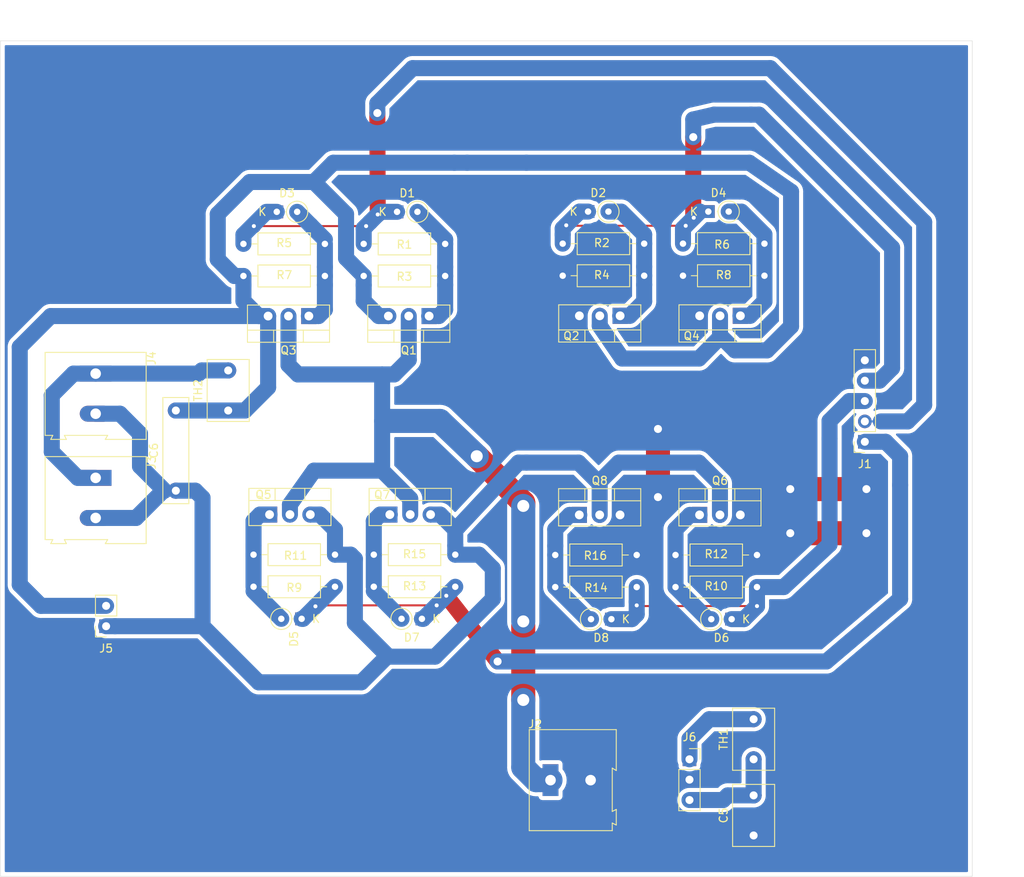
<source format=kicad_pcb>
(kicad_pcb (version 20171130) (host pcbnew "(5.1.5)-3")

  (general
    (thickness 1.6)
    (drawings 8)
    (tracks 297)
    (zones 0)
    (modules 42)
    (nets 20)
  )

  (page A4)
  (layers
    (0 F.Cu signal)
    (31 B.Cu signal)
    (32 B.Adhes user)
    (33 F.Adhes user)
    (34 B.Paste user)
    (35 F.Paste user)
    (36 B.SilkS user)
    (37 F.SilkS user)
    (38 B.Mask user)
    (39 F.Mask user)
    (40 Dwgs.User user)
    (41 Cmts.User user)
    (42 Eco1.User user)
    (43 Eco2.User user)
    (44 Edge.Cuts user)
    (45 Margin user)
    (46 B.CrtYd user)
    (47 F.CrtYd user)
    (48 B.Fab user hide)
    (49 F.Fab user hide)
  )

  (setup
    (last_trace_width 0.25)
    (user_trace_width 1)
    (trace_clearance 0.2)
    (zone_clearance 0.508)
    (zone_45_only no)
    (trace_min 1)
    (via_size 0.8)
    (via_drill 0.4)
    (via_min_size 0.4)
    (via_min_drill 0.3)
    (uvia_size 0.3)
    (uvia_drill 0.1)
    (uvias_allowed no)
    (uvia_min_size 0.2)
    (uvia_min_drill 0.1)
    (edge_width 0.05)
    (segment_width 0.2)
    (pcb_text_width 0.3)
    (pcb_text_size 1.5 1.5)
    (mod_edge_width 0.12)
    (mod_text_size 1 1)
    (mod_text_width 0.15)
    (pad_size 1.524 1.524)
    (pad_drill 0.762)
    (pad_to_mask_clearance 0.051)
    (solder_mask_min_width 0.25)
    (aux_axis_origin 0 0)
    (visible_elements 7FFFFFFF)
    (pcbplotparams
      (layerselection 0x010fc_ffffffff)
      (usegerberextensions false)
      (usegerberattributes false)
      (usegerberadvancedattributes false)
      (creategerberjobfile false)
      (excludeedgelayer true)
      (linewidth 0.100000)
      (plotframeref false)
      (viasonmask false)
      (mode 1)
      (useauxorigin false)
      (hpglpennumber 1)
      (hpglpenspeed 20)
      (hpglpendiameter 15.000000)
      (psnegative false)
      (psa4output false)
      (plotreference true)
      (plotvalue true)
      (plotinvisibletext false)
      (padsonsilk false)
      (subtractmaskfromsilk false)
      (outputformat 1)
      (mirror false)
      (drillshape 1)
      (scaleselection 1)
      (outputdirectory ""))
  )

  (net 0 "")
  (net 1 GND)
  (net 2 TFB)
  (net 3 ST2)
  (net 4 VS2)
  (net 5 "Net-(D1-Pad2)")
  (net 6 2HO)
  (net 7 2LO)
  (net 8 "Net-(D2-Pad2)")
  (net 9 "Net-(D3-Pad2)")
  (net 10 "Net-(D4-Pad2)")
  (net 11 "Net-(D5-Pad2)")
  (net 12 1HO)
  (net 13 "Net-(D6-Pad2)")
  (net 14 1LO)
  (net 15 "Net-(D7-Pad2)")
  (net 16 "Net-(D8-Pad2)")
  (net 17 +BATT)
  (net 18 ST1)
  (net 19 +5V)

  (net_class Default "This is the default net class."
    (clearance 0.2)
    (trace_width 0.25)
    (via_dia 0.8)
    (via_drill 0.4)
    (uvia_dia 0.3)
    (uvia_drill 0.1)
    (add_net +5V)
    (add_net +BATT)
    (add_net 1HO)
    (add_net 1LO)
    (add_net 2HO)
    (add_net 2LO)
    (add_net GND)
    (add_net "Net-(D1-Pad2)")
    (add_net "Net-(D2-Pad2)")
    (add_net "Net-(D3-Pad2)")
    (add_net "Net-(D4-Pad2)")
    (add_net "Net-(D5-Pad2)")
    (add_net "Net-(D6-Pad2)")
    (add_net "Net-(D7-Pad2)")
    (add_net "Net-(D8-Pad2)")
    (add_net ST1)
    (add_net ST2)
    (add_net TFB)
    (add_net VS2)
  )

  (module Package_TO_SOT_THT:TO-220-3_Vertical (layer F.Cu) (tedit 5AC8BA0D) (tstamp 5E7F4F65)
    (at 174.346 101.0022)
    (descr "TO-220-3, Vertical, RM 2.54mm, see https://www.vishay.com/docs/66542/to-220-1.pdf")
    (tags "TO-220-3 Vertical RM 2.54mm")
    (path /5E8C1234)
    (fp_text reference Q6 (at 2.54 -4.27) (layer F.SilkS)
      (effects (font (size 1 1) (thickness 0.15)))
    )
    (fp_text value IRF3205 (at 2.54 2.5) (layer F.Fab)
      (effects (font (size 1 1) (thickness 0.15)))
    )
    (fp_text user %R (at 2.54 -4.27) (layer F.Fab)
      (effects (font (size 1 1) (thickness 0.15)))
    )
    (fp_line (start 7.79 -3.4) (end -2.71 -3.4) (layer F.CrtYd) (width 0.05))
    (fp_line (start 7.79 1.51) (end 7.79 -3.4) (layer F.CrtYd) (width 0.05))
    (fp_line (start -2.71 1.51) (end 7.79 1.51) (layer F.CrtYd) (width 0.05))
    (fp_line (start -2.71 -3.4) (end -2.71 1.51) (layer F.CrtYd) (width 0.05))
    (fp_line (start 4.391 -3.27) (end 4.391 -1.76) (layer F.SilkS) (width 0.12))
    (fp_line (start 0.69 -3.27) (end 0.69 -1.76) (layer F.SilkS) (width 0.12))
    (fp_line (start -2.58 -1.76) (end 7.66 -1.76) (layer F.SilkS) (width 0.12))
    (fp_line (start 7.66 -3.27) (end 7.66 1.371) (layer F.SilkS) (width 0.12))
    (fp_line (start -2.58 -3.27) (end -2.58 1.371) (layer F.SilkS) (width 0.12))
    (fp_line (start -2.58 1.371) (end 7.66 1.371) (layer F.SilkS) (width 0.12))
    (fp_line (start -2.58 -3.27) (end 7.66 -3.27) (layer F.SilkS) (width 0.12))
    (fp_line (start 4.39 -3.15) (end 4.39 -1.88) (layer F.Fab) (width 0.1))
    (fp_line (start 0.69 -3.15) (end 0.69 -1.88) (layer F.Fab) (width 0.1))
    (fp_line (start -2.46 -1.88) (end 7.54 -1.88) (layer F.Fab) (width 0.1))
    (fp_line (start 7.54 -3.15) (end -2.46 -3.15) (layer F.Fab) (width 0.1))
    (fp_line (start 7.54 1.25) (end 7.54 -3.15) (layer F.Fab) (width 0.1))
    (fp_line (start -2.46 1.25) (end 7.54 1.25) (layer F.Fab) (width 0.1))
    (fp_line (start -2.46 -3.15) (end -2.46 1.25) (layer F.Fab) (width 0.1))
    (pad 3 thru_hole oval (at 5.08 0) (size 1.905 2) (drill 1.1) (layers *.Cu *.Mask)
      (net 1 GND))
    (pad 2 thru_hole oval (at 2.54 0) (size 1.905 2) (drill 1.1) (layers *.Cu *.Mask)
      (net 3 ST2))
    (pad 1 thru_hole rect (at 0 0) (size 1.905 2) (drill 1.1) (layers *.Cu *.Mask)
      (net 13 "Net-(D6-Pad2)"))
    (model ${KISYS3DMOD}/Package_TO_SOT_THT.3dshapes/TO-220-3_Vertical.wrl
      (at (xyz 0 0 0))
      (scale (xyz 1 1 1))
      (rotate (xyz 0 0 0))
    )
  )

  (module Capacitor_THT:C_Disc_D7.5mm_W5.0mm_P5.00mm (layer F.Cu) (tedit 5AE50EF0) (tstamp 5E7F4CB3)
    (at 181.086 140.9822 90)
    (descr "C, Disc series, Radial, pin pitch=5.00mm, , diameter*width=7.5*5.0mm^2, Capacitor, http://www.vishay.com/docs/28535/vy2series.pdf")
    (tags "C Disc series Radial pin pitch 5.00mm  diameter 7.5mm width 5.0mm Capacitor")
    (path /5E92632C)
    (fp_text reference C5 (at 2.5 -3.75 90) (layer F.SilkS)
      (effects (font (size 1 1) (thickness 0.15)))
    )
    (fp_text value 103 (at 2.5 3.75 90) (layer F.Fab)
      (effects (font (size 1 1) (thickness 0.15)))
    )
    (fp_line (start -1.25 -2.5) (end -1.25 2.5) (layer F.Fab) (width 0.1))
    (fp_line (start -1.25 2.5) (end 6.25 2.5) (layer F.Fab) (width 0.1))
    (fp_line (start 6.25 2.5) (end 6.25 -2.5) (layer F.Fab) (width 0.1))
    (fp_line (start 6.25 -2.5) (end -1.25 -2.5) (layer F.Fab) (width 0.1))
    (fp_line (start -1.37 -2.62) (end 6.37 -2.62) (layer F.SilkS) (width 0.12))
    (fp_line (start -1.37 2.62) (end 6.37 2.62) (layer F.SilkS) (width 0.12))
    (fp_line (start -1.37 -2.62) (end -1.37 2.62) (layer F.SilkS) (width 0.12))
    (fp_line (start 6.37 -2.62) (end 6.37 2.62) (layer F.SilkS) (width 0.12))
    (fp_line (start -1.5 -2.75) (end -1.5 2.75) (layer F.CrtYd) (width 0.05))
    (fp_line (start -1.5 2.75) (end 6.5 2.75) (layer F.CrtYd) (width 0.05))
    (fp_line (start 6.5 2.75) (end 6.5 -2.75) (layer F.CrtYd) (width 0.05))
    (fp_line (start 6.5 -2.75) (end -1.5 -2.75) (layer F.CrtYd) (width 0.05))
    (fp_text user %R (at 2.5 0 90) (layer F.Fab)
      (effects (font (size 1 1) (thickness 0.15)))
    )
    (pad 1 thru_hole circle (at 0 0 90) (size 2 2) (drill 1) (layers *.Cu *.Mask)
      (net 1 GND))
    (pad 2 thru_hole circle (at 5 0 90) (size 2 2) (drill 1) (layers *.Cu *.Mask)
      (net 2 TFB))
    (model ${KISYS3DMOD}/Capacitor_THT.3dshapes/C_Disc_D7.5mm_W5.0mm_P5.00mm.wrl
      (at (xyz 0 0 0))
      (scale (xyz 1 1 1))
      (rotate (xyz 0 0 0))
    )
  )

  (module Capacitor_THT:C_Rect_L13.0mm_W3.0mm_P10.00mm_FKS3_FKP3_MKS4 (layer F.Cu) (tedit 5AE50EEF) (tstamp 5E7F4CC6)
    (at 109.026 97.9822 90)
    (descr "C, Rect series, Radial, pin pitch=10.00mm, , length*width=13*3mm^2, Capacitor, http://www.wima.com/EN/WIMA_FKS_3.pdf, http://www.wima.com/EN/WIMA_MKS_4.pdf")
    (tags "C Rect series Radial pin pitch 10.00mm  length 13mm width 3mm Capacitor")
    (path /5E8173C8)
    (fp_text reference C6 (at 5 -2.75 90) (layer F.SilkS)
      (effects (font (size 1 1) (thickness 0.15)))
    )
    (fp_text value 335 (at 5 2.75 90) (layer F.Fab)
      (effects (font (size 1 1) (thickness 0.15)))
    )
    (fp_text user %R (at 5 0 90) (layer F.Fab)
      (effects (font (size 1 1) (thickness 0.15)))
    )
    (fp_line (start 11.75 -1.75) (end -1.75 -1.75) (layer F.CrtYd) (width 0.05))
    (fp_line (start 11.75 1.75) (end 11.75 -1.75) (layer F.CrtYd) (width 0.05))
    (fp_line (start -1.75 1.75) (end 11.75 1.75) (layer F.CrtYd) (width 0.05))
    (fp_line (start -1.75 -1.75) (end -1.75 1.75) (layer F.CrtYd) (width 0.05))
    (fp_line (start 11.62 -1.62) (end 11.62 1.62) (layer F.SilkS) (width 0.12))
    (fp_line (start -1.62 -1.62) (end -1.62 1.62) (layer F.SilkS) (width 0.12))
    (fp_line (start -1.62 1.62) (end 11.62 1.62) (layer F.SilkS) (width 0.12))
    (fp_line (start -1.62 -1.62) (end 11.62 -1.62) (layer F.SilkS) (width 0.12))
    (fp_line (start 11.5 -1.5) (end -1.5 -1.5) (layer F.Fab) (width 0.1))
    (fp_line (start 11.5 1.5) (end 11.5 -1.5) (layer F.Fab) (width 0.1))
    (fp_line (start -1.5 1.5) (end 11.5 1.5) (layer F.Fab) (width 0.1))
    (fp_line (start -1.5 -1.5) (end -1.5 1.5) (layer F.Fab) (width 0.1))
    (pad 2 thru_hole circle (at 10 0 90) (size 2 2) (drill 1) (layers *.Cu *.Mask)
      (net 4 VS2))
    (pad 1 thru_hole circle (at 0 0 90) (size 2 2) (drill 1) (layers *.Cu *.Mask)
      (net 3 ST2))
    (model ${KISYS3DMOD}/Capacitor_THT.3dshapes/C_Rect_L13.0mm_W3.0mm_P10.00mm_FKS3_FKP3_MKS4.wrl
      (at (xyz 0 0 0))
      (scale (xyz 1 1 1))
      (rotate (xyz 0 0 0))
    )
  )

  (module Diode_THT:D_DO-35_SOD27_P2.54mm_Vertical_KathodeUp (layer F.Cu) (tedit 5AE50CD5) (tstamp 5E7F4CD7)
    (at 136.616 63.2022)
    (descr "Diode, DO-35_SOD27 series, Axial, Vertical, pin pitch=2.54mm, , length*diameter=4*2mm^2, , http://www.diodes.com/_files/packages/DO-35.pdf")
    (tags "Diode DO-35_SOD27 series Axial Vertical pin pitch 2.54mm  length 4mm diameter 2mm")
    (path /5E8173A6)
    (fp_text reference D1 (at 1.27 -2.326371) (layer F.SilkS)
      (effects (font (size 1 1) (thickness 0.15)))
    )
    (fp_text value 1N4148 (at 1.27 3.215371) (layer F.Fab)
      (effects (font (size 1 1) (thickness 0.15)))
    )
    (fp_circle (center 2.54 0) (end 3.54 0) (layer F.Fab) (width 0.1))
    (fp_circle (center 2.54 0) (end 3.866371 0) (layer F.SilkS) (width 0.12))
    (fp_line (start 0 0) (end 2.54 0) (layer F.Fab) (width 0.1))
    (fp_line (start 1.213629 0) (end 1.1 0) (layer F.SilkS) (width 0.12))
    (fp_line (start -1.05 -1.25) (end -1.05 1.25) (layer F.CrtYd) (width 0.05))
    (fp_line (start -1.05 1.25) (end 3.79 1.25) (layer F.CrtYd) (width 0.05))
    (fp_line (start 3.79 1.25) (end 3.79 -1.25) (layer F.CrtYd) (width 0.05))
    (fp_line (start 3.79 -1.25) (end -1.05 -1.25) (layer F.CrtYd) (width 0.05))
    (fp_text user %R (at 1.27 -2.326371) (layer F.Fab)
      (effects (font (size 1 1) (thickness 0.15)))
    )
    (fp_text user K (at -1.8 0) (layer F.Fab)
      (effects (font (size 1 1) (thickness 0.15)))
    )
    (fp_text user K (at -1.8 0) (layer F.SilkS)
      (effects (font (size 1 1) (thickness 0.15)))
    )
    (pad 1 thru_hole rect (at 0 0) (size 1.6 1.6) (drill 0.8) (layers *.Cu *.Mask)
      (net 6 2HO))
    (pad 2 thru_hole oval (at 2.54 0) (size 1.6 1.6) (drill 0.8) (layers *.Cu *.Mask)
      (net 5 "Net-(D1-Pad2)"))
    (model ${KISYS3DMOD}/Diode_THT.3dshapes/D_DO-35_SOD27_P2.54mm_Vertical_KathodeUp.wrl
      (at (xyz 0 0 0))
      (scale (xyz 1 1 1))
      (rotate (xyz 0 0 0))
    )
  )

  (module Diode_THT:D_DO-35_SOD27_P2.54mm_Vertical_KathodeUp (layer F.Cu) (tedit 5AE50CD5) (tstamp 5E7F4CE8)
    (at 160.436 63.1722)
    (descr "Diode, DO-35_SOD27 series, Axial, Vertical, pin pitch=2.54mm, , length*diameter=4*2mm^2, , http://www.diodes.com/_files/packages/DO-35.pdf")
    (tags "Diode DO-35_SOD27 series Axial Vertical pin pitch 2.54mm  length 4mm diameter 2mm")
    (path /5E8173B8)
    (fp_text reference D2 (at 1.27 -2.326371) (layer F.SilkS)
      (effects (font (size 1 1) (thickness 0.15)))
    )
    (fp_text value 1N4148 (at 1.27 3.215371) (layer F.Fab)
      (effects (font (size 1 1) (thickness 0.15)))
    )
    (fp_text user K (at -1.8 0) (layer F.SilkS)
      (effects (font (size 1 1) (thickness 0.15)))
    )
    (fp_text user K (at -1.8 0) (layer F.Fab)
      (effects (font (size 1 1) (thickness 0.15)))
    )
    (fp_text user %R (at 1.27 -2.326371) (layer F.Fab)
      (effects (font (size 1 1) (thickness 0.15)))
    )
    (fp_line (start 3.79 -1.25) (end -1.05 -1.25) (layer F.CrtYd) (width 0.05))
    (fp_line (start 3.79 1.25) (end 3.79 -1.25) (layer F.CrtYd) (width 0.05))
    (fp_line (start -1.05 1.25) (end 3.79 1.25) (layer F.CrtYd) (width 0.05))
    (fp_line (start -1.05 -1.25) (end -1.05 1.25) (layer F.CrtYd) (width 0.05))
    (fp_line (start 1.213629 0) (end 1.1 0) (layer F.SilkS) (width 0.12))
    (fp_line (start 0 0) (end 2.54 0) (layer F.Fab) (width 0.1))
    (fp_circle (center 2.54 0) (end 3.866371 0) (layer F.SilkS) (width 0.12))
    (fp_circle (center 2.54 0) (end 3.54 0) (layer F.Fab) (width 0.1))
    (pad 2 thru_hole oval (at 2.54 0) (size 1.6 1.6) (drill 0.8) (layers *.Cu *.Mask)
      (net 8 "Net-(D2-Pad2)"))
    (pad 1 thru_hole rect (at 0 0) (size 1.6 1.6) (drill 0.8) (layers *.Cu *.Mask)
      (net 7 2LO))
    (model ${KISYS3DMOD}/Diode_THT.3dshapes/D_DO-35_SOD27_P2.54mm_Vertical_KathodeUp.wrl
      (at (xyz 0 0 0))
      (scale (xyz 1 1 1))
      (rotate (xyz 0 0 0))
    )
  )

  (module Diode_THT:D_DO-35_SOD27_P2.54mm_Vertical_KathodeUp (layer F.Cu) (tedit 5AE50CD5) (tstamp 5E7F4CF9)
    (at 121.616 63.2022)
    (descr "Diode, DO-35_SOD27 series, Axial, Vertical, pin pitch=2.54mm, , length*diameter=4*2mm^2, , http://www.diodes.com/_files/packages/DO-35.pdf")
    (tags "Diode DO-35_SOD27 series Axial Vertical pin pitch 2.54mm  length 4mm diameter 2mm")
    (path /5E823346)
    (fp_text reference D3 (at 1.27 -2.326371) (layer F.SilkS)
      (effects (font (size 1 1) (thickness 0.15)))
    )
    (fp_text value 1N4148 (at 1.27 3.215371) (layer F.Fab)
      (effects (font (size 1 1) (thickness 0.15)))
    )
    (fp_text user K (at -1.8 0) (layer F.SilkS)
      (effects (font (size 1 1) (thickness 0.15)))
    )
    (fp_text user K (at -1.8 0) (layer F.Fab)
      (effects (font (size 1 1) (thickness 0.15)))
    )
    (fp_text user %R (at 1.27 -2.326371) (layer F.Fab)
      (effects (font (size 1 1) (thickness 0.15)))
    )
    (fp_line (start 3.79 -1.25) (end -1.05 -1.25) (layer F.CrtYd) (width 0.05))
    (fp_line (start 3.79 1.25) (end 3.79 -1.25) (layer F.CrtYd) (width 0.05))
    (fp_line (start -1.05 1.25) (end 3.79 1.25) (layer F.CrtYd) (width 0.05))
    (fp_line (start -1.05 -1.25) (end -1.05 1.25) (layer F.CrtYd) (width 0.05))
    (fp_line (start 1.213629 0) (end 1.1 0) (layer F.SilkS) (width 0.12))
    (fp_line (start 0 0) (end 2.54 0) (layer F.Fab) (width 0.1))
    (fp_circle (center 2.54 0) (end 3.866371 0) (layer F.SilkS) (width 0.12))
    (fp_circle (center 2.54 0) (end 3.54 0) (layer F.Fab) (width 0.1))
    (pad 2 thru_hole oval (at 2.54 0) (size 1.6 1.6) (drill 0.8) (layers *.Cu *.Mask)
      (net 9 "Net-(D3-Pad2)"))
    (pad 1 thru_hole rect (at 0 0) (size 1.6 1.6) (drill 0.8) (layers *.Cu *.Mask)
      (net 6 2HO))
    (model ${KISYS3DMOD}/Diode_THT.3dshapes/D_DO-35_SOD27_P2.54mm_Vertical_KathodeUp.wrl
      (at (xyz 0 0 0))
      (scale (xyz 1 1 1))
      (rotate (xyz 0 0 0))
    )
  )

  (module Diode_THT:D_DO-35_SOD27_P2.54mm_Vertical_KathodeUp (layer F.Cu) (tedit 5AE50CD5) (tstamp 5E7F4D0A)
    (at 175.436 63.1722)
    (descr "Diode, DO-35_SOD27 series, Axial, Vertical, pin pitch=2.54mm, , length*diameter=4*2mm^2, , http://www.diodes.com/_files/packages/DO-35.pdf")
    (tags "Diode DO-35_SOD27 series Axial Vertical pin pitch 2.54mm  length 4mm diameter 2mm")
    (path /5E8C1215)
    (fp_text reference D4 (at 1.27 -2.326371) (layer F.SilkS)
      (effects (font (size 1 1) (thickness 0.15)))
    )
    (fp_text value 1N4148 (at 1.27 3.215371) (layer F.Fab)
      (effects (font (size 1 1) (thickness 0.15)))
    )
    (fp_circle (center 2.54 0) (end 3.54 0) (layer F.Fab) (width 0.1))
    (fp_circle (center 2.54 0) (end 3.866371 0) (layer F.SilkS) (width 0.12))
    (fp_line (start 0 0) (end 2.54 0) (layer F.Fab) (width 0.1))
    (fp_line (start 1.213629 0) (end 1.1 0) (layer F.SilkS) (width 0.12))
    (fp_line (start -1.05 -1.25) (end -1.05 1.25) (layer F.CrtYd) (width 0.05))
    (fp_line (start -1.05 1.25) (end 3.79 1.25) (layer F.CrtYd) (width 0.05))
    (fp_line (start 3.79 1.25) (end 3.79 -1.25) (layer F.CrtYd) (width 0.05))
    (fp_line (start 3.79 -1.25) (end -1.05 -1.25) (layer F.CrtYd) (width 0.05))
    (fp_text user %R (at 1.27 -2.326371) (layer F.Fab)
      (effects (font (size 1 1) (thickness 0.15)))
    )
    (fp_text user K (at -1.8 0) (layer F.Fab)
      (effects (font (size 1 1) (thickness 0.15)))
    )
    (fp_text user K (at -1.8 0) (layer F.SilkS)
      (effects (font (size 1 1) (thickness 0.15)))
    )
    (pad 1 thru_hole rect (at 0 0) (size 1.6 1.6) (drill 0.8) (layers *.Cu *.Mask)
      (net 7 2LO))
    (pad 2 thru_hole oval (at 2.54 0) (size 1.6 1.6) (drill 0.8) (layers *.Cu *.Mask)
      (net 10 "Net-(D4-Pad2)"))
    (model ${KISYS3DMOD}/Diode_THT.3dshapes/D_DO-35_SOD27_P2.54mm_Vertical_KathodeUp.wrl
      (at (xyz 0 0 0))
      (scale (xyz 1 1 1))
      (rotate (xyz 0 0 0))
    )
  )

  (module Diode_THT:D_DO-35_SOD27_P2.54mm_Vertical_KathodeUp (layer F.Cu) (tedit 5AE50CD5) (tstamp 5E7F4D1B)
    (at 124.716 113.9622 180)
    (descr "Diode, DO-35_SOD27 series, Axial, Vertical, pin pitch=2.54mm, , length*diameter=4*2mm^2, , http://www.diodes.com/_files/packages/DO-35.pdf")
    (tags "Diode DO-35_SOD27 series Axial Vertical pin pitch 2.54mm  length 4mm diameter 2mm")
    (path /5E83BC35)
    (fp_text reference D5 (at 0.96 -2.52 90) (layer F.SilkS)
      (effects (font (size 1 1) (thickness 0.15)))
    )
    (fp_text value 1N4148 (at 1.27 3.215371) (layer F.Fab)
      (effects (font (size 1 1) (thickness 0.15)))
    )
    (fp_circle (center 2.54 0) (end 3.54 0) (layer F.Fab) (width 0.1))
    (fp_circle (center 2.54 0) (end 3.866371 0) (layer F.SilkS) (width 0.12))
    (fp_line (start 0 0) (end 2.54 0) (layer F.Fab) (width 0.1))
    (fp_line (start 1.213629 0) (end 1.1 0) (layer F.SilkS) (width 0.12))
    (fp_line (start -1.05 -1.25) (end -1.05 1.25) (layer F.CrtYd) (width 0.05))
    (fp_line (start -1.05 1.25) (end 3.79 1.25) (layer F.CrtYd) (width 0.05))
    (fp_line (start 3.79 1.25) (end 3.79 -1.25) (layer F.CrtYd) (width 0.05))
    (fp_line (start 3.79 -1.25) (end -1.05 -1.25) (layer F.CrtYd) (width 0.05))
    (fp_text user %R (at 1.27 -2.326371) (layer F.Fab)
      (effects (font (size 1 1) (thickness 0.15)))
    )
    (fp_text user K (at -1.8 0) (layer F.Fab)
      (effects (font (size 1 1) (thickness 0.15)))
    )
    (fp_text user K (at -1.8 0) (layer F.SilkS)
      (effects (font (size 1 1) (thickness 0.15)))
    )
    (pad 1 thru_hole rect (at 0 0 180) (size 1.6 1.6) (drill 0.8) (layers *.Cu *.Mask)
      (net 12 1HO))
    (pad 2 thru_hole oval (at 2.54 0 180) (size 1.6 1.6) (drill 0.8) (layers *.Cu *.Mask)
      (net 11 "Net-(D5-Pad2)"))
    (model ${KISYS3DMOD}/Diode_THT.3dshapes/D_DO-35_SOD27_P2.54mm_Vertical_KathodeUp.wrl
      (at (xyz 0 0 0))
      (scale (xyz 1 1 1))
      (rotate (xyz 0 0 0))
    )
  )

  (module Diode_THT:D_DO-35_SOD27_P2.54mm_Vertical_KathodeUp (layer F.Cu) (tedit 5AE50CD5) (tstamp 5E7F4D2C)
    (at 178.346 114.0022 180)
    (descr "Diode, DO-35_SOD27 series, Axial, Vertical, pin pitch=2.54mm, , length*diameter=4*2mm^2, , http://www.diodes.com/_files/packages/DO-35.pdf")
    (tags "Diode DO-35_SOD27 series Axial Vertical pin pitch 2.54mm  length 4mm diameter 2mm")
    (path /5E8173C0)
    (fp_text reference D6 (at 1.27 -2.326371) (layer F.SilkS)
      (effects (font (size 1 1) (thickness 0.15)))
    )
    (fp_text value 1N4148 (at 1.27 3.215371) (layer F.Fab)
      (effects (font (size 1 1) (thickness 0.15)))
    )
    (fp_circle (center 2.54 0) (end 3.54 0) (layer F.Fab) (width 0.1))
    (fp_circle (center 2.54 0) (end 3.866371 0) (layer F.SilkS) (width 0.12))
    (fp_line (start 0 0) (end 2.54 0) (layer F.Fab) (width 0.1))
    (fp_line (start 1.213629 0) (end 1.1 0) (layer F.SilkS) (width 0.12))
    (fp_line (start -1.05 -1.25) (end -1.05 1.25) (layer F.CrtYd) (width 0.05))
    (fp_line (start -1.05 1.25) (end 3.79 1.25) (layer F.CrtYd) (width 0.05))
    (fp_line (start 3.79 1.25) (end 3.79 -1.25) (layer F.CrtYd) (width 0.05))
    (fp_line (start 3.79 -1.25) (end -1.05 -1.25) (layer F.CrtYd) (width 0.05))
    (fp_text user %R (at 1.27 -2.326371) (layer F.Fab)
      (effects (font (size 1 1) (thickness 0.15)))
    )
    (fp_text user K (at -1.8 0) (layer F.Fab)
      (effects (font (size 1 1) (thickness 0.15)))
    )
    (fp_text user K (at -1.8 0) (layer F.SilkS)
      (effects (font (size 1 1) (thickness 0.15)))
    )
    (pad 1 thru_hole rect (at 0 0 180) (size 1.6 1.6) (drill 0.8) (layers *.Cu *.Mask)
      (net 14 1LO))
    (pad 2 thru_hole oval (at 2.54 0 180) (size 1.6 1.6) (drill 0.8) (layers *.Cu *.Mask)
      (net 13 "Net-(D6-Pad2)"))
    (model ${KISYS3DMOD}/Diode_THT.3dshapes/D_DO-35_SOD27_P2.54mm_Vertical_KathodeUp.wrl
      (at (xyz 0 0 0))
      (scale (xyz 1 1 1))
      (rotate (xyz 0 0 0))
    )
  )

  (module Diode_THT:D_DO-35_SOD27_P2.54mm_Vertical_KathodeUp (layer F.Cu) (tedit 5AE50CD5) (tstamp 5E7F4D3D)
    (at 139.716 113.9622 180)
    (descr "Diode, DO-35_SOD27 series, Axial, Vertical, pin pitch=2.54mm, , length*diameter=4*2mm^2, , http://www.diodes.com/_files/packages/DO-35.pdf")
    (tags "Diode DO-35_SOD27 series Axial Vertical pin pitch 2.54mm  length 4mm diameter 2mm")
    (path /5E8173B4)
    (fp_text reference D7 (at 1.27 -2.326371) (layer F.SilkS)
      (effects (font (size 1 1) (thickness 0.15)))
    )
    (fp_text value 1N4148 (at 1.27 3.215371) (layer F.Fab)
      (effects (font (size 1 1) (thickness 0.15)))
    )
    (fp_text user K (at -1.8 0) (layer F.SilkS)
      (effects (font (size 1 1) (thickness 0.15)))
    )
    (fp_text user K (at -1.8 0) (layer F.Fab)
      (effects (font (size 1 1) (thickness 0.15)))
    )
    (fp_text user %R (at 1.27 -2.326371) (layer F.Fab)
      (effects (font (size 1 1) (thickness 0.15)))
    )
    (fp_line (start 3.79 -1.25) (end -1.05 -1.25) (layer F.CrtYd) (width 0.05))
    (fp_line (start 3.79 1.25) (end 3.79 -1.25) (layer F.CrtYd) (width 0.05))
    (fp_line (start -1.05 1.25) (end 3.79 1.25) (layer F.CrtYd) (width 0.05))
    (fp_line (start -1.05 -1.25) (end -1.05 1.25) (layer F.CrtYd) (width 0.05))
    (fp_line (start 1.213629 0) (end 1.1 0) (layer F.SilkS) (width 0.12))
    (fp_line (start 0 0) (end 2.54 0) (layer F.Fab) (width 0.1))
    (fp_circle (center 2.54 0) (end 3.866371 0) (layer F.SilkS) (width 0.12))
    (fp_circle (center 2.54 0) (end 3.54 0) (layer F.Fab) (width 0.1))
    (pad 2 thru_hole oval (at 2.54 0 180) (size 1.6 1.6) (drill 0.8) (layers *.Cu *.Mask)
      (net 15 "Net-(D7-Pad2)"))
    (pad 1 thru_hole rect (at 0 0 180) (size 1.6 1.6) (drill 0.8) (layers *.Cu *.Mask)
      (net 12 1HO))
    (model ${KISYS3DMOD}/Diode_THT.3dshapes/D_DO-35_SOD27_P2.54mm_Vertical_KathodeUp.wrl
      (at (xyz 0 0 0))
      (scale (xyz 1 1 1))
      (rotate (xyz 0 0 0))
    )
  )

  (module Diode_THT:D_DO-35_SOD27_P2.54mm_Vertical_KathodeUp (layer F.Cu) (tedit 5AE50CD5) (tstamp 5E7F4D4E)
    (at 163.346 114.0022 180)
    (descr "Diode, DO-35_SOD27 series, Axial, Vertical, pin pitch=2.54mm, , length*diameter=4*2mm^2, , http://www.diodes.com/_files/packages/DO-35.pdf")
    (tags "Diode DO-35_SOD27 series Axial Vertical pin pitch 2.54mm  length 4mm diameter 2mm")
    (path /5E8C1263)
    (fp_text reference D8 (at 1.27 -2.326371) (layer F.SilkS)
      (effects (font (size 1 1) (thickness 0.15)))
    )
    (fp_text value 1N4148 (at 1.27 3.215371) (layer F.Fab)
      (effects (font (size 1 1) (thickness 0.15)))
    )
    (fp_text user K (at -1.8 0) (layer F.SilkS)
      (effects (font (size 1 1) (thickness 0.15)))
    )
    (fp_text user K (at -1.8 0) (layer F.Fab)
      (effects (font (size 1 1) (thickness 0.15)))
    )
    (fp_text user %R (at 1.27 -2.326371) (layer F.Fab)
      (effects (font (size 1 1) (thickness 0.15)))
    )
    (fp_line (start 3.79 -1.25) (end -1.05 -1.25) (layer F.CrtYd) (width 0.05))
    (fp_line (start 3.79 1.25) (end 3.79 -1.25) (layer F.CrtYd) (width 0.05))
    (fp_line (start -1.05 1.25) (end 3.79 1.25) (layer F.CrtYd) (width 0.05))
    (fp_line (start -1.05 -1.25) (end -1.05 1.25) (layer F.CrtYd) (width 0.05))
    (fp_line (start 1.213629 0) (end 1.1 0) (layer F.SilkS) (width 0.12))
    (fp_line (start 0 0) (end 2.54 0) (layer F.Fab) (width 0.1))
    (fp_circle (center 2.54 0) (end 3.866371 0) (layer F.SilkS) (width 0.12))
    (fp_circle (center 2.54 0) (end 3.54 0) (layer F.Fab) (width 0.1))
    (pad 2 thru_hole oval (at 2.54 0 180) (size 1.6 1.6) (drill 0.8) (layers *.Cu *.Mask)
      (net 16 "Net-(D8-Pad2)"))
    (pad 1 thru_hole rect (at 0 0 180) (size 1.6 1.6) (drill 0.8) (layers *.Cu *.Mask)
      (net 14 1LO))
    (model ${KISYS3DMOD}/Diode_THT.3dshapes/D_DO-35_SOD27_P2.54mm_Vertical_KathodeUp.wrl
      (at (xyz 0 0 0))
      (scale (xyz 1 1 1))
      (rotate (xyz 0 0 0))
    )
  )

  (module Connector_PinSocket_2.54mm:PinSocket_1x05_P2.54mm_Vertical (layer F.Cu) (tedit 5A19A420) (tstamp 5E7F4D67)
    (at 194.956 91.8822 180)
    (descr "Through hole straight socket strip, 1x05, 2.54mm pitch, single row (from Kicad 4.0.7), script generated")
    (tags "Through hole socket strip THT 1x05 2.54mm single row")
    (path /5E7EDF36)
    (fp_text reference J1 (at 0 -2.77) (layer F.SilkS)
      (effects (font (size 1 1) (thickness 0.15)))
    )
    (fp_text value Conn_01x05_Female (at 0 12.93) (layer F.Fab)
      (effects (font (size 1 1) (thickness 0.15)))
    )
    (fp_text user %R (at 0 5.08 90) (layer F.Fab)
      (effects (font (size 1 1) (thickness 0.15)))
    )
    (fp_line (start -1.8 11.9) (end -1.8 -1.8) (layer F.CrtYd) (width 0.05))
    (fp_line (start 1.75 11.9) (end -1.8 11.9) (layer F.CrtYd) (width 0.05))
    (fp_line (start 1.75 -1.8) (end 1.75 11.9) (layer F.CrtYd) (width 0.05))
    (fp_line (start -1.8 -1.8) (end 1.75 -1.8) (layer F.CrtYd) (width 0.05))
    (fp_line (start 0 -1.33) (end 1.33 -1.33) (layer F.SilkS) (width 0.12))
    (fp_line (start 1.33 -1.33) (end 1.33 0) (layer F.SilkS) (width 0.12))
    (fp_line (start 1.33 1.27) (end 1.33 11.49) (layer F.SilkS) (width 0.12))
    (fp_line (start -1.33 11.49) (end 1.33 11.49) (layer F.SilkS) (width 0.12))
    (fp_line (start -1.33 1.27) (end -1.33 11.49) (layer F.SilkS) (width 0.12))
    (fp_line (start -1.33 1.27) (end 1.33 1.27) (layer F.SilkS) (width 0.12))
    (fp_line (start -1.27 11.43) (end -1.27 -1.27) (layer F.Fab) (width 0.1))
    (fp_line (start 1.27 11.43) (end -1.27 11.43) (layer F.Fab) (width 0.1))
    (fp_line (start 1.27 -0.635) (end 1.27 11.43) (layer F.Fab) (width 0.1))
    (fp_line (start 0.635 -1.27) (end 1.27 -0.635) (layer F.Fab) (width 0.1))
    (fp_line (start -1.27 -1.27) (end 0.635 -1.27) (layer F.Fab) (width 0.1))
    (pad 5 thru_hole oval (at 0 10.16 180) (size 1.7 1.7) (drill 1) (layers *.Cu *.Mask)
      (net 1 GND))
    (pad 4 thru_hole oval (at 0 7.62 180) (size 1.7 1.7) (drill 1) (layers *.Cu *.Mask)
      (net 7 2LO))
    (pad 3 thru_hole oval (at 0 5.08 180) (size 1.7 1.7) (drill 1) (layers *.Cu *.Mask)
      (net 14 1LO))
    (pad 2 thru_hole oval (at 0 2.54 180) (size 1.7 1.7) (drill 1) (layers *.Cu *.Mask)
      (net 6 2HO))
    (pad 1 thru_hole rect (at 0 0 180) (size 1.7 1.7) (drill 1) (layers *.Cu *.Mask)
      (net 12 1HO))
    (model ${KISYS3DMOD}/Connector_PinSocket_2.54mm.3dshapes/PinSocket_1x05_P2.54mm_Vertical.wrl
      (at (xyz 0 0 0))
      (scale (xyz 1 1 1))
      (rotate (xyz 0 0 0))
    )
  )

  (module TerminalBlock:TerminalBlock_Altech_AK300-2_P5.00mm (layer F.Cu) (tedit 59FF0306) (tstamp 5E7F4DCE)
    (at 155.756 134.0822)
    (descr "Altech AK300 terminal block, pitch 5.0mm, 45 degree angled, see http://www.mouser.com/ds/2/16/PCBMETRC-24178.pdf")
    (tags "Altech AK300 terminal block pitch 5.0mm")
    (path /5E7F794F)
    (fp_text reference J2 (at -1.92 -6.99) (layer F.SilkS)
      (effects (font (size 1 1) (thickness 0.15)))
    )
    (fp_text value Screw_Terminal_01x02 (at 2.78 7.75) (layer F.Fab)
      (effects (font (size 1 1) (thickness 0.15)))
    )
    (fp_arc (start -1.13 -4.65) (end -1.42 -4.13) (angle 104.2) (layer F.Fab) (width 0.1))
    (fp_arc (start -0.01 -3.71) (end -1.62 -5) (angle 100) (layer F.Fab) (width 0.1))
    (fp_arc (start 0.06 -6.07) (end 1.53 -4.12) (angle 75.5) (layer F.Fab) (width 0.1))
    (fp_arc (start 1.03 -4.59) (end 1.53 -5.05) (angle 90.5) (layer F.Fab) (width 0.1))
    (fp_arc (start 3.87 -4.65) (end 3.58 -4.13) (angle 104.2) (layer F.Fab) (width 0.1))
    (fp_arc (start 4.99 -3.71) (end 3.39 -5) (angle 100) (layer F.Fab) (width 0.1))
    (fp_arc (start 5.07 -6.07) (end 6.53 -4.12) (angle 75.5) (layer F.Fab) (width 0.1))
    (fp_arc (start 6.03 -4.59) (end 6.54 -5.05) (angle 90.5) (layer F.Fab) (width 0.1))
    (fp_line (start 8.36 6.47) (end -2.83 6.47) (layer F.CrtYd) (width 0.05))
    (fp_line (start 8.36 6.47) (end 8.36 -6.47) (layer F.CrtYd) (width 0.05))
    (fp_line (start -2.83 -6.47) (end -2.83 6.47) (layer F.CrtYd) (width 0.05))
    (fp_line (start -2.83 -6.47) (end 8.36 -6.47) (layer F.CrtYd) (width 0.05))
    (fp_line (start 3.36 -0.25) (end 6.67 -0.25) (layer F.Fab) (width 0.1))
    (fp_line (start 2.98 -0.25) (end 3.36 -0.25) (layer F.Fab) (width 0.1))
    (fp_line (start 7.05 -0.25) (end 6.67 -0.25) (layer F.Fab) (width 0.1))
    (fp_line (start 6.67 -0.64) (end 3.36 -0.64) (layer F.Fab) (width 0.1))
    (fp_line (start 7.61 -0.64) (end 6.67 -0.64) (layer F.Fab) (width 0.1))
    (fp_line (start 1.66 -0.64) (end 3.36 -0.64) (layer F.Fab) (width 0.1))
    (fp_line (start -1.64 -0.64) (end 1.66 -0.64) (layer F.Fab) (width 0.1))
    (fp_line (start -2.58 -0.64) (end -1.64 -0.64) (layer F.Fab) (width 0.1))
    (fp_line (start 1.66 -0.25) (end -1.64 -0.25) (layer F.Fab) (width 0.1))
    (fp_line (start 2.04 -0.25) (end 1.66 -0.25) (layer F.Fab) (width 0.1))
    (fp_line (start -2.02 -0.25) (end -1.64 -0.25) (layer F.Fab) (width 0.1))
    (fp_line (start -1.49 -4.32) (end 1.56 -4.95) (layer F.Fab) (width 0.1))
    (fp_line (start -1.62 -4.45) (end 1.44 -5.08) (layer F.Fab) (width 0.1))
    (fp_line (start 3.52 -4.32) (end 6.56 -4.95) (layer F.Fab) (width 0.1))
    (fp_line (start 3.39 -4.45) (end 6.44 -5.08) (layer F.Fab) (width 0.1))
    (fp_line (start 2.04 -5.97) (end -2.02 -5.97) (layer F.Fab) (width 0.1))
    (fp_line (start -2.02 -3.43) (end -2.02 -5.97) (layer F.Fab) (width 0.1))
    (fp_line (start 2.04 -3.43) (end -2.02 -3.43) (layer F.Fab) (width 0.1))
    (fp_line (start 2.04 -3.43) (end 2.04 -5.97) (layer F.Fab) (width 0.1))
    (fp_line (start 7.05 -3.43) (end 2.98 -3.43) (layer F.Fab) (width 0.1))
    (fp_line (start 7.05 -5.97) (end 7.05 -3.43) (layer F.Fab) (width 0.1))
    (fp_line (start 2.98 -5.97) (end 7.05 -5.97) (layer F.Fab) (width 0.1))
    (fp_line (start 2.98 -3.43) (end 2.98 -5.97) (layer F.Fab) (width 0.1))
    (fp_line (start 7.61 -3.17) (end 7.61 -1.65) (layer F.Fab) (width 0.1))
    (fp_line (start -2.58 -3.17) (end -2.58 -6.22) (layer F.Fab) (width 0.1))
    (fp_line (start -2.58 -3.17) (end 7.61 -3.17) (layer F.Fab) (width 0.1))
    (fp_line (start 7.61 -0.64) (end 7.61 4.06) (layer F.Fab) (width 0.1))
    (fp_line (start 7.61 -1.65) (end 7.61 -0.64) (layer F.Fab) (width 0.1))
    (fp_line (start -2.58 -0.64) (end -2.58 -3.17) (layer F.Fab) (width 0.1))
    (fp_line (start -2.58 6.22) (end -2.58 -0.64) (layer F.Fab) (width 0.1))
    (fp_line (start 6.67 0.51) (end 6.28 0.51) (layer F.Fab) (width 0.1))
    (fp_line (start 3.36 0.51) (end 3.74 0.51) (layer F.Fab) (width 0.1))
    (fp_line (start 1.66 0.51) (end 1.28 0.51) (layer F.Fab) (width 0.1))
    (fp_line (start -1.64 0.51) (end -1.26 0.51) (layer F.Fab) (width 0.1))
    (fp_line (start -1.64 3.68) (end -1.64 0.51) (layer F.Fab) (width 0.1))
    (fp_line (start 1.66 3.68) (end -1.64 3.68) (layer F.Fab) (width 0.1))
    (fp_line (start 1.66 3.68) (end 1.66 0.51) (layer F.Fab) (width 0.1))
    (fp_line (start 3.36 3.68) (end 3.36 0.51) (layer F.Fab) (width 0.1))
    (fp_line (start 6.67 3.68) (end 3.36 3.68) (layer F.Fab) (width 0.1))
    (fp_line (start 6.67 3.68) (end 6.67 0.51) (layer F.Fab) (width 0.1))
    (fp_line (start -2.02 4.32) (end -2.02 6.22) (layer F.Fab) (width 0.1))
    (fp_line (start 2.04 4.32) (end 2.04 -0.25) (layer F.Fab) (width 0.1))
    (fp_line (start 2.04 4.32) (end -2.02 4.32) (layer F.Fab) (width 0.1))
    (fp_line (start 7.05 4.32) (end 7.05 6.22) (layer F.Fab) (width 0.1))
    (fp_line (start 2.98 4.32) (end 2.98 -0.25) (layer F.Fab) (width 0.1))
    (fp_line (start 2.98 4.32) (end 7.05 4.32) (layer F.Fab) (width 0.1))
    (fp_line (start -2.02 6.22) (end 2.04 6.22) (layer F.Fab) (width 0.1))
    (fp_line (start -2.58 6.22) (end -2.02 6.22) (layer F.Fab) (width 0.1))
    (fp_line (start -2.02 -0.25) (end -2.02 4.32) (layer F.Fab) (width 0.1))
    (fp_line (start 2.04 6.22) (end 2.98 6.22) (layer F.Fab) (width 0.1))
    (fp_line (start 2.04 6.22) (end 2.04 4.32) (layer F.Fab) (width 0.1))
    (fp_line (start 7.05 6.22) (end 7.61 6.22) (layer F.Fab) (width 0.1))
    (fp_line (start 2.98 6.22) (end 7.05 6.22) (layer F.Fab) (width 0.1))
    (fp_line (start 7.05 -0.25) (end 7.05 4.32) (layer F.Fab) (width 0.1))
    (fp_line (start 2.98 6.22) (end 2.98 4.32) (layer F.Fab) (width 0.1))
    (fp_line (start 8.11 3.81) (end 8.11 5.46) (layer F.Fab) (width 0.1))
    (fp_line (start 7.61 4.06) (end 7.61 5.21) (layer F.Fab) (width 0.1))
    (fp_line (start 8.11 3.81) (end 7.61 4.06) (layer F.Fab) (width 0.1))
    (fp_line (start 7.61 5.21) (end 7.61 6.22) (layer F.Fab) (width 0.1))
    (fp_line (start 8.11 5.46) (end 7.61 5.21) (layer F.Fab) (width 0.1))
    (fp_line (start 8.11 -1.4) (end 7.61 -1.65) (layer F.Fab) (width 0.1))
    (fp_line (start 8.11 -6.22) (end 8.11 -1.4) (layer F.Fab) (width 0.1))
    (fp_line (start 7.61 -6.22) (end 8.11 -6.22) (layer F.Fab) (width 0.1))
    (fp_line (start 7.61 -6.22) (end -2.58 -6.22) (layer F.Fab) (width 0.1))
    (fp_line (start 7.61 -6.22) (end 7.61 -3.17) (layer F.Fab) (width 0.1))
    (fp_line (start 3.74 2.54) (end 3.74 -0.25) (layer F.Fab) (width 0.1))
    (fp_line (start 3.74 -0.25) (end 6.28 -0.25) (layer F.Fab) (width 0.1))
    (fp_line (start 6.28 2.54) (end 6.28 -0.25) (layer F.Fab) (width 0.1))
    (fp_line (start 3.74 2.54) (end 6.28 2.54) (layer F.Fab) (width 0.1))
    (fp_line (start -1.26 2.54) (end -1.26 -0.25) (layer F.Fab) (width 0.1))
    (fp_line (start -1.26 -0.25) (end 1.28 -0.25) (layer F.Fab) (width 0.1))
    (fp_line (start 1.28 2.54) (end 1.28 -0.25) (layer F.Fab) (width 0.1))
    (fp_line (start -1.26 2.54) (end 1.28 2.54) (layer F.Fab) (width 0.1))
    (fp_line (start 8.2 -6.3) (end -2.65 -6.3) (layer F.SilkS) (width 0.12))
    (fp_line (start 8.2 -1.2) (end 8.2 -6.3) (layer F.SilkS) (width 0.12))
    (fp_line (start 7.7 -1.5) (end 8.2 -1.2) (layer F.SilkS) (width 0.12))
    (fp_line (start 7.7 3.9) (end 7.7 -1.5) (layer F.SilkS) (width 0.12))
    (fp_line (start 8.2 3.65) (end 7.7 3.9) (layer F.SilkS) (width 0.12))
    (fp_line (start 8.2 3.7) (end 8.2 3.65) (layer F.SilkS) (width 0.12))
    (fp_line (start 8.2 5.6) (end 8.2 3.7) (layer F.SilkS) (width 0.12))
    (fp_line (start 7.7 5.35) (end 8.2 5.6) (layer F.SilkS) (width 0.12))
    (fp_line (start 7.7 6.3) (end 7.7 5.35) (layer F.SilkS) (width 0.12))
    (fp_line (start -2.65 6.3) (end 7.7 6.3) (layer F.SilkS) (width 0.12))
    (fp_line (start -2.65 -6.3) (end -2.65 6.3) (layer F.SilkS) (width 0.12))
    (fp_text user %R (at 2.5 -2) (layer F.Fab)
      (effects (font (size 1 1) (thickness 0.15)))
    )
    (pad 2 thru_hole oval (at 5 0) (size 1.98 3.96) (drill 1.32) (layers *.Cu *.Mask)
      (net 1 GND))
    (pad 1 thru_hole rect (at 0 0) (size 1.98 3.96) (drill 1.32) (layers *.Cu *.Mask)
      (net 17 +BATT))
    (model ${KISYS3DMOD}/TerminalBlock.3dshapes/TerminalBlock_Altech_AK300-2_P5.00mm.wrl
      (at (xyz 0 0 0))
      (scale (xyz 1 1 1))
      (rotate (xyz 0 0 0))
    )
  )

  (module TerminalBlock:TerminalBlock_Altech_AK300-2_P5.00mm (layer F.Cu) (tedit 59FF0306) (tstamp 5E7F4E35)
    (at 99.026 96.3822 270)
    (descr "Altech AK300 terminal block, pitch 5.0mm, 45 degree angled, see http://www.mouser.com/ds/2/16/PCBMETRC-24178.pdf")
    (tags "Altech AK300 terminal block pitch 5.0mm")
    (path /5E872770)
    (fp_text reference J3 (at -1.92 -6.99 90) (layer F.SilkS)
      (effects (font (size 1 1) (thickness 0.15)))
    )
    (fp_text value Screw_Terminal_01x02 (at 2.78 7.75 90) (layer F.Fab)
      (effects (font (size 1 1) (thickness 0.15)))
    )
    (fp_text user %R (at 2.5 -2 90) (layer F.Fab)
      (effects (font (size 1 1) (thickness 0.15)))
    )
    (fp_line (start -2.65 -6.3) (end -2.65 6.3) (layer F.SilkS) (width 0.12))
    (fp_line (start -2.65 6.3) (end 7.7 6.3) (layer F.SilkS) (width 0.12))
    (fp_line (start 7.7 6.3) (end 7.7 5.35) (layer F.SilkS) (width 0.12))
    (fp_line (start 7.7 5.35) (end 8.2 5.6) (layer F.SilkS) (width 0.12))
    (fp_line (start 8.2 5.6) (end 8.2 3.7) (layer F.SilkS) (width 0.12))
    (fp_line (start 8.2 3.7) (end 8.2 3.65) (layer F.SilkS) (width 0.12))
    (fp_line (start 8.2 3.65) (end 7.7 3.9) (layer F.SilkS) (width 0.12))
    (fp_line (start 7.7 3.9) (end 7.7 -1.5) (layer F.SilkS) (width 0.12))
    (fp_line (start 7.7 -1.5) (end 8.2 -1.2) (layer F.SilkS) (width 0.12))
    (fp_line (start 8.2 -1.2) (end 8.2 -6.3) (layer F.SilkS) (width 0.12))
    (fp_line (start 8.2 -6.3) (end -2.65 -6.3) (layer F.SilkS) (width 0.12))
    (fp_line (start -1.26 2.54) (end 1.28 2.54) (layer F.Fab) (width 0.1))
    (fp_line (start 1.28 2.54) (end 1.28 -0.25) (layer F.Fab) (width 0.1))
    (fp_line (start -1.26 -0.25) (end 1.28 -0.25) (layer F.Fab) (width 0.1))
    (fp_line (start -1.26 2.54) (end -1.26 -0.25) (layer F.Fab) (width 0.1))
    (fp_line (start 3.74 2.54) (end 6.28 2.54) (layer F.Fab) (width 0.1))
    (fp_line (start 6.28 2.54) (end 6.28 -0.25) (layer F.Fab) (width 0.1))
    (fp_line (start 3.74 -0.25) (end 6.28 -0.25) (layer F.Fab) (width 0.1))
    (fp_line (start 3.74 2.54) (end 3.74 -0.25) (layer F.Fab) (width 0.1))
    (fp_line (start 7.61 -6.22) (end 7.61 -3.17) (layer F.Fab) (width 0.1))
    (fp_line (start 7.61 -6.22) (end -2.58 -6.22) (layer F.Fab) (width 0.1))
    (fp_line (start 7.61 -6.22) (end 8.11 -6.22) (layer F.Fab) (width 0.1))
    (fp_line (start 8.11 -6.22) (end 8.11 -1.4) (layer F.Fab) (width 0.1))
    (fp_line (start 8.11 -1.4) (end 7.61 -1.65) (layer F.Fab) (width 0.1))
    (fp_line (start 8.11 5.46) (end 7.61 5.21) (layer F.Fab) (width 0.1))
    (fp_line (start 7.61 5.21) (end 7.61 6.22) (layer F.Fab) (width 0.1))
    (fp_line (start 8.11 3.81) (end 7.61 4.06) (layer F.Fab) (width 0.1))
    (fp_line (start 7.61 4.06) (end 7.61 5.21) (layer F.Fab) (width 0.1))
    (fp_line (start 8.11 3.81) (end 8.11 5.46) (layer F.Fab) (width 0.1))
    (fp_line (start 2.98 6.22) (end 2.98 4.32) (layer F.Fab) (width 0.1))
    (fp_line (start 7.05 -0.25) (end 7.05 4.32) (layer F.Fab) (width 0.1))
    (fp_line (start 2.98 6.22) (end 7.05 6.22) (layer F.Fab) (width 0.1))
    (fp_line (start 7.05 6.22) (end 7.61 6.22) (layer F.Fab) (width 0.1))
    (fp_line (start 2.04 6.22) (end 2.04 4.32) (layer F.Fab) (width 0.1))
    (fp_line (start 2.04 6.22) (end 2.98 6.22) (layer F.Fab) (width 0.1))
    (fp_line (start -2.02 -0.25) (end -2.02 4.32) (layer F.Fab) (width 0.1))
    (fp_line (start -2.58 6.22) (end -2.02 6.22) (layer F.Fab) (width 0.1))
    (fp_line (start -2.02 6.22) (end 2.04 6.22) (layer F.Fab) (width 0.1))
    (fp_line (start 2.98 4.32) (end 7.05 4.32) (layer F.Fab) (width 0.1))
    (fp_line (start 2.98 4.32) (end 2.98 -0.25) (layer F.Fab) (width 0.1))
    (fp_line (start 7.05 4.32) (end 7.05 6.22) (layer F.Fab) (width 0.1))
    (fp_line (start 2.04 4.32) (end -2.02 4.32) (layer F.Fab) (width 0.1))
    (fp_line (start 2.04 4.32) (end 2.04 -0.25) (layer F.Fab) (width 0.1))
    (fp_line (start -2.02 4.32) (end -2.02 6.22) (layer F.Fab) (width 0.1))
    (fp_line (start 6.67 3.68) (end 6.67 0.51) (layer F.Fab) (width 0.1))
    (fp_line (start 6.67 3.68) (end 3.36 3.68) (layer F.Fab) (width 0.1))
    (fp_line (start 3.36 3.68) (end 3.36 0.51) (layer F.Fab) (width 0.1))
    (fp_line (start 1.66 3.68) (end 1.66 0.51) (layer F.Fab) (width 0.1))
    (fp_line (start 1.66 3.68) (end -1.64 3.68) (layer F.Fab) (width 0.1))
    (fp_line (start -1.64 3.68) (end -1.64 0.51) (layer F.Fab) (width 0.1))
    (fp_line (start -1.64 0.51) (end -1.26 0.51) (layer F.Fab) (width 0.1))
    (fp_line (start 1.66 0.51) (end 1.28 0.51) (layer F.Fab) (width 0.1))
    (fp_line (start 3.36 0.51) (end 3.74 0.51) (layer F.Fab) (width 0.1))
    (fp_line (start 6.67 0.51) (end 6.28 0.51) (layer F.Fab) (width 0.1))
    (fp_line (start -2.58 6.22) (end -2.58 -0.64) (layer F.Fab) (width 0.1))
    (fp_line (start -2.58 -0.64) (end -2.58 -3.17) (layer F.Fab) (width 0.1))
    (fp_line (start 7.61 -1.65) (end 7.61 -0.64) (layer F.Fab) (width 0.1))
    (fp_line (start 7.61 -0.64) (end 7.61 4.06) (layer F.Fab) (width 0.1))
    (fp_line (start -2.58 -3.17) (end 7.61 -3.17) (layer F.Fab) (width 0.1))
    (fp_line (start -2.58 -3.17) (end -2.58 -6.22) (layer F.Fab) (width 0.1))
    (fp_line (start 7.61 -3.17) (end 7.61 -1.65) (layer F.Fab) (width 0.1))
    (fp_line (start 2.98 -3.43) (end 2.98 -5.97) (layer F.Fab) (width 0.1))
    (fp_line (start 2.98 -5.97) (end 7.05 -5.97) (layer F.Fab) (width 0.1))
    (fp_line (start 7.05 -5.97) (end 7.05 -3.43) (layer F.Fab) (width 0.1))
    (fp_line (start 7.05 -3.43) (end 2.98 -3.43) (layer F.Fab) (width 0.1))
    (fp_line (start 2.04 -3.43) (end 2.04 -5.97) (layer F.Fab) (width 0.1))
    (fp_line (start 2.04 -3.43) (end -2.02 -3.43) (layer F.Fab) (width 0.1))
    (fp_line (start -2.02 -3.43) (end -2.02 -5.97) (layer F.Fab) (width 0.1))
    (fp_line (start 2.04 -5.97) (end -2.02 -5.97) (layer F.Fab) (width 0.1))
    (fp_line (start 3.39 -4.45) (end 6.44 -5.08) (layer F.Fab) (width 0.1))
    (fp_line (start 3.52 -4.32) (end 6.56 -4.95) (layer F.Fab) (width 0.1))
    (fp_line (start -1.62 -4.45) (end 1.44 -5.08) (layer F.Fab) (width 0.1))
    (fp_line (start -1.49 -4.32) (end 1.56 -4.95) (layer F.Fab) (width 0.1))
    (fp_line (start -2.02 -0.25) (end -1.64 -0.25) (layer F.Fab) (width 0.1))
    (fp_line (start 2.04 -0.25) (end 1.66 -0.25) (layer F.Fab) (width 0.1))
    (fp_line (start 1.66 -0.25) (end -1.64 -0.25) (layer F.Fab) (width 0.1))
    (fp_line (start -2.58 -0.64) (end -1.64 -0.64) (layer F.Fab) (width 0.1))
    (fp_line (start -1.64 -0.64) (end 1.66 -0.64) (layer F.Fab) (width 0.1))
    (fp_line (start 1.66 -0.64) (end 3.36 -0.64) (layer F.Fab) (width 0.1))
    (fp_line (start 7.61 -0.64) (end 6.67 -0.64) (layer F.Fab) (width 0.1))
    (fp_line (start 6.67 -0.64) (end 3.36 -0.64) (layer F.Fab) (width 0.1))
    (fp_line (start 7.05 -0.25) (end 6.67 -0.25) (layer F.Fab) (width 0.1))
    (fp_line (start 2.98 -0.25) (end 3.36 -0.25) (layer F.Fab) (width 0.1))
    (fp_line (start 3.36 -0.25) (end 6.67 -0.25) (layer F.Fab) (width 0.1))
    (fp_line (start -2.83 -6.47) (end 8.36 -6.47) (layer F.CrtYd) (width 0.05))
    (fp_line (start -2.83 -6.47) (end -2.83 6.47) (layer F.CrtYd) (width 0.05))
    (fp_line (start 8.36 6.47) (end 8.36 -6.47) (layer F.CrtYd) (width 0.05))
    (fp_line (start 8.36 6.47) (end -2.83 6.47) (layer F.CrtYd) (width 0.05))
    (fp_arc (start 6.03 -4.59) (end 6.54 -5.05) (angle 90.5) (layer F.Fab) (width 0.1))
    (fp_arc (start 5.07 -6.07) (end 6.53 -4.12) (angle 75.5) (layer F.Fab) (width 0.1))
    (fp_arc (start 4.99 -3.71) (end 3.39 -5) (angle 100) (layer F.Fab) (width 0.1))
    (fp_arc (start 3.87 -4.65) (end 3.58 -4.13) (angle 104.2) (layer F.Fab) (width 0.1))
    (fp_arc (start 1.03 -4.59) (end 1.53 -5.05) (angle 90.5) (layer F.Fab) (width 0.1))
    (fp_arc (start 0.06 -6.07) (end 1.53 -4.12) (angle 75.5) (layer F.Fab) (width 0.1))
    (fp_arc (start -0.01 -3.71) (end -1.62 -5) (angle 100) (layer F.Fab) (width 0.1))
    (fp_arc (start -1.13 -4.65) (end -1.42 -4.13) (angle 104.2) (layer F.Fab) (width 0.1))
    (pad 1 thru_hole rect (at 0 0 270) (size 1.98 3.96) (drill 1.32) (layers *.Cu *.Mask)
      (net 18 ST1))
    (pad 2 thru_hole oval (at 5 0 270) (size 1.98 3.96) (drill 1.32) (layers *.Cu *.Mask)
      (net 3 ST2))
    (model ${KISYS3DMOD}/TerminalBlock.3dshapes/TerminalBlock_Altech_AK300-2_P5.00mm.wrl
      (at (xyz 0 0 0))
      (scale (xyz 1 1 1))
      (rotate (xyz 0 0 0))
    )
  )

  (module TerminalBlock:TerminalBlock_Altech_AK300-2_P5.00mm (layer F.Cu) (tedit 59FF0306) (tstamp 5E7F4E9C)
    (at 99.026 83.3822 270)
    (descr "Altech AK300 terminal block, pitch 5.0mm, 45 degree angled, see http://www.mouser.com/ds/2/16/PCBMETRC-24178.pdf")
    (tags "Altech AK300 terminal block pitch 5.0mm")
    (path /5E8173C6)
    (fp_text reference J4 (at -1.92 -6.99 90) (layer F.SilkS)
      (effects (font (size 1 1) (thickness 0.15)))
    )
    (fp_text value Screw_Terminal_01x02 (at 2.78 7.75 90) (layer F.Fab)
      (effects (font (size 1 1) (thickness 0.15)))
    )
    (fp_arc (start -1.13 -4.65) (end -1.42 -4.13) (angle 104.2) (layer F.Fab) (width 0.1))
    (fp_arc (start -0.01 -3.71) (end -1.62 -5) (angle 100) (layer F.Fab) (width 0.1))
    (fp_arc (start 0.06 -6.07) (end 1.53 -4.12) (angle 75.5) (layer F.Fab) (width 0.1))
    (fp_arc (start 1.03 -4.59) (end 1.53 -5.05) (angle 90.5) (layer F.Fab) (width 0.1))
    (fp_arc (start 3.87 -4.65) (end 3.58 -4.13) (angle 104.2) (layer F.Fab) (width 0.1))
    (fp_arc (start 4.99 -3.71) (end 3.39 -5) (angle 100) (layer F.Fab) (width 0.1))
    (fp_arc (start 5.07 -6.07) (end 6.53 -4.12) (angle 75.5) (layer F.Fab) (width 0.1))
    (fp_arc (start 6.03 -4.59) (end 6.54 -5.05) (angle 90.5) (layer F.Fab) (width 0.1))
    (fp_line (start 8.36 6.47) (end -2.83 6.47) (layer F.CrtYd) (width 0.05))
    (fp_line (start 8.36 6.47) (end 8.36 -6.47) (layer F.CrtYd) (width 0.05))
    (fp_line (start -2.83 -6.47) (end -2.83 6.47) (layer F.CrtYd) (width 0.05))
    (fp_line (start -2.83 -6.47) (end 8.36 -6.47) (layer F.CrtYd) (width 0.05))
    (fp_line (start 3.36 -0.25) (end 6.67 -0.25) (layer F.Fab) (width 0.1))
    (fp_line (start 2.98 -0.25) (end 3.36 -0.25) (layer F.Fab) (width 0.1))
    (fp_line (start 7.05 -0.25) (end 6.67 -0.25) (layer F.Fab) (width 0.1))
    (fp_line (start 6.67 -0.64) (end 3.36 -0.64) (layer F.Fab) (width 0.1))
    (fp_line (start 7.61 -0.64) (end 6.67 -0.64) (layer F.Fab) (width 0.1))
    (fp_line (start 1.66 -0.64) (end 3.36 -0.64) (layer F.Fab) (width 0.1))
    (fp_line (start -1.64 -0.64) (end 1.66 -0.64) (layer F.Fab) (width 0.1))
    (fp_line (start -2.58 -0.64) (end -1.64 -0.64) (layer F.Fab) (width 0.1))
    (fp_line (start 1.66 -0.25) (end -1.64 -0.25) (layer F.Fab) (width 0.1))
    (fp_line (start 2.04 -0.25) (end 1.66 -0.25) (layer F.Fab) (width 0.1))
    (fp_line (start -2.02 -0.25) (end -1.64 -0.25) (layer F.Fab) (width 0.1))
    (fp_line (start -1.49 -4.32) (end 1.56 -4.95) (layer F.Fab) (width 0.1))
    (fp_line (start -1.62 -4.45) (end 1.44 -5.08) (layer F.Fab) (width 0.1))
    (fp_line (start 3.52 -4.32) (end 6.56 -4.95) (layer F.Fab) (width 0.1))
    (fp_line (start 3.39 -4.45) (end 6.44 -5.08) (layer F.Fab) (width 0.1))
    (fp_line (start 2.04 -5.97) (end -2.02 -5.97) (layer F.Fab) (width 0.1))
    (fp_line (start -2.02 -3.43) (end -2.02 -5.97) (layer F.Fab) (width 0.1))
    (fp_line (start 2.04 -3.43) (end -2.02 -3.43) (layer F.Fab) (width 0.1))
    (fp_line (start 2.04 -3.43) (end 2.04 -5.97) (layer F.Fab) (width 0.1))
    (fp_line (start 7.05 -3.43) (end 2.98 -3.43) (layer F.Fab) (width 0.1))
    (fp_line (start 7.05 -5.97) (end 7.05 -3.43) (layer F.Fab) (width 0.1))
    (fp_line (start 2.98 -5.97) (end 7.05 -5.97) (layer F.Fab) (width 0.1))
    (fp_line (start 2.98 -3.43) (end 2.98 -5.97) (layer F.Fab) (width 0.1))
    (fp_line (start 7.61 -3.17) (end 7.61 -1.65) (layer F.Fab) (width 0.1))
    (fp_line (start -2.58 -3.17) (end -2.58 -6.22) (layer F.Fab) (width 0.1))
    (fp_line (start -2.58 -3.17) (end 7.61 -3.17) (layer F.Fab) (width 0.1))
    (fp_line (start 7.61 -0.64) (end 7.61 4.06) (layer F.Fab) (width 0.1))
    (fp_line (start 7.61 -1.65) (end 7.61 -0.64) (layer F.Fab) (width 0.1))
    (fp_line (start -2.58 -0.64) (end -2.58 -3.17) (layer F.Fab) (width 0.1))
    (fp_line (start -2.58 6.22) (end -2.58 -0.64) (layer F.Fab) (width 0.1))
    (fp_line (start 6.67 0.51) (end 6.28 0.51) (layer F.Fab) (width 0.1))
    (fp_line (start 3.36 0.51) (end 3.74 0.51) (layer F.Fab) (width 0.1))
    (fp_line (start 1.66 0.51) (end 1.28 0.51) (layer F.Fab) (width 0.1))
    (fp_line (start -1.64 0.51) (end -1.26 0.51) (layer F.Fab) (width 0.1))
    (fp_line (start -1.64 3.68) (end -1.64 0.51) (layer F.Fab) (width 0.1))
    (fp_line (start 1.66 3.68) (end -1.64 3.68) (layer F.Fab) (width 0.1))
    (fp_line (start 1.66 3.68) (end 1.66 0.51) (layer F.Fab) (width 0.1))
    (fp_line (start 3.36 3.68) (end 3.36 0.51) (layer F.Fab) (width 0.1))
    (fp_line (start 6.67 3.68) (end 3.36 3.68) (layer F.Fab) (width 0.1))
    (fp_line (start 6.67 3.68) (end 6.67 0.51) (layer F.Fab) (width 0.1))
    (fp_line (start -2.02 4.32) (end -2.02 6.22) (layer F.Fab) (width 0.1))
    (fp_line (start 2.04 4.32) (end 2.04 -0.25) (layer F.Fab) (width 0.1))
    (fp_line (start 2.04 4.32) (end -2.02 4.32) (layer F.Fab) (width 0.1))
    (fp_line (start 7.05 4.32) (end 7.05 6.22) (layer F.Fab) (width 0.1))
    (fp_line (start 2.98 4.32) (end 2.98 -0.25) (layer F.Fab) (width 0.1))
    (fp_line (start 2.98 4.32) (end 7.05 4.32) (layer F.Fab) (width 0.1))
    (fp_line (start -2.02 6.22) (end 2.04 6.22) (layer F.Fab) (width 0.1))
    (fp_line (start -2.58 6.22) (end -2.02 6.22) (layer F.Fab) (width 0.1))
    (fp_line (start -2.02 -0.25) (end -2.02 4.32) (layer F.Fab) (width 0.1))
    (fp_line (start 2.04 6.22) (end 2.98 6.22) (layer F.Fab) (width 0.1))
    (fp_line (start 2.04 6.22) (end 2.04 4.32) (layer F.Fab) (width 0.1))
    (fp_line (start 7.05 6.22) (end 7.61 6.22) (layer F.Fab) (width 0.1))
    (fp_line (start 2.98 6.22) (end 7.05 6.22) (layer F.Fab) (width 0.1))
    (fp_line (start 7.05 -0.25) (end 7.05 4.32) (layer F.Fab) (width 0.1))
    (fp_line (start 2.98 6.22) (end 2.98 4.32) (layer F.Fab) (width 0.1))
    (fp_line (start 8.11 3.81) (end 8.11 5.46) (layer F.Fab) (width 0.1))
    (fp_line (start 7.61 4.06) (end 7.61 5.21) (layer F.Fab) (width 0.1))
    (fp_line (start 8.11 3.81) (end 7.61 4.06) (layer F.Fab) (width 0.1))
    (fp_line (start 7.61 5.21) (end 7.61 6.22) (layer F.Fab) (width 0.1))
    (fp_line (start 8.11 5.46) (end 7.61 5.21) (layer F.Fab) (width 0.1))
    (fp_line (start 8.11 -1.4) (end 7.61 -1.65) (layer F.Fab) (width 0.1))
    (fp_line (start 8.11 -6.22) (end 8.11 -1.4) (layer F.Fab) (width 0.1))
    (fp_line (start 7.61 -6.22) (end 8.11 -6.22) (layer F.Fab) (width 0.1))
    (fp_line (start 7.61 -6.22) (end -2.58 -6.22) (layer F.Fab) (width 0.1))
    (fp_line (start 7.61 -6.22) (end 7.61 -3.17) (layer F.Fab) (width 0.1))
    (fp_line (start 3.74 2.54) (end 3.74 -0.25) (layer F.Fab) (width 0.1))
    (fp_line (start 3.74 -0.25) (end 6.28 -0.25) (layer F.Fab) (width 0.1))
    (fp_line (start 6.28 2.54) (end 6.28 -0.25) (layer F.Fab) (width 0.1))
    (fp_line (start 3.74 2.54) (end 6.28 2.54) (layer F.Fab) (width 0.1))
    (fp_line (start -1.26 2.54) (end -1.26 -0.25) (layer F.Fab) (width 0.1))
    (fp_line (start -1.26 -0.25) (end 1.28 -0.25) (layer F.Fab) (width 0.1))
    (fp_line (start 1.28 2.54) (end 1.28 -0.25) (layer F.Fab) (width 0.1))
    (fp_line (start -1.26 2.54) (end 1.28 2.54) (layer F.Fab) (width 0.1))
    (fp_line (start 8.2 -6.3) (end -2.65 -6.3) (layer F.SilkS) (width 0.12))
    (fp_line (start 8.2 -1.2) (end 8.2 -6.3) (layer F.SilkS) (width 0.12))
    (fp_line (start 7.7 -1.5) (end 8.2 -1.2) (layer F.SilkS) (width 0.12))
    (fp_line (start 7.7 3.9) (end 7.7 -1.5) (layer F.SilkS) (width 0.12))
    (fp_line (start 8.2 3.65) (end 7.7 3.9) (layer F.SilkS) (width 0.12))
    (fp_line (start 8.2 3.7) (end 8.2 3.65) (layer F.SilkS) (width 0.12))
    (fp_line (start 8.2 5.6) (end 8.2 3.7) (layer F.SilkS) (width 0.12))
    (fp_line (start 7.7 5.35) (end 8.2 5.6) (layer F.SilkS) (width 0.12))
    (fp_line (start 7.7 6.3) (end 7.7 5.35) (layer F.SilkS) (width 0.12))
    (fp_line (start -2.65 6.3) (end 7.7 6.3) (layer F.SilkS) (width 0.12))
    (fp_line (start -2.65 -6.3) (end -2.65 6.3) (layer F.SilkS) (width 0.12))
    (fp_text user %R (at 2.5 -2 90) (layer F.Fab)
      (effects (font (size 1 1) (thickness 0.15)))
    )
    (pad 2 thru_hole oval (at 5 0 270) (size 1.98 3.96) (drill 1.32) (layers *.Cu *.Mask)
      (net 3 ST2))
    (pad 1 thru_hole rect (at 0 0 270) (size 1.98 3.96) (drill 1.32) (layers *.Cu *.Mask)
      (net 18 ST1))
    (model ${KISYS3DMOD}/TerminalBlock.3dshapes/TerminalBlock_Altech_AK300-2_P5.00mm.wrl
      (at (xyz 0 0 0))
      (scale (xyz 1 1 1))
      (rotate (xyz 0 0 0))
    )
  )

  (module Connector_PinSocket_2.54mm:PinSocket_1x02_P2.54mm_Vertical (layer F.Cu) (tedit 5A19A420) (tstamp 5E7F4EB2)
    (at 100.33 114.8842 180)
    (descr "Through hole straight socket strip, 1x02, 2.54mm pitch, single row (from Kicad 4.0.7), script generated")
    (tags "Through hole socket strip THT 1x02 2.54mm single row")
    (path /5E90D4D5)
    (fp_text reference J5 (at 0 -2.77) (layer F.SilkS)
      (effects (font (size 1 1) (thickness 0.15)))
    )
    (fp_text value Conn_01x02_Female (at 0 5.31) (layer F.Fab)
      (effects (font (size 1 1) (thickness 0.15)))
    )
    (fp_line (start -1.27 -1.27) (end 0.635 -1.27) (layer F.Fab) (width 0.1))
    (fp_line (start 0.635 -1.27) (end 1.27 -0.635) (layer F.Fab) (width 0.1))
    (fp_line (start 1.27 -0.635) (end 1.27 3.81) (layer F.Fab) (width 0.1))
    (fp_line (start 1.27 3.81) (end -1.27 3.81) (layer F.Fab) (width 0.1))
    (fp_line (start -1.27 3.81) (end -1.27 -1.27) (layer F.Fab) (width 0.1))
    (fp_line (start -1.33 1.27) (end 1.33 1.27) (layer F.SilkS) (width 0.12))
    (fp_line (start -1.33 1.27) (end -1.33 3.87) (layer F.SilkS) (width 0.12))
    (fp_line (start -1.33 3.87) (end 1.33 3.87) (layer F.SilkS) (width 0.12))
    (fp_line (start 1.33 1.27) (end 1.33 3.87) (layer F.SilkS) (width 0.12))
    (fp_line (start 1.33 -1.33) (end 1.33 0) (layer F.SilkS) (width 0.12))
    (fp_line (start 0 -1.33) (end 1.33 -1.33) (layer F.SilkS) (width 0.12))
    (fp_line (start -1.8 -1.8) (end 1.75 -1.8) (layer F.CrtYd) (width 0.05))
    (fp_line (start 1.75 -1.8) (end 1.75 4.3) (layer F.CrtYd) (width 0.05))
    (fp_line (start 1.75 4.3) (end -1.8 4.3) (layer F.CrtYd) (width 0.05))
    (fp_line (start -1.8 4.3) (end -1.8 -1.8) (layer F.CrtYd) (width 0.05))
    (fp_text user %R (at 0 1.27 90) (layer F.Fab)
      (effects (font (size 1 1) (thickness 0.15)))
    )
    (pad 1 thru_hole rect (at 0 0 180) (size 1.7 1.7) (drill 1) (layers *.Cu *.Mask)
      (net 3 ST2))
    (pad 2 thru_hole oval (at 0 2.54 180) (size 1.7 1.7) (drill 1) (layers *.Cu *.Mask)
      (net 4 VS2))
    (model ${KISYS3DMOD}/Connector_PinSocket_2.54mm.3dshapes/PinSocket_1x02_P2.54mm_Vertical.wrl
      (at (xyz 0 0 0))
      (scale (xyz 1 1 1))
      (rotate (xyz 0 0 0))
    )
  )

  (module Connector_PinSocket_2.54mm:PinSocket_1x03_P2.54mm_Vertical (layer F.Cu) (tedit 5A19A429) (tstamp 5E7F4EC9)
    (at 173.086 131.4822)
    (descr "Through hole straight socket strip, 1x03, 2.54mm pitch, single row (from Kicad 4.0.7), script generated")
    (tags "Through hole socket strip THT 1x03 2.54mm single row")
    (path /5E8E3F32)
    (fp_text reference J6 (at 0 -2.77) (layer F.SilkS)
      (effects (font (size 1 1) (thickness 0.15)))
    )
    (fp_text value Conn_01x03_Female (at 0 7.85) (layer F.Fab)
      (effects (font (size 1 1) (thickness 0.15)))
    )
    (fp_line (start -1.27 -1.27) (end 0.635 -1.27) (layer F.Fab) (width 0.1))
    (fp_line (start 0.635 -1.27) (end 1.27 -0.635) (layer F.Fab) (width 0.1))
    (fp_line (start 1.27 -0.635) (end 1.27 6.35) (layer F.Fab) (width 0.1))
    (fp_line (start 1.27 6.35) (end -1.27 6.35) (layer F.Fab) (width 0.1))
    (fp_line (start -1.27 6.35) (end -1.27 -1.27) (layer F.Fab) (width 0.1))
    (fp_line (start -1.33 1.27) (end 1.33 1.27) (layer F.SilkS) (width 0.12))
    (fp_line (start -1.33 1.27) (end -1.33 6.41) (layer F.SilkS) (width 0.12))
    (fp_line (start -1.33 6.41) (end 1.33 6.41) (layer F.SilkS) (width 0.12))
    (fp_line (start 1.33 1.27) (end 1.33 6.41) (layer F.SilkS) (width 0.12))
    (fp_line (start 1.33 -1.33) (end 1.33 0) (layer F.SilkS) (width 0.12))
    (fp_line (start 0 -1.33) (end 1.33 -1.33) (layer F.SilkS) (width 0.12))
    (fp_line (start -1.8 -1.8) (end 1.75 -1.8) (layer F.CrtYd) (width 0.05))
    (fp_line (start 1.75 -1.8) (end 1.75 6.85) (layer F.CrtYd) (width 0.05))
    (fp_line (start 1.75 6.85) (end -1.8 6.85) (layer F.CrtYd) (width 0.05))
    (fp_line (start -1.8 6.85) (end -1.8 -1.8) (layer F.CrtYd) (width 0.05))
    (fp_text user %R (at 0 2.54 90) (layer F.Fab)
      (effects (font (size 1 1) (thickness 0.15)))
    )
    (pad 1 thru_hole rect (at 0 0) (size 1.7 1.7) (drill 1) (layers *.Cu *.Mask)
      (net 19 +5V))
    (pad 2 thru_hole oval (at 0 2.54) (size 1.7 1.7) (drill 1) (layers *.Cu *.Mask)
      (net 1 GND))
    (pad 3 thru_hole oval (at 0 5.08) (size 1.7 1.7) (drill 1) (layers *.Cu *.Mask)
      (net 2 TFB))
    (model ${KISYS3DMOD}/Connector_PinSocket_2.54mm.3dshapes/PinSocket_1x03_P2.54mm_Vertical.wrl
      (at (xyz 0 0 0))
      (scale (xyz 1 1 1))
      (rotate (xyz 0 0 0))
    )
  )

  (module Package_TO_SOT_THT:TO-220-3_Vertical (layer F.Cu) (tedit 5AC8BA0D) (tstamp 5E7F4EE3)
    (at 140.616 76.2022 180)
    (descr "TO-220-3, Vertical, RM 2.54mm, see https://www.vishay.com/docs/66542/to-220-1.pdf")
    (tags "TO-220-3 Vertical RM 2.54mm")
    (path /5E8173A8)
    (fp_text reference Q1 (at 2.54 -4.27) (layer F.SilkS)
      (effects (font (size 1 1) (thickness 0.15)))
    )
    (fp_text value IRF3205 (at 2.54 2.5) (layer F.Fab)
      (effects (font (size 1 1) (thickness 0.15)))
    )
    (fp_text user %R (at 2.54 -4.27) (layer F.Fab)
      (effects (font (size 1 1) (thickness 0.15)))
    )
    (fp_line (start 7.79 -3.4) (end -2.71 -3.4) (layer F.CrtYd) (width 0.05))
    (fp_line (start 7.79 1.51) (end 7.79 -3.4) (layer F.CrtYd) (width 0.05))
    (fp_line (start -2.71 1.51) (end 7.79 1.51) (layer F.CrtYd) (width 0.05))
    (fp_line (start -2.71 -3.4) (end -2.71 1.51) (layer F.CrtYd) (width 0.05))
    (fp_line (start 4.391 -3.27) (end 4.391 -1.76) (layer F.SilkS) (width 0.12))
    (fp_line (start 0.69 -3.27) (end 0.69 -1.76) (layer F.SilkS) (width 0.12))
    (fp_line (start -2.58 -1.76) (end 7.66 -1.76) (layer F.SilkS) (width 0.12))
    (fp_line (start 7.66 -3.27) (end 7.66 1.371) (layer F.SilkS) (width 0.12))
    (fp_line (start -2.58 -3.27) (end -2.58 1.371) (layer F.SilkS) (width 0.12))
    (fp_line (start -2.58 1.371) (end 7.66 1.371) (layer F.SilkS) (width 0.12))
    (fp_line (start -2.58 -3.27) (end 7.66 -3.27) (layer F.SilkS) (width 0.12))
    (fp_line (start 4.39 -3.15) (end 4.39 -1.88) (layer F.Fab) (width 0.1))
    (fp_line (start 0.69 -3.15) (end 0.69 -1.88) (layer F.Fab) (width 0.1))
    (fp_line (start -2.46 -1.88) (end 7.54 -1.88) (layer F.Fab) (width 0.1))
    (fp_line (start 7.54 -3.15) (end -2.46 -3.15) (layer F.Fab) (width 0.1))
    (fp_line (start 7.54 1.25) (end 7.54 -3.15) (layer F.Fab) (width 0.1))
    (fp_line (start -2.46 1.25) (end 7.54 1.25) (layer F.Fab) (width 0.1))
    (fp_line (start -2.46 -3.15) (end -2.46 1.25) (layer F.Fab) (width 0.1))
    (pad 3 thru_hole oval (at 5.08 0 180) (size 1.905 2) (drill 1.1) (layers *.Cu *.Mask)
      (net 4 VS2))
    (pad 2 thru_hole oval (at 2.54 0 180) (size 1.905 2) (drill 1.1) (layers *.Cu *.Mask)
      (net 17 +BATT))
    (pad 1 thru_hole rect (at 0 0 180) (size 1.905 2) (drill 1.1) (layers *.Cu *.Mask)
      (net 5 "Net-(D1-Pad2)"))
    (model ${KISYS3DMOD}/Package_TO_SOT_THT.3dshapes/TO-220-3_Vertical.wrl
      (at (xyz 0 0 0))
      (scale (xyz 1 1 1))
      (rotate (xyz 0 0 0))
    )
  )

  (module Package_TO_SOT_THT:TO-220-3_Vertical (layer F.Cu) (tedit 5AC8BA0D) (tstamp 5E7F4EFD)
    (at 164.436 76.1722 180)
    (descr "TO-220-3, Vertical, RM 2.54mm, see https://www.vishay.com/docs/66542/to-220-1.pdf")
    (tags "TO-220-3 Vertical RM 2.54mm")
    (path /5E8173B7)
    (fp_text reference Q2 (at 6.08 -2.51) (layer F.SilkS)
      (effects (font (size 1 1) (thickness 0.15)))
    )
    (fp_text value IRF3205 (at 2.54 2.5) (layer F.Fab)
      (effects (font (size 1 1) (thickness 0.15)))
    )
    (fp_text user %R (at 2.54 -4.27) (layer F.Fab)
      (effects (font (size 1 1) (thickness 0.15)))
    )
    (fp_line (start 7.79 -3.4) (end -2.71 -3.4) (layer F.CrtYd) (width 0.05))
    (fp_line (start 7.79 1.51) (end 7.79 -3.4) (layer F.CrtYd) (width 0.05))
    (fp_line (start -2.71 1.51) (end 7.79 1.51) (layer F.CrtYd) (width 0.05))
    (fp_line (start -2.71 -3.4) (end -2.71 1.51) (layer F.CrtYd) (width 0.05))
    (fp_line (start 4.391 -3.27) (end 4.391 -1.76) (layer F.SilkS) (width 0.12))
    (fp_line (start 0.69 -3.27) (end 0.69 -1.76) (layer F.SilkS) (width 0.12))
    (fp_line (start -2.58 -1.76) (end 7.66 -1.76) (layer F.SilkS) (width 0.12))
    (fp_line (start 7.66 -3.27) (end 7.66 1.371) (layer F.SilkS) (width 0.12))
    (fp_line (start -2.58 -3.27) (end -2.58 1.371) (layer F.SilkS) (width 0.12))
    (fp_line (start -2.58 1.371) (end 7.66 1.371) (layer F.SilkS) (width 0.12))
    (fp_line (start -2.58 -3.27) (end 7.66 -3.27) (layer F.SilkS) (width 0.12))
    (fp_line (start 4.39 -3.15) (end 4.39 -1.88) (layer F.Fab) (width 0.1))
    (fp_line (start 0.69 -3.15) (end 0.69 -1.88) (layer F.Fab) (width 0.1))
    (fp_line (start -2.46 -1.88) (end 7.54 -1.88) (layer F.Fab) (width 0.1))
    (fp_line (start 7.54 -3.15) (end -2.46 -3.15) (layer F.Fab) (width 0.1))
    (fp_line (start 7.54 1.25) (end 7.54 -3.15) (layer F.Fab) (width 0.1))
    (fp_line (start -2.46 1.25) (end 7.54 1.25) (layer F.Fab) (width 0.1))
    (fp_line (start -2.46 -3.15) (end -2.46 1.25) (layer F.Fab) (width 0.1))
    (pad 3 thru_hole oval (at 5.08 0 180) (size 1.905 2) (drill 1.1) (layers *.Cu *.Mask)
      (net 1 GND))
    (pad 2 thru_hole oval (at 2.54 0 180) (size 1.905 2) (drill 1.1) (layers *.Cu *.Mask)
      (net 4 VS2))
    (pad 1 thru_hole rect (at 0 0 180) (size 1.905 2) (drill 1.1) (layers *.Cu *.Mask)
      (net 8 "Net-(D2-Pad2)"))
    (model ${KISYS3DMOD}/Package_TO_SOT_THT.3dshapes/TO-220-3_Vertical.wrl
      (at (xyz 0 0 0))
      (scale (xyz 1 1 1))
      (rotate (xyz 0 0 0))
    )
  )

  (module Package_TO_SOT_THT:TO-220-3_Vertical (layer F.Cu) (tedit 5AC8BA0D) (tstamp 5E7F4F17)
    (at 125.616 76.2022 180)
    (descr "TO-220-3, Vertical, RM 2.54mm, see https://www.vishay.com/docs/66542/to-220-1.pdf")
    (tags "TO-220-3 Vertical RM 2.54mm")
    (path /5E82333E)
    (fp_text reference Q3 (at 2.54 -4.27) (layer F.SilkS)
      (effects (font (size 1 1) (thickness 0.15)))
    )
    (fp_text value IRF3205 (at 2.54 2.5) (layer F.Fab)
      (effects (font (size 1 1) (thickness 0.15)))
    )
    (fp_line (start -2.46 -3.15) (end -2.46 1.25) (layer F.Fab) (width 0.1))
    (fp_line (start -2.46 1.25) (end 7.54 1.25) (layer F.Fab) (width 0.1))
    (fp_line (start 7.54 1.25) (end 7.54 -3.15) (layer F.Fab) (width 0.1))
    (fp_line (start 7.54 -3.15) (end -2.46 -3.15) (layer F.Fab) (width 0.1))
    (fp_line (start -2.46 -1.88) (end 7.54 -1.88) (layer F.Fab) (width 0.1))
    (fp_line (start 0.69 -3.15) (end 0.69 -1.88) (layer F.Fab) (width 0.1))
    (fp_line (start 4.39 -3.15) (end 4.39 -1.88) (layer F.Fab) (width 0.1))
    (fp_line (start -2.58 -3.27) (end 7.66 -3.27) (layer F.SilkS) (width 0.12))
    (fp_line (start -2.58 1.371) (end 7.66 1.371) (layer F.SilkS) (width 0.12))
    (fp_line (start -2.58 -3.27) (end -2.58 1.371) (layer F.SilkS) (width 0.12))
    (fp_line (start 7.66 -3.27) (end 7.66 1.371) (layer F.SilkS) (width 0.12))
    (fp_line (start -2.58 -1.76) (end 7.66 -1.76) (layer F.SilkS) (width 0.12))
    (fp_line (start 0.69 -3.27) (end 0.69 -1.76) (layer F.SilkS) (width 0.12))
    (fp_line (start 4.391 -3.27) (end 4.391 -1.76) (layer F.SilkS) (width 0.12))
    (fp_line (start -2.71 -3.4) (end -2.71 1.51) (layer F.CrtYd) (width 0.05))
    (fp_line (start -2.71 1.51) (end 7.79 1.51) (layer F.CrtYd) (width 0.05))
    (fp_line (start 7.79 1.51) (end 7.79 -3.4) (layer F.CrtYd) (width 0.05))
    (fp_line (start 7.79 -3.4) (end -2.71 -3.4) (layer F.CrtYd) (width 0.05))
    (fp_text user %R (at 2.54 -4.27) (layer F.Fab)
      (effects (font (size 1 1) (thickness 0.15)))
    )
    (pad 1 thru_hole rect (at 0 0 180) (size 1.905 2) (drill 1.1) (layers *.Cu *.Mask)
      (net 9 "Net-(D3-Pad2)"))
    (pad 2 thru_hole oval (at 2.54 0 180) (size 1.905 2) (drill 1.1) (layers *.Cu *.Mask)
      (net 17 +BATT))
    (pad 3 thru_hole oval (at 5.08 0 180) (size 1.905 2) (drill 1.1) (layers *.Cu *.Mask)
      (net 4 VS2))
    (model ${KISYS3DMOD}/Package_TO_SOT_THT.3dshapes/TO-220-3_Vertical.wrl
      (at (xyz 0 0 0))
      (scale (xyz 1 1 1))
      (rotate (xyz 0 0 0))
    )
  )

  (module Package_TO_SOT_THT:TO-220-3_Vertical (layer F.Cu) (tedit 5AC8BA0D) (tstamp 5E7F4F31)
    (at 179.436 76.1722 180)
    (descr "TO-220-3, Vertical, RM 2.54mm, see https://www.vishay.com/docs/66542/to-220-1.pdf")
    (tags "TO-220-3 Vertical RM 2.54mm")
    (path /5E8173BB)
    (fp_text reference Q4 (at 6.08 -2.51) (layer F.SilkS)
      (effects (font (size 1 1) (thickness 0.15)))
    )
    (fp_text value IRF3205 (at 2.54 2.5) (layer F.Fab)
      (effects (font (size 1 1) (thickness 0.15)))
    )
    (fp_line (start -2.46 -3.15) (end -2.46 1.25) (layer F.Fab) (width 0.1))
    (fp_line (start -2.46 1.25) (end 7.54 1.25) (layer F.Fab) (width 0.1))
    (fp_line (start 7.54 1.25) (end 7.54 -3.15) (layer F.Fab) (width 0.1))
    (fp_line (start 7.54 -3.15) (end -2.46 -3.15) (layer F.Fab) (width 0.1))
    (fp_line (start -2.46 -1.88) (end 7.54 -1.88) (layer F.Fab) (width 0.1))
    (fp_line (start 0.69 -3.15) (end 0.69 -1.88) (layer F.Fab) (width 0.1))
    (fp_line (start 4.39 -3.15) (end 4.39 -1.88) (layer F.Fab) (width 0.1))
    (fp_line (start -2.58 -3.27) (end 7.66 -3.27) (layer F.SilkS) (width 0.12))
    (fp_line (start -2.58 1.371) (end 7.66 1.371) (layer F.SilkS) (width 0.12))
    (fp_line (start -2.58 -3.27) (end -2.58 1.371) (layer F.SilkS) (width 0.12))
    (fp_line (start 7.66 -3.27) (end 7.66 1.371) (layer F.SilkS) (width 0.12))
    (fp_line (start -2.58 -1.76) (end 7.66 -1.76) (layer F.SilkS) (width 0.12))
    (fp_line (start 0.69 -3.27) (end 0.69 -1.76) (layer F.SilkS) (width 0.12))
    (fp_line (start 4.391 -3.27) (end 4.391 -1.76) (layer F.SilkS) (width 0.12))
    (fp_line (start -2.71 -3.4) (end -2.71 1.51) (layer F.CrtYd) (width 0.05))
    (fp_line (start -2.71 1.51) (end 7.79 1.51) (layer F.CrtYd) (width 0.05))
    (fp_line (start 7.79 1.51) (end 7.79 -3.4) (layer F.CrtYd) (width 0.05))
    (fp_line (start 7.79 -3.4) (end -2.71 -3.4) (layer F.CrtYd) (width 0.05))
    (fp_text user %R (at 2.54 -4.27) (layer F.Fab)
      (effects (font (size 1 1) (thickness 0.15)))
    )
    (pad 1 thru_hole rect (at 0 0 180) (size 1.905 2) (drill 1.1) (layers *.Cu *.Mask)
      (net 10 "Net-(D4-Pad2)"))
    (pad 2 thru_hole oval (at 2.54 0 180) (size 1.905 2) (drill 1.1) (layers *.Cu *.Mask)
      (net 4 VS2))
    (pad 3 thru_hole oval (at 5.08 0 180) (size 1.905 2) (drill 1.1) (layers *.Cu *.Mask)
      (net 1 GND))
    (model ${KISYS3DMOD}/Package_TO_SOT_THT.3dshapes/TO-220-3_Vertical.wrl
      (at (xyz 0 0 0))
      (scale (xyz 1 1 1))
      (rotate (xyz 0 0 0))
    )
  )

  (module Package_TO_SOT_THT:TO-220-3_Vertical (layer F.Cu) (tedit 5AC8BA0D) (tstamp 5E7F4F4B)
    (at 120.716 100.9622)
    (descr "TO-220-3, Vertical, RM 2.54mm, see https://www.vishay.com/docs/66542/to-220-1.pdf")
    (tags "TO-220-3 Vertical RM 2.54mm")
    (path /5E83BC2D)
    (fp_text reference Q5 (at -0.76 -2.48) (layer F.SilkS)
      (effects (font (size 1 1) (thickness 0.15)))
    )
    (fp_text value IRF3205 (at 2.54 2.5) (layer F.Fab)
      (effects (font (size 1 1) (thickness 0.15)))
    )
    (fp_text user %R (at 2.54 -4.27) (layer F.Fab)
      (effects (font (size 1 1) (thickness 0.15)))
    )
    (fp_line (start 7.79 -3.4) (end -2.71 -3.4) (layer F.CrtYd) (width 0.05))
    (fp_line (start 7.79 1.51) (end 7.79 -3.4) (layer F.CrtYd) (width 0.05))
    (fp_line (start -2.71 1.51) (end 7.79 1.51) (layer F.CrtYd) (width 0.05))
    (fp_line (start -2.71 -3.4) (end -2.71 1.51) (layer F.CrtYd) (width 0.05))
    (fp_line (start 4.391 -3.27) (end 4.391 -1.76) (layer F.SilkS) (width 0.12))
    (fp_line (start 0.69 -3.27) (end 0.69 -1.76) (layer F.SilkS) (width 0.12))
    (fp_line (start -2.58 -1.76) (end 7.66 -1.76) (layer F.SilkS) (width 0.12))
    (fp_line (start 7.66 -3.27) (end 7.66 1.371) (layer F.SilkS) (width 0.12))
    (fp_line (start -2.58 -3.27) (end -2.58 1.371) (layer F.SilkS) (width 0.12))
    (fp_line (start -2.58 1.371) (end 7.66 1.371) (layer F.SilkS) (width 0.12))
    (fp_line (start -2.58 -3.27) (end 7.66 -3.27) (layer F.SilkS) (width 0.12))
    (fp_line (start 4.39 -3.15) (end 4.39 -1.88) (layer F.Fab) (width 0.1))
    (fp_line (start 0.69 -3.15) (end 0.69 -1.88) (layer F.Fab) (width 0.1))
    (fp_line (start -2.46 -1.88) (end 7.54 -1.88) (layer F.Fab) (width 0.1))
    (fp_line (start 7.54 -3.15) (end -2.46 -3.15) (layer F.Fab) (width 0.1))
    (fp_line (start 7.54 1.25) (end 7.54 -3.15) (layer F.Fab) (width 0.1))
    (fp_line (start -2.46 1.25) (end 7.54 1.25) (layer F.Fab) (width 0.1))
    (fp_line (start -2.46 -3.15) (end -2.46 1.25) (layer F.Fab) (width 0.1))
    (pad 3 thru_hole oval (at 5.08 0) (size 1.905 2) (drill 1.1) (layers *.Cu *.Mask)
      (net 3 ST2))
    (pad 2 thru_hole oval (at 2.54 0) (size 1.905 2) (drill 1.1) (layers *.Cu *.Mask)
      (net 17 +BATT))
    (pad 1 thru_hole rect (at 0 0) (size 1.905 2) (drill 1.1) (layers *.Cu *.Mask)
      (net 11 "Net-(D5-Pad2)"))
    (model ${KISYS3DMOD}/Package_TO_SOT_THT.3dshapes/TO-220-3_Vertical.wrl
      (at (xyz 0 0 0))
      (scale (xyz 1 1 1))
      (rotate (xyz 0 0 0))
    )
  )

  (module Package_TO_SOT_THT:TO-220-3_Vertical (layer F.Cu) (tedit 5AC8BA0D) (tstamp 5E7F4F7F)
    (at 135.716 100.9622)
    (descr "TO-220-3, Vertical, RM 2.54mm, see https://www.vishay.com/docs/66542/to-220-1.pdf")
    (tags "TO-220-3 Vertical RM 2.54mm")
    (path /5E8173B3)
    (fp_text reference Q7 (at -0.96 -2.48) (layer F.SilkS)
      (effects (font (size 1 1) (thickness 0.15)))
    )
    (fp_text value IRF3205 (at 2.54 2.5) (layer F.Fab)
      (effects (font (size 1 1) (thickness 0.15)))
    )
    (fp_line (start -2.46 -3.15) (end -2.46 1.25) (layer F.Fab) (width 0.1))
    (fp_line (start -2.46 1.25) (end 7.54 1.25) (layer F.Fab) (width 0.1))
    (fp_line (start 7.54 1.25) (end 7.54 -3.15) (layer F.Fab) (width 0.1))
    (fp_line (start 7.54 -3.15) (end -2.46 -3.15) (layer F.Fab) (width 0.1))
    (fp_line (start -2.46 -1.88) (end 7.54 -1.88) (layer F.Fab) (width 0.1))
    (fp_line (start 0.69 -3.15) (end 0.69 -1.88) (layer F.Fab) (width 0.1))
    (fp_line (start 4.39 -3.15) (end 4.39 -1.88) (layer F.Fab) (width 0.1))
    (fp_line (start -2.58 -3.27) (end 7.66 -3.27) (layer F.SilkS) (width 0.12))
    (fp_line (start -2.58 1.371) (end 7.66 1.371) (layer F.SilkS) (width 0.12))
    (fp_line (start -2.58 -3.27) (end -2.58 1.371) (layer F.SilkS) (width 0.12))
    (fp_line (start 7.66 -3.27) (end 7.66 1.371) (layer F.SilkS) (width 0.12))
    (fp_line (start -2.58 -1.76) (end 7.66 -1.76) (layer F.SilkS) (width 0.12))
    (fp_line (start 0.69 -3.27) (end 0.69 -1.76) (layer F.SilkS) (width 0.12))
    (fp_line (start 4.391 -3.27) (end 4.391 -1.76) (layer F.SilkS) (width 0.12))
    (fp_line (start -2.71 -3.4) (end -2.71 1.51) (layer F.CrtYd) (width 0.05))
    (fp_line (start -2.71 1.51) (end 7.79 1.51) (layer F.CrtYd) (width 0.05))
    (fp_line (start 7.79 1.51) (end 7.79 -3.4) (layer F.CrtYd) (width 0.05))
    (fp_line (start 7.79 -3.4) (end -2.71 -3.4) (layer F.CrtYd) (width 0.05))
    (fp_text user %R (at 2.54 -4.27) (layer F.Fab)
      (effects (font (size 1 1) (thickness 0.15)))
    )
    (pad 1 thru_hole rect (at 0 0) (size 1.905 2) (drill 1.1) (layers *.Cu *.Mask)
      (net 15 "Net-(D7-Pad2)"))
    (pad 2 thru_hole oval (at 2.54 0) (size 1.905 2) (drill 1.1) (layers *.Cu *.Mask)
      (net 17 +BATT))
    (pad 3 thru_hole oval (at 5.08 0) (size 1.905 2) (drill 1.1) (layers *.Cu *.Mask)
      (net 3 ST2))
    (model ${KISYS3DMOD}/Package_TO_SOT_THT.3dshapes/TO-220-3_Vertical.wrl
      (at (xyz 0 0 0))
      (scale (xyz 1 1 1))
      (rotate (xyz 0 0 0))
    )
  )

  (module Package_TO_SOT_THT:TO-220-3_Vertical (layer F.Cu) (tedit 5AC8BA0D) (tstamp 5E7F4F99)
    (at 159.346 101.0022)
    (descr "TO-220-3, Vertical, RM 2.54mm, see https://www.vishay.com/docs/66542/to-220-1.pdf")
    (tags "TO-220-3 Vertical RM 2.54mm")
    (path /5E8C125B)
    (fp_text reference Q8 (at 2.54 -4.27) (layer F.SilkS)
      (effects (font (size 1 1) (thickness 0.15)))
    )
    (fp_text value IRF3205 (at 2.54 2.5) (layer F.Fab)
      (effects (font (size 1 1) (thickness 0.15)))
    )
    (fp_line (start -2.46 -3.15) (end -2.46 1.25) (layer F.Fab) (width 0.1))
    (fp_line (start -2.46 1.25) (end 7.54 1.25) (layer F.Fab) (width 0.1))
    (fp_line (start 7.54 1.25) (end 7.54 -3.15) (layer F.Fab) (width 0.1))
    (fp_line (start 7.54 -3.15) (end -2.46 -3.15) (layer F.Fab) (width 0.1))
    (fp_line (start -2.46 -1.88) (end 7.54 -1.88) (layer F.Fab) (width 0.1))
    (fp_line (start 0.69 -3.15) (end 0.69 -1.88) (layer F.Fab) (width 0.1))
    (fp_line (start 4.39 -3.15) (end 4.39 -1.88) (layer F.Fab) (width 0.1))
    (fp_line (start -2.58 -3.27) (end 7.66 -3.27) (layer F.SilkS) (width 0.12))
    (fp_line (start -2.58 1.371) (end 7.66 1.371) (layer F.SilkS) (width 0.12))
    (fp_line (start -2.58 -3.27) (end -2.58 1.371) (layer F.SilkS) (width 0.12))
    (fp_line (start 7.66 -3.27) (end 7.66 1.371) (layer F.SilkS) (width 0.12))
    (fp_line (start -2.58 -1.76) (end 7.66 -1.76) (layer F.SilkS) (width 0.12))
    (fp_line (start 0.69 -3.27) (end 0.69 -1.76) (layer F.SilkS) (width 0.12))
    (fp_line (start 4.391 -3.27) (end 4.391 -1.76) (layer F.SilkS) (width 0.12))
    (fp_line (start -2.71 -3.4) (end -2.71 1.51) (layer F.CrtYd) (width 0.05))
    (fp_line (start -2.71 1.51) (end 7.79 1.51) (layer F.CrtYd) (width 0.05))
    (fp_line (start 7.79 1.51) (end 7.79 -3.4) (layer F.CrtYd) (width 0.05))
    (fp_line (start 7.79 -3.4) (end -2.71 -3.4) (layer F.CrtYd) (width 0.05))
    (fp_text user %R (at 2.54 -4.27) (layer F.Fab)
      (effects (font (size 1 1) (thickness 0.15)))
    )
    (pad 1 thru_hole rect (at 0 0) (size 1.905 2) (drill 1.1) (layers *.Cu *.Mask)
      (net 16 "Net-(D8-Pad2)"))
    (pad 2 thru_hole oval (at 2.54 0) (size 1.905 2) (drill 1.1) (layers *.Cu *.Mask)
      (net 3 ST2))
    (pad 3 thru_hole oval (at 5.08 0) (size 1.905 2) (drill 1.1) (layers *.Cu *.Mask)
      (net 1 GND))
    (model ${KISYS3DMOD}/Package_TO_SOT_THT.3dshapes/TO-220-3_Vertical.wrl
      (at (xyz 0 0 0))
      (scale (xyz 1 1 1))
      (rotate (xyz 0 0 0))
    )
  )

  (module Resistor_THT:R_Axial_DIN0207_L6.3mm_D2.5mm_P10.16mm_Horizontal (layer F.Cu) (tedit 5AE5139B) (tstamp 5E7F4FB0)
    (at 142.616 67.2022 180)
    (descr "Resistor, Axial_DIN0207 series, Axial, Horizontal, pin pitch=10.16mm, 0.25W = 1/4W, length*diameter=6.3*2.5mm^2, http://cdn-reichelt.de/documents/datenblatt/B400/1_4W%23YAG.pdf")
    (tags "Resistor Axial_DIN0207 series Axial Horizontal pin pitch 10.16mm 0.25W = 1/4W length 6.3mm diameter 2.5mm")
    (path /5E8173A9)
    (fp_text reference R1 (at 5.08 -0.08) (layer F.SilkS)
      (effects (font (size 1 1) (thickness 0.15)))
    )
    (fp_text value 5R (at 5.08 2.37) (layer F.Fab)
      (effects (font (size 1 1) (thickness 0.15)))
    )
    (fp_line (start 1.93 -1.25) (end 1.93 1.25) (layer F.Fab) (width 0.1))
    (fp_line (start 1.93 1.25) (end 8.23 1.25) (layer F.Fab) (width 0.1))
    (fp_line (start 8.23 1.25) (end 8.23 -1.25) (layer F.Fab) (width 0.1))
    (fp_line (start 8.23 -1.25) (end 1.93 -1.25) (layer F.Fab) (width 0.1))
    (fp_line (start 0 0) (end 1.93 0) (layer F.Fab) (width 0.1))
    (fp_line (start 10.16 0) (end 8.23 0) (layer F.Fab) (width 0.1))
    (fp_line (start 1.81 -1.37) (end 1.81 1.37) (layer F.SilkS) (width 0.12))
    (fp_line (start 1.81 1.37) (end 8.35 1.37) (layer F.SilkS) (width 0.12))
    (fp_line (start 8.35 1.37) (end 8.35 -1.37) (layer F.SilkS) (width 0.12))
    (fp_line (start 8.35 -1.37) (end 1.81 -1.37) (layer F.SilkS) (width 0.12))
    (fp_line (start 1.04 0) (end 1.81 0) (layer F.SilkS) (width 0.12))
    (fp_line (start 9.12 0) (end 8.35 0) (layer F.SilkS) (width 0.12))
    (fp_line (start -1.05 -1.5) (end -1.05 1.5) (layer F.CrtYd) (width 0.05))
    (fp_line (start -1.05 1.5) (end 11.21 1.5) (layer F.CrtYd) (width 0.05))
    (fp_line (start 11.21 1.5) (end 11.21 -1.5) (layer F.CrtYd) (width 0.05))
    (fp_line (start 11.21 -1.5) (end -1.05 -1.5) (layer F.CrtYd) (width 0.05))
    (fp_text user %R (at 5.08 0) (layer F.Fab)
      (effects (font (size 1 1) (thickness 0.15)))
    )
    (pad 1 thru_hole circle (at 0 0 180) (size 1.6 1.6) (drill 0.8) (layers *.Cu *.Mask)
      (net 5 "Net-(D1-Pad2)"))
    (pad 2 thru_hole oval (at 10.16 0 180) (size 1.6 1.6) (drill 0.8) (layers *.Cu *.Mask)
      (net 6 2HO))
    (model ${KISYS3DMOD}/Resistor_THT.3dshapes/R_Axial_DIN0207_L6.3mm_D2.5mm_P10.16mm_Horizontal.wrl
      (at (xyz 0 0 0))
      (scale (xyz 1 1 1))
      (rotate (xyz 0 0 0))
    )
  )

  (module Resistor_THT:R_Axial_DIN0207_L6.3mm_D2.5mm_P10.16mm_Horizontal (layer F.Cu) (tedit 5AE5139B) (tstamp 5E7F4FC7)
    (at 167.436 67.1722 180)
    (descr "Resistor, Axial_DIN0207 series, Axial, Horizontal, pin pitch=10.16mm, 0.25W = 1/4W, length*diameter=6.3*2.5mm^2, http://cdn-reichelt.de/documents/datenblatt/B400/1_4W%23YAG.pdf")
    (tags "Resistor Axial_DIN0207 series Axial Horizontal pin pitch 10.16mm 0.25W = 1/4W length 6.3mm diameter 2.5mm")
    (path /5E8C11E0)
    (fp_text reference R2 (at 5.28 0.09) (layer F.SilkS)
      (effects (font (size 1 1) (thickness 0.15)))
    )
    (fp_text value 5R (at 5.08 2.37) (layer F.Fab)
      (effects (font (size 1 1) (thickness 0.15)))
    )
    (fp_line (start 1.93 -1.25) (end 1.93 1.25) (layer F.Fab) (width 0.1))
    (fp_line (start 1.93 1.25) (end 8.23 1.25) (layer F.Fab) (width 0.1))
    (fp_line (start 8.23 1.25) (end 8.23 -1.25) (layer F.Fab) (width 0.1))
    (fp_line (start 8.23 -1.25) (end 1.93 -1.25) (layer F.Fab) (width 0.1))
    (fp_line (start 0 0) (end 1.93 0) (layer F.Fab) (width 0.1))
    (fp_line (start 10.16 0) (end 8.23 0) (layer F.Fab) (width 0.1))
    (fp_line (start 1.81 -1.37) (end 1.81 1.37) (layer F.SilkS) (width 0.12))
    (fp_line (start 1.81 1.37) (end 8.35 1.37) (layer F.SilkS) (width 0.12))
    (fp_line (start 8.35 1.37) (end 8.35 -1.37) (layer F.SilkS) (width 0.12))
    (fp_line (start 8.35 -1.37) (end 1.81 -1.37) (layer F.SilkS) (width 0.12))
    (fp_line (start 1.04 0) (end 1.81 0) (layer F.SilkS) (width 0.12))
    (fp_line (start 9.12 0) (end 8.35 0) (layer F.SilkS) (width 0.12))
    (fp_line (start -1.05 -1.5) (end -1.05 1.5) (layer F.CrtYd) (width 0.05))
    (fp_line (start -1.05 1.5) (end 11.21 1.5) (layer F.CrtYd) (width 0.05))
    (fp_line (start 11.21 1.5) (end 11.21 -1.5) (layer F.CrtYd) (width 0.05))
    (fp_line (start 11.21 -1.5) (end -1.05 -1.5) (layer F.CrtYd) (width 0.05))
    (fp_text user %R (at 5.08 0) (layer F.Fab)
      (effects (font (size 1 1) (thickness 0.15)))
    )
    (pad 1 thru_hole circle (at 0 0 180) (size 1.6 1.6) (drill 0.8) (layers *.Cu *.Mask)
      (net 8 "Net-(D2-Pad2)"))
    (pad 2 thru_hole oval (at 10.16 0 180) (size 1.6 1.6) (drill 0.8) (layers *.Cu *.Mask)
      (net 7 2LO))
    (model ${KISYS3DMOD}/Resistor_THT.3dshapes/R_Axial_DIN0207_L6.3mm_D2.5mm_P10.16mm_Horizontal.wrl
      (at (xyz 0 0 0))
      (scale (xyz 1 1 1))
      (rotate (xyz 0 0 0))
    )
  )

  (module Resistor_THT:R_Axial_DIN0207_L6.3mm_D2.5mm_P10.16mm_Horizontal (layer F.Cu) (tedit 5AE5139B) (tstamp 5E7F4FDE)
    (at 142.616 71.2022 180)
    (descr "Resistor, Axial_DIN0207 series, Axial, Horizontal, pin pitch=10.16mm, 0.25W = 1/4W, length*diameter=6.3*2.5mm^2, http://cdn-reichelt.de/documents/datenblatt/B400/1_4W%23YAG.pdf")
    (tags "Resistor Axial_DIN0207 series Axial Horizontal pin pitch 10.16mm 0.25W = 1/4W length 6.3mm diameter 2.5mm")
    (path /5E8173A7)
    (fp_text reference R3 (at 5.08 -0.08) (layer F.SilkS)
      (effects (font (size 1 1) (thickness 0.15)))
    )
    (fp_text value 10K (at 5.08 2.37) (layer F.Fab)
      (effects (font (size 1 1) (thickness 0.15)))
    )
    (fp_text user %R (at 5.08 0) (layer F.Fab)
      (effects (font (size 1 1) (thickness 0.15)))
    )
    (fp_line (start 11.21 -1.5) (end -1.05 -1.5) (layer F.CrtYd) (width 0.05))
    (fp_line (start 11.21 1.5) (end 11.21 -1.5) (layer F.CrtYd) (width 0.05))
    (fp_line (start -1.05 1.5) (end 11.21 1.5) (layer F.CrtYd) (width 0.05))
    (fp_line (start -1.05 -1.5) (end -1.05 1.5) (layer F.CrtYd) (width 0.05))
    (fp_line (start 9.12 0) (end 8.35 0) (layer F.SilkS) (width 0.12))
    (fp_line (start 1.04 0) (end 1.81 0) (layer F.SilkS) (width 0.12))
    (fp_line (start 8.35 -1.37) (end 1.81 -1.37) (layer F.SilkS) (width 0.12))
    (fp_line (start 8.35 1.37) (end 8.35 -1.37) (layer F.SilkS) (width 0.12))
    (fp_line (start 1.81 1.37) (end 8.35 1.37) (layer F.SilkS) (width 0.12))
    (fp_line (start 1.81 -1.37) (end 1.81 1.37) (layer F.SilkS) (width 0.12))
    (fp_line (start 10.16 0) (end 8.23 0) (layer F.Fab) (width 0.1))
    (fp_line (start 0 0) (end 1.93 0) (layer F.Fab) (width 0.1))
    (fp_line (start 8.23 -1.25) (end 1.93 -1.25) (layer F.Fab) (width 0.1))
    (fp_line (start 8.23 1.25) (end 8.23 -1.25) (layer F.Fab) (width 0.1))
    (fp_line (start 1.93 1.25) (end 8.23 1.25) (layer F.Fab) (width 0.1))
    (fp_line (start 1.93 -1.25) (end 1.93 1.25) (layer F.Fab) (width 0.1))
    (pad 2 thru_hole oval (at 10.16 0 180) (size 1.6 1.6) (drill 0.8) (layers *.Cu *.Mask)
      (net 4 VS2))
    (pad 1 thru_hole circle (at 0 0 180) (size 1.6 1.6) (drill 0.8) (layers *.Cu *.Mask)
      (net 5 "Net-(D1-Pad2)"))
    (model ${KISYS3DMOD}/Resistor_THT.3dshapes/R_Axial_DIN0207_L6.3mm_D2.5mm_P10.16mm_Horizontal.wrl
      (at (xyz 0 0 0))
      (scale (xyz 1 1 1))
      (rotate (xyz 0 0 0))
    )
  )

  (module Resistor_THT:R_Axial_DIN0207_L6.3mm_D2.5mm_P10.16mm_Horizontal (layer F.Cu) (tedit 5AE5139B) (tstamp 5E7F4FF5)
    (at 167.436 71.1722 180)
    (descr "Resistor, Axial_DIN0207 series, Axial, Horizontal, pin pitch=10.16mm, 0.25W = 1/4W, length*diameter=6.3*2.5mm^2, http://cdn-reichelt.de/documents/datenblatt/B400/1_4W%23YAG.pdf")
    (tags "Resistor Axial_DIN0207 series Axial Horizontal pin pitch 10.16mm 0.25W = 1/4W length 6.3mm diameter 2.5mm")
    (path /5E8173B9)
    (fp_text reference R4 (at 5.28 0.09) (layer F.SilkS)
      (effects (font (size 1 1) (thickness 0.15)))
    )
    (fp_text value 10K (at 5.08 2.37) (layer F.Fab)
      (effects (font (size 1 1) (thickness 0.15)))
    )
    (fp_line (start 1.93 -1.25) (end 1.93 1.25) (layer F.Fab) (width 0.1))
    (fp_line (start 1.93 1.25) (end 8.23 1.25) (layer F.Fab) (width 0.1))
    (fp_line (start 8.23 1.25) (end 8.23 -1.25) (layer F.Fab) (width 0.1))
    (fp_line (start 8.23 -1.25) (end 1.93 -1.25) (layer F.Fab) (width 0.1))
    (fp_line (start 0 0) (end 1.93 0) (layer F.Fab) (width 0.1))
    (fp_line (start 10.16 0) (end 8.23 0) (layer F.Fab) (width 0.1))
    (fp_line (start 1.81 -1.37) (end 1.81 1.37) (layer F.SilkS) (width 0.12))
    (fp_line (start 1.81 1.37) (end 8.35 1.37) (layer F.SilkS) (width 0.12))
    (fp_line (start 8.35 1.37) (end 8.35 -1.37) (layer F.SilkS) (width 0.12))
    (fp_line (start 8.35 -1.37) (end 1.81 -1.37) (layer F.SilkS) (width 0.12))
    (fp_line (start 1.04 0) (end 1.81 0) (layer F.SilkS) (width 0.12))
    (fp_line (start 9.12 0) (end 8.35 0) (layer F.SilkS) (width 0.12))
    (fp_line (start -1.05 -1.5) (end -1.05 1.5) (layer F.CrtYd) (width 0.05))
    (fp_line (start -1.05 1.5) (end 11.21 1.5) (layer F.CrtYd) (width 0.05))
    (fp_line (start 11.21 1.5) (end 11.21 -1.5) (layer F.CrtYd) (width 0.05))
    (fp_line (start 11.21 -1.5) (end -1.05 -1.5) (layer F.CrtYd) (width 0.05))
    (fp_text user %R (at 5.08 0) (layer F.Fab)
      (effects (font (size 1 1) (thickness 0.15)))
    )
    (pad 1 thru_hole circle (at 0 0 180) (size 1.6 1.6) (drill 0.8) (layers *.Cu *.Mask)
      (net 8 "Net-(D2-Pad2)"))
    (pad 2 thru_hole oval (at 10.16 0 180) (size 1.6 1.6) (drill 0.8) (layers *.Cu *.Mask)
      (net 1 GND))
    (model ${KISYS3DMOD}/Resistor_THT.3dshapes/R_Axial_DIN0207_L6.3mm_D2.5mm_P10.16mm_Horizontal.wrl
      (at (xyz 0 0 0))
      (scale (xyz 1 1 1))
      (rotate (xyz 0 0 0))
    )
  )

  (module Resistor_THT:R_Axial_DIN0207_L6.3mm_D2.5mm_P10.16mm_Horizontal (layer F.Cu) (tedit 5AE5139B) (tstamp 5E7F500C)
    (at 127.616 67.2022 180)
    (descr "Resistor, Axial_DIN0207 series, Axial, Horizontal, pin pitch=10.16mm, 0.25W = 1/4W, length*diameter=6.3*2.5mm^2, http://cdn-reichelt.de/documents/datenblatt/B400/1_4W%23YAG.pdf")
    (tags "Resistor Axial_DIN0207 series Axial Horizontal pin pitch 10.16mm 0.25W = 1/4W length 6.3mm diameter 2.5mm")
    (path /5E823338)
    (fp_text reference R5 (at 5.08 0.12) (layer F.SilkS)
      (effects (font (size 1 1) (thickness 0.15)))
    )
    (fp_text value 5R (at 5.08 2.37) (layer F.Fab)
      (effects (font (size 1 1) (thickness 0.15)))
    )
    (fp_line (start 1.93 -1.25) (end 1.93 1.25) (layer F.Fab) (width 0.1))
    (fp_line (start 1.93 1.25) (end 8.23 1.25) (layer F.Fab) (width 0.1))
    (fp_line (start 8.23 1.25) (end 8.23 -1.25) (layer F.Fab) (width 0.1))
    (fp_line (start 8.23 -1.25) (end 1.93 -1.25) (layer F.Fab) (width 0.1))
    (fp_line (start 0 0) (end 1.93 0) (layer F.Fab) (width 0.1))
    (fp_line (start 10.16 0) (end 8.23 0) (layer F.Fab) (width 0.1))
    (fp_line (start 1.81 -1.37) (end 1.81 1.37) (layer F.SilkS) (width 0.12))
    (fp_line (start 1.81 1.37) (end 8.35 1.37) (layer F.SilkS) (width 0.12))
    (fp_line (start 8.35 1.37) (end 8.35 -1.37) (layer F.SilkS) (width 0.12))
    (fp_line (start 8.35 -1.37) (end 1.81 -1.37) (layer F.SilkS) (width 0.12))
    (fp_line (start 1.04 0) (end 1.81 0) (layer F.SilkS) (width 0.12))
    (fp_line (start 9.12 0) (end 8.35 0) (layer F.SilkS) (width 0.12))
    (fp_line (start -1.05 -1.5) (end -1.05 1.5) (layer F.CrtYd) (width 0.05))
    (fp_line (start -1.05 1.5) (end 11.21 1.5) (layer F.CrtYd) (width 0.05))
    (fp_line (start 11.21 1.5) (end 11.21 -1.5) (layer F.CrtYd) (width 0.05))
    (fp_line (start 11.21 -1.5) (end -1.05 -1.5) (layer F.CrtYd) (width 0.05))
    (fp_text user %R (at 5.08 0) (layer F.Fab)
      (effects (font (size 1 1) (thickness 0.15)))
    )
    (pad 1 thru_hole circle (at 0 0 180) (size 1.6 1.6) (drill 0.8) (layers *.Cu *.Mask)
      (net 9 "Net-(D3-Pad2)"))
    (pad 2 thru_hole oval (at 10.16 0 180) (size 1.6 1.6) (drill 0.8) (layers *.Cu *.Mask)
      (net 6 2HO))
    (model ${KISYS3DMOD}/Resistor_THT.3dshapes/R_Axial_DIN0207_L6.3mm_D2.5mm_P10.16mm_Horizontal.wrl
      (at (xyz 0 0 0))
      (scale (xyz 1 1 1))
      (rotate (xyz 0 0 0))
    )
  )

  (module Resistor_THT:R_Axial_DIN0207_L6.3mm_D2.5mm_P10.16mm_Horizontal (layer F.Cu) (tedit 5AE5139B) (tstamp 5E7F5023)
    (at 182.436 67.1722 180)
    (descr "Resistor, Axial_DIN0207 series, Axial, Horizontal, pin pitch=10.16mm, 0.25W = 1/4W, length*diameter=6.3*2.5mm^2, http://cdn-reichelt.de/documents/datenblatt/B400/1_4W%23YAG.pdf")
    (tags "Resistor Axial_DIN0207 series Axial Horizontal pin pitch 10.16mm 0.25W = 1/4W length 6.3mm diameter 2.5mm")
    (path /5E8173BA)
    (fp_text reference R6 (at 5.28 -0.11) (layer F.SilkS)
      (effects (font (size 1 1) (thickness 0.15)))
    )
    (fp_text value 5R (at 5.08 2.37) (layer F.Fab)
      (effects (font (size 1 1) (thickness 0.15)))
    )
    (fp_text user %R (at 5.08 0) (layer F.Fab)
      (effects (font (size 1 1) (thickness 0.15)))
    )
    (fp_line (start 11.21 -1.5) (end -1.05 -1.5) (layer F.CrtYd) (width 0.05))
    (fp_line (start 11.21 1.5) (end 11.21 -1.5) (layer F.CrtYd) (width 0.05))
    (fp_line (start -1.05 1.5) (end 11.21 1.5) (layer F.CrtYd) (width 0.05))
    (fp_line (start -1.05 -1.5) (end -1.05 1.5) (layer F.CrtYd) (width 0.05))
    (fp_line (start 9.12 0) (end 8.35 0) (layer F.SilkS) (width 0.12))
    (fp_line (start 1.04 0) (end 1.81 0) (layer F.SilkS) (width 0.12))
    (fp_line (start 8.35 -1.37) (end 1.81 -1.37) (layer F.SilkS) (width 0.12))
    (fp_line (start 8.35 1.37) (end 8.35 -1.37) (layer F.SilkS) (width 0.12))
    (fp_line (start 1.81 1.37) (end 8.35 1.37) (layer F.SilkS) (width 0.12))
    (fp_line (start 1.81 -1.37) (end 1.81 1.37) (layer F.SilkS) (width 0.12))
    (fp_line (start 10.16 0) (end 8.23 0) (layer F.Fab) (width 0.1))
    (fp_line (start 0 0) (end 1.93 0) (layer F.Fab) (width 0.1))
    (fp_line (start 8.23 -1.25) (end 1.93 -1.25) (layer F.Fab) (width 0.1))
    (fp_line (start 8.23 1.25) (end 8.23 -1.25) (layer F.Fab) (width 0.1))
    (fp_line (start 1.93 1.25) (end 8.23 1.25) (layer F.Fab) (width 0.1))
    (fp_line (start 1.93 -1.25) (end 1.93 1.25) (layer F.Fab) (width 0.1))
    (pad 2 thru_hole oval (at 10.16 0 180) (size 1.6 1.6) (drill 0.8) (layers *.Cu *.Mask)
      (net 7 2LO))
    (pad 1 thru_hole circle (at 0 0 180) (size 1.6 1.6) (drill 0.8) (layers *.Cu *.Mask)
      (net 10 "Net-(D4-Pad2)"))
    (model ${KISYS3DMOD}/Resistor_THT.3dshapes/R_Axial_DIN0207_L6.3mm_D2.5mm_P10.16mm_Horizontal.wrl
      (at (xyz 0 0 0))
      (scale (xyz 1 1 1))
      (rotate (xyz 0 0 0))
    )
  )

  (module Resistor_THT:R_Axial_DIN0207_L6.3mm_D2.5mm_P10.16mm_Horizontal (layer F.Cu) (tedit 5AE5139B) (tstamp 5E7F503A)
    (at 127.616 71.2022 180)
    (descr "Resistor, Axial_DIN0207 series, Axial, Horizontal, pin pitch=10.16mm, 0.25W = 1/4W, length*diameter=6.3*2.5mm^2, http://cdn-reichelt.de/documents/datenblatt/B400/1_4W%23YAG.pdf")
    (tags "Resistor Axial_DIN0207 series Axial Horizontal pin pitch 10.16mm 0.25W = 1/4W length 6.3mm diameter 2.5mm")
    (path /5E82334C)
    (fp_text reference R7 (at 5.06 0.12) (layer F.SilkS)
      (effects (font (size 1 1) (thickness 0.15)))
    )
    (fp_text value 10K (at 5.08 2.37) (layer F.Fab)
      (effects (font (size 1 1) (thickness 0.15)))
    )
    (fp_text user %R (at 5.08 0) (layer F.Fab)
      (effects (font (size 1 1) (thickness 0.15)))
    )
    (fp_line (start 11.21 -1.5) (end -1.05 -1.5) (layer F.CrtYd) (width 0.05))
    (fp_line (start 11.21 1.5) (end 11.21 -1.5) (layer F.CrtYd) (width 0.05))
    (fp_line (start -1.05 1.5) (end 11.21 1.5) (layer F.CrtYd) (width 0.05))
    (fp_line (start -1.05 -1.5) (end -1.05 1.5) (layer F.CrtYd) (width 0.05))
    (fp_line (start 9.12 0) (end 8.35 0) (layer F.SilkS) (width 0.12))
    (fp_line (start 1.04 0) (end 1.81 0) (layer F.SilkS) (width 0.12))
    (fp_line (start 8.35 -1.37) (end 1.81 -1.37) (layer F.SilkS) (width 0.12))
    (fp_line (start 8.35 1.37) (end 8.35 -1.37) (layer F.SilkS) (width 0.12))
    (fp_line (start 1.81 1.37) (end 8.35 1.37) (layer F.SilkS) (width 0.12))
    (fp_line (start 1.81 -1.37) (end 1.81 1.37) (layer F.SilkS) (width 0.12))
    (fp_line (start 10.16 0) (end 8.23 0) (layer F.Fab) (width 0.1))
    (fp_line (start 0 0) (end 1.93 0) (layer F.Fab) (width 0.1))
    (fp_line (start 8.23 -1.25) (end 1.93 -1.25) (layer F.Fab) (width 0.1))
    (fp_line (start 8.23 1.25) (end 8.23 -1.25) (layer F.Fab) (width 0.1))
    (fp_line (start 1.93 1.25) (end 8.23 1.25) (layer F.Fab) (width 0.1))
    (fp_line (start 1.93 -1.25) (end 1.93 1.25) (layer F.Fab) (width 0.1))
    (pad 2 thru_hole oval (at 10.16 0 180) (size 1.6 1.6) (drill 0.8) (layers *.Cu *.Mask)
      (net 4 VS2))
    (pad 1 thru_hole circle (at 0 0 180) (size 1.6 1.6) (drill 0.8) (layers *.Cu *.Mask)
      (net 9 "Net-(D3-Pad2)"))
    (model ${KISYS3DMOD}/Resistor_THT.3dshapes/R_Axial_DIN0207_L6.3mm_D2.5mm_P10.16mm_Horizontal.wrl
      (at (xyz 0 0 0))
      (scale (xyz 1 1 1))
      (rotate (xyz 0 0 0))
    )
  )

  (module Resistor_THT:R_Axial_DIN0207_L6.3mm_D2.5mm_P10.16mm_Horizontal (layer F.Cu) (tedit 5AE5139B) (tstamp 5E7F5051)
    (at 182.436 71.1722 180)
    (descr "Resistor, Axial_DIN0207 series, Axial, Horizontal, pin pitch=10.16mm, 0.25W = 1/4W, length*diameter=6.3*2.5mm^2, http://cdn-reichelt.de/documents/datenblatt/B400/1_4W%23YAG.pdf")
    (tags "Resistor Axial_DIN0207 series Axial Horizontal pin pitch 10.16mm 0.25W = 1/4W length 6.3mm diameter 2.5mm")
    (path /5E8C121B)
    (fp_text reference R8 (at 5.08 0.09) (layer F.SilkS)
      (effects (font (size 1 1) (thickness 0.15)))
    )
    (fp_text value 10K (at 5.08 2.37) (layer F.Fab)
      (effects (font (size 1 1) (thickness 0.15)))
    )
    (fp_line (start 1.93 -1.25) (end 1.93 1.25) (layer F.Fab) (width 0.1))
    (fp_line (start 1.93 1.25) (end 8.23 1.25) (layer F.Fab) (width 0.1))
    (fp_line (start 8.23 1.25) (end 8.23 -1.25) (layer F.Fab) (width 0.1))
    (fp_line (start 8.23 -1.25) (end 1.93 -1.25) (layer F.Fab) (width 0.1))
    (fp_line (start 0 0) (end 1.93 0) (layer F.Fab) (width 0.1))
    (fp_line (start 10.16 0) (end 8.23 0) (layer F.Fab) (width 0.1))
    (fp_line (start 1.81 -1.37) (end 1.81 1.37) (layer F.SilkS) (width 0.12))
    (fp_line (start 1.81 1.37) (end 8.35 1.37) (layer F.SilkS) (width 0.12))
    (fp_line (start 8.35 1.37) (end 8.35 -1.37) (layer F.SilkS) (width 0.12))
    (fp_line (start 8.35 -1.37) (end 1.81 -1.37) (layer F.SilkS) (width 0.12))
    (fp_line (start 1.04 0) (end 1.81 0) (layer F.SilkS) (width 0.12))
    (fp_line (start 9.12 0) (end 8.35 0) (layer F.SilkS) (width 0.12))
    (fp_line (start -1.05 -1.5) (end -1.05 1.5) (layer F.CrtYd) (width 0.05))
    (fp_line (start -1.05 1.5) (end 11.21 1.5) (layer F.CrtYd) (width 0.05))
    (fp_line (start 11.21 1.5) (end 11.21 -1.5) (layer F.CrtYd) (width 0.05))
    (fp_line (start 11.21 -1.5) (end -1.05 -1.5) (layer F.CrtYd) (width 0.05))
    (fp_text user %R (at 5.08 0) (layer F.Fab)
      (effects (font (size 1 1) (thickness 0.15)))
    )
    (pad 1 thru_hole circle (at 0 0 180) (size 1.6 1.6) (drill 0.8) (layers *.Cu *.Mask)
      (net 10 "Net-(D4-Pad2)"))
    (pad 2 thru_hole oval (at 10.16 0 180) (size 1.6 1.6) (drill 0.8) (layers *.Cu *.Mask)
      (net 1 GND))
    (model ${KISYS3DMOD}/Resistor_THT.3dshapes/R_Axial_DIN0207_L6.3mm_D2.5mm_P10.16mm_Horizontal.wrl
      (at (xyz 0 0 0))
      (scale (xyz 1 1 1))
      (rotate (xyz 0 0 0))
    )
  )

  (module Resistor_THT:R_Axial_DIN0207_L6.3mm_D2.5mm_P10.16mm_Horizontal (layer F.Cu) (tedit 5AE5139B) (tstamp 5E7F5068)
    (at 118.716 109.9622)
    (descr "Resistor, Axial_DIN0207 series, Axial, Horizontal, pin pitch=10.16mm, 0.25W = 1/4W, length*diameter=6.3*2.5mm^2, http://cdn-reichelt.de/documents/datenblatt/B400/1_4W%23YAG.pdf")
    (tags "Resistor Axial_DIN0207 series Axial Horizontal pin pitch 10.16mm 0.25W = 1/4W length 6.3mm diameter 2.5mm")
    (path /5E8173AE)
    (fp_text reference R9 (at 5.08 0.12) (layer F.SilkS)
      (effects (font (size 1 1) (thickness 0.15)))
    )
    (fp_text value 5R (at 5.08 2.37) (layer F.Fab)
      (effects (font (size 1 1) (thickness 0.15)))
    )
    (fp_line (start 1.93 -1.25) (end 1.93 1.25) (layer F.Fab) (width 0.1))
    (fp_line (start 1.93 1.25) (end 8.23 1.25) (layer F.Fab) (width 0.1))
    (fp_line (start 8.23 1.25) (end 8.23 -1.25) (layer F.Fab) (width 0.1))
    (fp_line (start 8.23 -1.25) (end 1.93 -1.25) (layer F.Fab) (width 0.1))
    (fp_line (start 0 0) (end 1.93 0) (layer F.Fab) (width 0.1))
    (fp_line (start 10.16 0) (end 8.23 0) (layer F.Fab) (width 0.1))
    (fp_line (start 1.81 -1.37) (end 1.81 1.37) (layer F.SilkS) (width 0.12))
    (fp_line (start 1.81 1.37) (end 8.35 1.37) (layer F.SilkS) (width 0.12))
    (fp_line (start 8.35 1.37) (end 8.35 -1.37) (layer F.SilkS) (width 0.12))
    (fp_line (start 8.35 -1.37) (end 1.81 -1.37) (layer F.SilkS) (width 0.12))
    (fp_line (start 1.04 0) (end 1.81 0) (layer F.SilkS) (width 0.12))
    (fp_line (start 9.12 0) (end 8.35 0) (layer F.SilkS) (width 0.12))
    (fp_line (start -1.05 -1.5) (end -1.05 1.5) (layer F.CrtYd) (width 0.05))
    (fp_line (start -1.05 1.5) (end 11.21 1.5) (layer F.CrtYd) (width 0.05))
    (fp_line (start 11.21 1.5) (end 11.21 -1.5) (layer F.CrtYd) (width 0.05))
    (fp_line (start 11.21 -1.5) (end -1.05 -1.5) (layer F.CrtYd) (width 0.05))
    (fp_text user %R (at 5.08 0) (layer F.Fab)
      (effects (font (size 1 1) (thickness 0.15)))
    )
    (pad 1 thru_hole circle (at 0 0) (size 1.6 1.6) (drill 0.8) (layers *.Cu *.Mask)
      (net 11 "Net-(D5-Pad2)"))
    (pad 2 thru_hole oval (at 10.16 0) (size 1.6 1.6) (drill 0.8) (layers *.Cu *.Mask)
      (net 12 1HO))
    (model ${KISYS3DMOD}/Resistor_THT.3dshapes/R_Axial_DIN0207_L6.3mm_D2.5mm_P10.16mm_Horizontal.wrl
      (at (xyz 0 0 0))
      (scale (xyz 1 1 1))
      (rotate (xyz 0 0 0))
    )
  )

  (module Resistor_THT:R_Axial_DIN0207_L6.3mm_D2.5mm_P10.16mm_Horizontal (layer F.Cu) (tedit 5AE5139B) (tstamp 5E7F507F)
    (at 171.346 110.0022)
    (descr "Resistor, Axial_DIN0207 series, Axial, Horizontal, pin pitch=10.16mm, 0.25W = 1/4W, length*diameter=6.3*2.5mm^2, http://cdn-reichelt.de/documents/datenblatt/B400/1_4W%23YAG.pdf")
    (tags "Resistor Axial_DIN0207 series Axial Horizontal pin pitch 10.16mm 0.25W = 1/4W length 6.3mm diameter 2.5mm")
    (path /5E8C122E)
    (fp_text reference R10 (at 5.08 -0.12) (layer F.SilkS)
      (effects (font (size 1 1) (thickness 0.15)))
    )
    (fp_text value 5R (at 5.08 2.37) (layer F.Fab)
      (effects (font (size 1 1) (thickness 0.15)))
    )
    (fp_text user %R (at 5.08 0) (layer F.Fab)
      (effects (font (size 1 1) (thickness 0.15)))
    )
    (fp_line (start 11.21 -1.5) (end -1.05 -1.5) (layer F.CrtYd) (width 0.05))
    (fp_line (start 11.21 1.5) (end 11.21 -1.5) (layer F.CrtYd) (width 0.05))
    (fp_line (start -1.05 1.5) (end 11.21 1.5) (layer F.CrtYd) (width 0.05))
    (fp_line (start -1.05 -1.5) (end -1.05 1.5) (layer F.CrtYd) (width 0.05))
    (fp_line (start 9.12 0) (end 8.35 0) (layer F.SilkS) (width 0.12))
    (fp_line (start 1.04 0) (end 1.81 0) (layer F.SilkS) (width 0.12))
    (fp_line (start 8.35 -1.37) (end 1.81 -1.37) (layer F.SilkS) (width 0.12))
    (fp_line (start 8.35 1.37) (end 8.35 -1.37) (layer F.SilkS) (width 0.12))
    (fp_line (start 1.81 1.37) (end 8.35 1.37) (layer F.SilkS) (width 0.12))
    (fp_line (start 1.81 -1.37) (end 1.81 1.37) (layer F.SilkS) (width 0.12))
    (fp_line (start 10.16 0) (end 8.23 0) (layer F.Fab) (width 0.1))
    (fp_line (start 0 0) (end 1.93 0) (layer F.Fab) (width 0.1))
    (fp_line (start 8.23 -1.25) (end 1.93 -1.25) (layer F.Fab) (width 0.1))
    (fp_line (start 8.23 1.25) (end 8.23 -1.25) (layer F.Fab) (width 0.1))
    (fp_line (start 1.93 1.25) (end 8.23 1.25) (layer F.Fab) (width 0.1))
    (fp_line (start 1.93 -1.25) (end 1.93 1.25) (layer F.Fab) (width 0.1))
    (pad 2 thru_hole oval (at 10.16 0) (size 1.6 1.6) (drill 0.8) (layers *.Cu *.Mask)
      (net 14 1LO))
    (pad 1 thru_hole circle (at 0 0) (size 1.6 1.6) (drill 0.8) (layers *.Cu *.Mask)
      (net 13 "Net-(D6-Pad2)"))
    (model ${KISYS3DMOD}/Resistor_THT.3dshapes/R_Axial_DIN0207_L6.3mm_D2.5mm_P10.16mm_Horizontal.wrl
      (at (xyz 0 0 0))
      (scale (xyz 1 1 1))
      (rotate (xyz 0 0 0))
    )
  )

  (module Resistor_THT:R_Axial_DIN0207_L6.3mm_D2.5mm_P10.16mm_Horizontal (layer F.Cu) (tedit 5AE5139B) (tstamp 5E7F5096)
    (at 118.716 105.9622)
    (descr "Resistor, Axial_DIN0207 series, Axial, Horizontal, pin pitch=10.16mm, 0.25W = 1/4W, length*diameter=6.3*2.5mm^2, http://cdn-reichelt.de/documents/datenblatt/B400/1_4W%23YAG.pdf")
    (tags "Resistor Axial_DIN0207 series Axial Horizontal pin pitch 10.16mm 0.25W = 1/4W length 6.3mm diameter 2.5mm")
    (path /5E83BC3B)
    (fp_text reference R11 (at 5.24 0.12) (layer F.SilkS)
      (effects (font (size 1 1) (thickness 0.15)))
    )
    (fp_text value 10K (at 5.08 2.37) (layer F.Fab)
      (effects (font (size 1 1) (thickness 0.15)))
    )
    (fp_text user %R (at 5.08 0) (layer F.Fab)
      (effects (font (size 1 1) (thickness 0.15)))
    )
    (fp_line (start 11.21 -1.5) (end -1.05 -1.5) (layer F.CrtYd) (width 0.05))
    (fp_line (start 11.21 1.5) (end 11.21 -1.5) (layer F.CrtYd) (width 0.05))
    (fp_line (start -1.05 1.5) (end 11.21 1.5) (layer F.CrtYd) (width 0.05))
    (fp_line (start -1.05 -1.5) (end -1.05 1.5) (layer F.CrtYd) (width 0.05))
    (fp_line (start 9.12 0) (end 8.35 0) (layer F.SilkS) (width 0.12))
    (fp_line (start 1.04 0) (end 1.81 0) (layer F.SilkS) (width 0.12))
    (fp_line (start 8.35 -1.37) (end 1.81 -1.37) (layer F.SilkS) (width 0.12))
    (fp_line (start 8.35 1.37) (end 8.35 -1.37) (layer F.SilkS) (width 0.12))
    (fp_line (start 1.81 1.37) (end 8.35 1.37) (layer F.SilkS) (width 0.12))
    (fp_line (start 1.81 -1.37) (end 1.81 1.37) (layer F.SilkS) (width 0.12))
    (fp_line (start 10.16 0) (end 8.23 0) (layer F.Fab) (width 0.1))
    (fp_line (start 0 0) (end 1.93 0) (layer F.Fab) (width 0.1))
    (fp_line (start 8.23 -1.25) (end 1.93 -1.25) (layer F.Fab) (width 0.1))
    (fp_line (start 8.23 1.25) (end 8.23 -1.25) (layer F.Fab) (width 0.1))
    (fp_line (start 1.93 1.25) (end 8.23 1.25) (layer F.Fab) (width 0.1))
    (fp_line (start 1.93 -1.25) (end 1.93 1.25) (layer F.Fab) (width 0.1))
    (pad 2 thru_hole oval (at 10.16 0) (size 1.6 1.6) (drill 0.8) (layers *.Cu *.Mask)
      (net 3 ST2))
    (pad 1 thru_hole circle (at 0 0) (size 1.6 1.6) (drill 0.8) (layers *.Cu *.Mask)
      (net 11 "Net-(D5-Pad2)"))
    (model ${KISYS3DMOD}/Resistor_THT.3dshapes/R_Axial_DIN0207_L6.3mm_D2.5mm_P10.16mm_Horizontal.wrl
      (at (xyz 0 0 0))
      (scale (xyz 1 1 1))
      (rotate (xyz 0 0 0))
    )
  )

  (module Resistor_THT:R_Axial_DIN0207_L6.3mm_D2.5mm_P10.16mm_Horizontal (layer F.Cu) (tedit 5AE5139B) (tstamp 5E7F50AD)
    (at 171.346 106.0022)
    (descr "Resistor, Axial_DIN0207 series, Axial, Horizontal, pin pitch=10.16mm, 0.25W = 1/4W, length*diameter=6.3*2.5mm^2, http://cdn-reichelt.de/documents/datenblatt/B400/1_4W%23YAG.pdf")
    (tags "Resistor Axial_DIN0207 series Axial Horizontal pin pitch 10.16mm 0.25W = 1/4W length 6.3mm diameter 2.5mm")
    (path /5E8C1242)
    (fp_text reference R12 (at 5.08 -0.12) (layer F.SilkS)
      (effects (font (size 1 1) (thickness 0.15)))
    )
    (fp_text value 10K (at 5.08 2.37) (layer F.Fab)
      (effects (font (size 1 1) (thickness 0.15)))
    )
    (fp_line (start 1.93 -1.25) (end 1.93 1.25) (layer F.Fab) (width 0.1))
    (fp_line (start 1.93 1.25) (end 8.23 1.25) (layer F.Fab) (width 0.1))
    (fp_line (start 8.23 1.25) (end 8.23 -1.25) (layer F.Fab) (width 0.1))
    (fp_line (start 8.23 -1.25) (end 1.93 -1.25) (layer F.Fab) (width 0.1))
    (fp_line (start 0 0) (end 1.93 0) (layer F.Fab) (width 0.1))
    (fp_line (start 10.16 0) (end 8.23 0) (layer F.Fab) (width 0.1))
    (fp_line (start 1.81 -1.37) (end 1.81 1.37) (layer F.SilkS) (width 0.12))
    (fp_line (start 1.81 1.37) (end 8.35 1.37) (layer F.SilkS) (width 0.12))
    (fp_line (start 8.35 1.37) (end 8.35 -1.37) (layer F.SilkS) (width 0.12))
    (fp_line (start 8.35 -1.37) (end 1.81 -1.37) (layer F.SilkS) (width 0.12))
    (fp_line (start 1.04 0) (end 1.81 0) (layer F.SilkS) (width 0.12))
    (fp_line (start 9.12 0) (end 8.35 0) (layer F.SilkS) (width 0.12))
    (fp_line (start -1.05 -1.5) (end -1.05 1.5) (layer F.CrtYd) (width 0.05))
    (fp_line (start -1.05 1.5) (end 11.21 1.5) (layer F.CrtYd) (width 0.05))
    (fp_line (start 11.21 1.5) (end 11.21 -1.5) (layer F.CrtYd) (width 0.05))
    (fp_line (start 11.21 -1.5) (end -1.05 -1.5) (layer F.CrtYd) (width 0.05))
    (fp_text user %R (at 5.08 0) (layer F.Fab)
      (effects (font (size 1 1) (thickness 0.15)))
    )
    (pad 1 thru_hole circle (at 0 0) (size 1.6 1.6) (drill 0.8) (layers *.Cu *.Mask)
      (net 13 "Net-(D6-Pad2)"))
    (pad 2 thru_hole oval (at 10.16 0) (size 1.6 1.6) (drill 0.8) (layers *.Cu *.Mask)
      (net 1 GND))
    (model ${KISYS3DMOD}/Resistor_THT.3dshapes/R_Axial_DIN0207_L6.3mm_D2.5mm_P10.16mm_Horizontal.wrl
      (at (xyz 0 0 0))
      (scale (xyz 1 1 1))
      (rotate (xyz 0 0 0))
    )
  )

  (module Resistor_THT:R_Axial_DIN0207_L6.3mm_D2.5mm_P10.16mm_Horizontal (layer F.Cu) (tedit 5AE5139B) (tstamp 5E7F50C4)
    (at 133.716 109.9622)
    (descr "Resistor, Axial_DIN0207 series, Axial, Horizontal, pin pitch=10.16mm, 0.25W = 1/4W, length*diameter=6.3*2.5mm^2, http://cdn-reichelt.de/documents/datenblatt/B400/1_4W%23YAG.pdf")
    (tags "Resistor Axial_DIN0207 series Axial Horizontal pin pitch 10.16mm 0.25W = 1/4W length 6.3mm diameter 2.5mm")
    (path /5E83BC4E)
    (fp_text reference R13 (at 5.08 -0.08) (layer F.SilkS)
      (effects (font (size 1 1) (thickness 0.15)))
    )
    (fp_text value 5R (at 5.08 2.37) (layer F.Fab)
      (effects (font (size 1 1) (thickness 0.15)))
    )
    (fp_line (start 1.93 -1.25) (end 1.93 1.25) (layer F.Fab) (width 0.1))
    (fp_line (start 1.93 1.25) (end 8.23 1.25) (layer F.Fab) (width 0.1))
    (fp_line (start 8.23 1.25) (end 8.23 -1.25) (layer F.Fab) (width 0.1))
    (fp_line (start 8.23 -1.25) (end 1.93 -1.25) (layer F.Fab) (width 0.1))
    (fp_line (start 0 0) (end 1.93 0) (layer F.Fab) (width 0.1))
    (fp_line (start 10.16 0) (end 8.23 0) (layer F.Fab) (width 0.1))
    (fp_line (start 1.81 -1.37) (end 1.81 1.37) (layer F.SilkS) (width 0.12))
    (fp_line (start 1.81 1.37) (end 8.35 1.37) (layer F.SilkS) (width 0.12))
    (fp_line (start 8.35 1.37) (end 8.35 -1.37) (layer F.SilkS) (width 0.12))
    (fp_line (start 8.35 -1.37) (end 1.81 -1.37) (layer F.SilkS) (width 0.12))
    (fp_line (start 1.04 0) (end 1.81 0) (layer F.SilkS) (width 0.12))
    (fp_line (start 9.12 0) (end 8.35 0) (layer F.SilkS) (width 0.12))
    (fp_line (start -1.05 -1.5) (end -1.05 1.5) (layer F.CrtYd) (width 0.05))
    (fp_line (start -1.05 1.5) (end 11.21 1.5) (layer F.CrtYd) (width 0.05))
    (fp_line (start 11.21 1.5) (end 11.21 -1.5) (layer F.CrtYd) (width 0.05))
    (fp_line (start 11.21 -1.5) (end -1.05 -1.5) (layer F.CrtYd) (width 0.05))
    (fp_text user %R (at 5.08 0) (layer F.Fab)
      (effects (font (size 1 1) (thickness 0.15)))
    )
    (pad 1 thru_hole circle (at 0 0) (size 1.6 1.6) (drill 0.8) (layers *.Cu *.Mask)
      (net 15 "Net-(D7-Pad2)"))
    (pad 2 thru_hole oval (at 10.16 0) (size 1.6 1.6) (drill 0.8) (layers *.Cu *.Mask)
      (net 12 1HO))
    (model ${KISYS3DMOD}/Resistor_THT.3dshapes/R_Axial_DIN0207_L6.3mm_D2.5mm_P10.16mm_Horizontal.wrl
      (at (xyz 0 0 0))
      (scale (xyz 1 1 1))
      (rotate (xyz 0 0 0))
    )
  )

  (module Resistor_THT:R_Axial_DIN0207_L6.3mm_D2.5mm_P10.16mm_Horizontal (layer F.Cu) (tedit 5AE5139B) (tstamp 5E7F50DB)
    (at 156.346 110.0022)
    (descr "Resistor, Axial_DIN0207 series, Axial, Horizontal, pin pitch=10.16mm, 0.25W = 1/4W, length*diameter=6.3*2.5mm^2, http://cdn-reichelt.de/documents/datenblatt/B400/1_4W%23YAG.pdf")
    (tags "Resistor Axial_DIN0207 series Axial Horizontal pin pitch 10.16mm 0.25W = 1/4W length 6.3mm diameter 2.5mm")
    (path /5E8C1255)
    (fp_text reference R14 (at 5.08 0.08) (layer F.SilkS)
      (effects (font (size 1 1) (thickness 0.15)))
    )
    (fp_text value 5R (at 5.08 2.37) (layer F.Fab)
      (effects (font (size 1 1) (thickness 0.15)))
    )
    (fp_text user %R (at 5.08 0) (layer F.Fab)
      (effects (font (size 1 1) (thickness 0.15)))
    )
    (fp_line (start 11.21 -1.5) (end -1.05 -1.5) (layer F.CrtYd) (width 0.05))
    (fp_line (start 11.21 1.5) (end 11.21 -1.5) (layer F.CrtYd) (width 0.05))
    (fp_line (start -1.05 1.5) (end 11.21 1.5) (layer F.CrtYd) (width 0.05))
    (fp_line (start -1.05 -1.5) (end -1.05 1.5) (layer F.CrtYd) (width 0.05))
    (fp_line (start 9.12 0) (end 8.35 0) (layer F.SilkS) (width 0.12))
    (fp_line (start 1.04 0) (end 1.81 0) (layer F.SilkS) (width 0.12))
    (fp_line (start 8.35 -1.37) (end 1.81 -1.37) (layer F.SilkS) (width 0.12))
    (fp_line (start 8.35 1.37) (end 8.35 -1.37) (layer F.SilkS) (width 0.12))
    (fp_line (start 1.81 1.37) (end 8.35 1.37) (layer F.SilkS) (width 0.12))
    (fp_line (start 1.81 -1.37) (end 1.81 1.37) (layer F.SilkS) (width 0.12))
    (fp_line (start 10.16 0) (end 8.23 0) (layer F.Fab) (width 0.1))
    (fp_line (start 0 0) (end 1.93 0) (layer F.Fab) (width 0.1))
    (fp_line (start 8.23 -1.25) (end 1.93 -1.25) (layer F.Fab) (width 0.1))
    (fp_line (start 8.23 1.25) (end 8.23 -1.25) (layer F.Fab) (width 0.1))
    (fp_line (start 1.93 1.25) (end 8.23 1.25) (layer F.Fab) (width 0.1))
    (fp_line (start 1.93 -1.25) (end 1.93 1.25) (layer F.Fab) (width 0.1))
    (pad 2 thru_hole oval (at 10.16 0) (size 1.6 1.6) (drill 0.8) (layers *.Cu *.Mask)
      (net 14 1LO))
    (pad 1 thru_hole circle (at 0 0) (size 1.6 1.6) (drill 0.8) (layers *.Cu *.Mask)
      (net 16 "Net-(D8-Pad2)"))
    (model ${KISYS3DMOD}/Resistor_THT.3dshapes/R_Axial_DIN0207_L6.3mm_D2.5mm_P10.16mm_Horizontal.wrl
      (at (xyz 0 0 0))
      (scale (xyz 1 1 1))
      (rotate (xyz 0 0 0))
    )
  )

  (module Resistor_THT:R_Axial_DIN0207_L6.3mm_D2.5mm_P10.16mm_Horizontal (layer F.Cu) (tedit 5AE5139B) (tstamp 5E7F50F2)
    (at 133.716 105.9622)
    (descr "Resistor, Axial_DIN0207 series, Axial, Horizontal, pin pitch=10.16mm, 0.25W = 1/4W, length*diameter=6.3*2.5mm^2, http://cdn-reichelt.de/documents/datenblatt/B400/1_4W%23YAG.pdf")
    (tags "Resistor Axial_DIN0207 series Axial Horizontal pin pitch 10.16mm 0.25W = 1/4W length 6.3mm diameter 2.5mm")
    (path /5E8173B5)
    (fp_text reference R15 (at 5.08 -0.08) (layer F.SilkS)
      (effects (font (size 1 1) (thickness 0.15)))
    )
    (fp_text value 10K (at 5.08 2.37) (layer F.Fab)
      (effects (font (size 1 1) (thickness 0.15)))
    )
    (fp_text user %R (at 5.08 0) (layer F.Fab)
      (effects (font (size 1 1) (thickness 0.15)))
    )
    (fp_line (start 11.21 -1.5) (end -1.05 -1.5) (layer F.CrtYd) (width 0.05))
    (fp_line (start 11.21 1.5) (end 11.21 -1.5) (layer F.CrtYd) (width 0.05))
    (fp_line (start -1.05 1.5) (end 11.21 1.5) (layer F.CrtYd) (width 0.05))
    (fp_line (start -1.05 -1.5) (end -1.05 1.5) (layer F.CrtYd) (width 0.05))
    (fp_line (start 9.12 0) (end 8.35 0) (layer F.SilkS) (width 0.12))
    (fp_line (start 1.04 0) (end 1.81 0) (layer F.SilkS) (width 0.12))
    (fp_line (start 8.35 -1.37) (end 1.81 -1.37) (layer F.SilkS) (width 0.12))
    (fp_line (start 8.35 1.37) (end 8.35 -1.37) (layer F.SilkS) (width 0.12))
    (fp_line (start 1.81 1.37) (end 8.35 1.37) (layer F.SilkS) (width 0.12))
    (fp_line (start 1.81 -1.37) (end 1.81 1.37) (layer F.SilkS) (width 0.12))
    (fp_line (start 10.16 0) (end 8.23 0) (layer F.Fab) (width 0.1))
    (fp_line (start 0 0) (end 1.93 0) (layer F.Fab) (width 0.1))
    (fp_line (start 8.23 -1.25) (end 1.93 -1.25) (layer F.Fab) (width 0.1))
    (fp_line (start 8.23 1.25) (end 8.23 -1.25) (layer F.Fab) (width 0.1))
    (fp_line (start 1.93 1.25) (end 8.23 1.25) (layer F.Fab) (width 0.1))
    (fp_line (start 1.93 -1.25) (end 1.93 1.25) (layer F.Fab) (width 0.1))
    (pad 2 thru_hole oval (at 10.16 0) (size 1.6 1.6) (drill 0.8) (layers *.Cu *.Mask)
      (net 3 ST2))
    (pad 1 thru_hole circle (at 0 0) (size 1.6 1.6) (drill 0.8) (layers *.Cu *.Mask)
      (net 15 "Net-(D7-Pad2)"))
    (model ${KISYS3DMOD}/Resistor_THT.3dshapes/R_Axial_DIN0207_L6.3mm_D2.5mm_P10.16mm_Horizontal.wrl
      (at (xyz 0 0 0))
      (scale (xyz 1 1 1))
      (rotate (xyz 0 0 0))
    )
  )

  (module Resistor_THT:R_Axial_DIN0207_L6.3mm_D2.5mm_P10.16mm_Horizontal (layer F.Cu) (tedit 5AE5139B) (tstamp 5E7F5109)
    (at 156.346 106.0022)
    (descr "Resistor, Axial_DIN0207 series, Axial, Horizontal, pin pitch=10.16mm, 0.25W = 1/4W, length*diameter=6.3*2.5mm^2, http://cdn-reichelt.de/documents/datenblatt/B400/1_4W%23YAG.pdf")
    (tags "Resistor Axial_DIN0207 series Axial Horizontal pin pitch 10.16mm 0.25W = 1/4W length 6.3mm diameter 2.5mm")
    (path /5E8C1269)
    (fp_text reference R16 (at 5.01 0.08) (layer F.SilkS)
      (effects (font (size 1 1) (thickness 0.15)))
    )
    (fp_text value 10K (at 5.08 2.37) (layer F.Fab)
      (effects (font (size 1 1) (thickness 0.15)))
    )
    (fp_text user %R (at 5.08 0) (layer F.Fab)
      (effects (font (size 1 1) (thickness 0.15)))
    )
    (fp_line (start 11.21 -1.5) (end -1.05 -1.5) (layer F.CrtYd) (width 0.05))
    (fp_line (start 11.21 1.5) (end 11.21 -1.5) (layer F.CrtYd) (width 0.05))
    (fp_line (start -1.05 1.5) (end 11.21 1.5) (layer F.CrtYd) (width 0.05))
    (fp_line (start -1.05 -1.5) (end -1.05 1.5) (layer F.CrtYd) (width 0.05))
    (fp_line (start 9.12 0) (end 8.35 0) (layer F.SilkS) (width 0.12))
    (fp_line (start 1.04 0) (end 1.81 0) (layer F.SilkS) (width 0.12))
    (fp_line (start 8.35 -1.37) (end 1.81 -1.37) (layer F.SilkS) (width 0.12))
    (fp_line (start 8.35 1.37) (end 8.35 -1.37) (layer F.SilkS) (width 0.12))
    (fp_line (start 1.81 1.37) (end 8.35 1.37) (layer F.SilkS) (width 0.12))
    (fp_line (start 1.81 -1.37) (end 1.81 1.37) (layer F.SilkS) (width 0.12))
    (fp_line (start 10.16 0) (end 8.23 0) (layer F.Fab) (width 0.1))
    (fp_line (start 0 0) (end 1.93 0) (layer F.Fab) (width 0.1))
    (fp_line (start 8.23 -1.25) (end 1.93 -1.25) (layer F.Fab) (width 0.1))
    (fp_line (start 8.23 1.25) (end 8.23 -1.25) (layer F.Fab) (width 0.1))
    (fp_line (start 1.93 1.25) (end 8.23 1.25) (layer F.Fab) (width 0.1))
    (fp_line (start 1.93 -1.25) (end 1.93 1.25) (layer F.Fab) (width 0.1))
    (pad 2 thru_hole oval (at 10.16 0) (size 1.6 1.6) (drill 0.8) (layers *.Cu *.Mask)
      (net 1 GND))
    (pad 1 thru_hole circle (at 0 0) (size 1.6 1.6) (drill 0.8) (layers *.Cu *.Mask)
      (net 16 "Net-(D8-Pad2)"))
    (model ${KISYS3DMOD}/Resistor_THT.3dshapes/R_Axial_DIN0207_L6.3mm_D2.5mm_P10.16mm_Horizontal.wrl
      (at (xyz 0 0 0))
      (scale (xyz 1 1 1))
      (rotate (xyz 0 0 0))
    )
  )

  (module Capacitor_THT:C_Disc_D7.5mm_W5.0mm_P5.00mm (layer F.Cu) (tedit 5AE50EF0) (tstamp 5E7F511C)
    (at 181.086 131.4822 90)
    (descr "C, Disc series, Radial, pin pitch=5.00mm, , diameter*width=7.5*5.0mm^2, Capacitor, http://www.vishay.com/docs/28535/vy2series.pdf")
    (tags "C Disc series Radial pin pitch 5.00mm  diameter 7.5mm width 5.0mm Capacitor")
    (path /5E923FC4)
    (fp_text reference TH1 (at 2.5 -3.75 90) (layer F.SilkS)
      (effects (font (size 1 1) (thickness 0.15)))
    )
    (fp_text value NTC_1 (at 2.5 3.75 90) (layer F.Fab)
      (effects (font (size 1 1) (thickness 0.15)))
    )
    (fp_text user %R (at 2.5 0 90) (layer F.Fab)
      (effects (font (size 1 1) (thickness 0.15)))
    )
    (fp_line (start 6.5 -2.75) (end -1.5 -2.75) (layer F.CrtYd) (width 0.05))
    (fp_line (start 6.5 2.75) (end 6.5 -2.75) (layer F.CrtYd) (width 0.05))
    (fp_line (start -1.5 2.75) (end 6.5 2.75) (layer F.CrtYd) (width 0.05))
    (fp_line (start -1.5 -2.75) (end -1.5 2.75) (layer F.CrtYd) (width 0.05))
    (fp_line (start 6.37 -2.62) (end 6.37 2.62) (layer F.SilkS) (width 0.12))
    (fp_line (start -1.37 -2.62) (end -1.37 2.62) (layer F.SilkS) (width 0.12))
    (fp_line (start -1.37 2.62) (end 6.37 2.62) (layer F.SilkS) (width 0.12))
    (fp_line (start -1.37 -2.62) (end 6.37 -2.62) (layer F.SilkS) (width 0.12))
    (fp_line (start 6.25 -2.5) (end -1.25 -2.5) (layer F.Fab) (width 0.1))
    (fp_line (start 6.25 2.5) (end 6.25 -2.5) (layer F.Fab) (width 0.1))
    (fp_line (start -1.25 2.5) (end 6.25 2.5) (layer F.Fab) (width 0.1))
    (fp_line (start -1.25 -2.5) (end -1.25 2.5) (layer F.Fab) (width 0.1))
    (pad 2 thru_hole circle (at 5 0 90) (size 2 2) (drill 1) (layers *.Cu *.Mask)
      (net 19 +5V))
    (pad 1 thru_hole circle (at 0 0 90) (size 2 2) (drill 1) (layers *.Cu *.Mask)
      (net 2 TFB))
    (model ${KISYS3DMOD}/Capacitor_THT.3dshapes/C_Disc_D7.5mm_W5.0mm_P5.00mm.wrl
      (at (xyz 0 0 0))
      (scale (xyz 1 1 1))
      (rotate (xyz 0 0 0))
    )
  )

  (module Capacitor_THT:C_Disc_D7.5mm_W5.0mm_P5.00mm (layer F.Cu) (tedit 5AE50EF0) (tstamp 5E7F512F)
    (at 115.556 87.9822 90)
    (descr "C, Disc series, Radial, pin pitch=5.00mm, , diameter*width=7.5*5.0mm^2, Capacitor, http://www.vishay.com/docs/28535/vy2series.pdf")
    (tags "C Disc series Radial pin pitch 5.00mm  diameter 7.5mm width 5.0mm Capacitor")
    (path /5EA3A502)
    (fp_text reference TH2 (at 2.5 -3.75 90) (layer F.SilkS)
      (effects (font (size 1 1) (thickness 0.15)))
    )
    (fp_text value NTC_2 (at 2.5 3.75 90) (layer F.Fab)
      (effects (font (size 1 1) (thickness 0.15)))
    )
    (fp_text user %R (at 2.5 0 90) (layer F.Fab)
      (effects (font (size 1 1) (thickness 0.15)))
    )
    (fp_line (start 6.5 -2.75) (end -1.5 -2.75) (layer F.CrtYd) (width 0.05))
    (fp_line (start 6.5 2.75) (end 6.5 -2.75) (layer F.CrtYd) (width 0.05))
    (fp_line (start -1.5 2.75) (end 6.5 2.75) (layer F.CrtYd) (width 0.05))
    (fp_line (start -1.5 -2.75) (end -1.5 2.75) (layer F.CrtYd) (width 0.05))
    (fp_line (start 6.37 -2.62) (end 6.37 2.62) (layer F.SilkS) (width 0.12))
    (fp_line (start -1.37 -2.62) (end -1.37 2.62) (layer F.SilkS) (width 0.12))
    (fp_line (start -1.37 2.62) (end 6.37 2.62) (layer F.SilkS) (width 0.12))
    (fp_line (start -1.37 -2.62) (end 6.37 -2.62) (layer F.SilkS) (width 0.12))
    (fp_line (start 6.25 -2.5) (end -1.25 -2.5) (layer F.Fab) (width 0.1))
    (fp_line (start 6.25 2.5) (end 6.25 -2.5) (layer F.Fab) (width 0.1))
    (fp_line (start -1.25 2.5) (end 6.25 2.5) (layer F.Fab) (width 0.1))
    (fp_line (start -1.25 -2.5) (end -1.25 2.5) (layer F.Fab) (width 0.1))
    (pad 2 thru_hole circle (at 5 0 90) (size 2 2) (drill 1) (layers *.Cu *.Mask)
      (net 18 ST1))
    (pad 1 thru_hole circle (at 0 0 90) (size 2 2) (drill 1) (layers *.Cu *.Mask)
      (net 4 VS2))
    (model ${KISYS3DMOD}/Capacitor_THT.3dshapes/C_Disc_D7.5mm_W5.0mm_P5.00mm.wrl
      (at (xyz 0 0 0))
      (scale (xyz 1 1 1))
      (rotate (xyz 0 0 0))
    )
  )

  (dimension 104.2 (width 0.12) (layer Dwgs.User)
    (gr_text "104.200 mm" (at 213.426 93.9822 270) (layer Dwgs.User)
      (effects (font (size 1 1) (thickness 0.15)))
    )
    (feature1 (pts (xy 208.356 146.0822) (xy 212.742421 146.0822)))
    (feature2 (pts (xy 208.356 41.8822) (xy 212.742421 41.8822)))
    (crossbar (pts (xy 212.156 41.8822) (xy 212.156 146.0822)))
    (arrow1a (pts (xy 212.156 146.0822) (xy 211.569579 144.955696)))
    (arrow1b (pts (xy 212.156 146.0822) (xy 212.742421 144.955696)))
    (arrow2a (pts (xy 212.156 41.8822) (xy 211.569579 43.008704)))
    (arrow2b (pts (xy 212.156 41.8822) (xy 212.742421 43.008704)))
  )
  (dimension 121.2 (width 0.12) (layer Dwgs.User)
    (gr_text "121.200 mm" (at 147.756 37.5122) (layer Dwgs.User)
      (effects (font (size 1 1) (thickness 0.15)))
    )
    (feature1 (pts (xy 208.356 41.8822) (xy 208.356 38.195779)))
    (feature2 (pts (xy 87.156 41.8822) (xy 87.156 38.195779)))
    (crossbar (pts (xy 87.156 38.7822) (xy 208.356 38.7822)))
    (arrow1a (pts (xy 208.356 38.7822) (xy 207.229496 39.368621)))
    (arrow1b (pts (xy 208.356 38.7822) (xy 207.229496 38.195779)))
    (arrow2a (pts (xy 87.156 38.7822) (xy 88.282504 39.368621)))
    (arrow2b (pts (xy 87.156 38.7822) (xy 88.282504 38.195779)))
  )
  (gr_line (start 208.356 146.0822) (end 208.356 145.8822) (layer Edge.Cuts) (width 0.05) (tstamp 5E897496))
  (gr_line (start 87.156 146.0822) (end 208.356 146.0822) (layer Edge.Cuts) (width 0.05))
  (gr_line (start 87.156 141.4822) (end 87.156 146.0822) (layer Edge.Cuts) (width 0.05))
  (gr_line (start 87.156 41.8822) (end 87.156 141.4822) (layer Edge.Cuts) (width 0.05))
  (gr_line (start 208.356 41.8822) (end 87.156 41.8822) (layer Edge.Cuts) (width 0.05))
  (gr_line (start 208.356 145.8822) (end 208.356 41.8822) (layer Edge.Cuts) (width 0.05))

  (via (at 185.656 97.7822) (size 2.8) (drill 1) (layers F.Cu B.Cu) (net 1) (tstamp 5E89777B))
  (via (at 195.156 97.7822) (size 2.8) (drill 1) (layers F.Cu B.Cu) (net 1) (tstamp 5E89777B))
  (via (at 185.656 103.2822) (size 2.8) (drill 1) (layers F.Cu B.Cu) (net 1) (tstamp 5E89777B))
  (via (at 195.156 103.2822) (size 2.8) (drill 1) (layers F.Cu B.Cu) (net 1) (tstamp 5E89777B))
  (segment (start 187.77732 97.7822) (end 195.156 97.7822) (width 3) (layer F.Cu) (net 1))
  (segment (start 185.656 97.7822) (end 187.77732 97.7822) (width 3) (layer F.Cu) (net 1))
  (segment (start 193.03468 103.2822) (end 185.656 103.2822) (width 3) (layer F.Cu) (net 1))
  (segment (start 195.156 103.2822) (end 193.03468 103.2822) (width 3) (layer F.Cu) (net 1))
  (via (at 169.156 98.7822) (size 2.8) (drill 1) (layers F.Cu B.Cu) (net 1))
  (via (at 169.156 90.2822) (size 2.8) (drill 1) (layers F.Cu B.Cu) (net 1))
  (segment (start 169.156 98.7822) (end 169.156 90.2822) (width 3) (layer F.Cu) (net 1))
  (segment (start 181.086 135.9822) (end 177.856 135.9822) (width 2) (layer B.Cu) (net 2))
  (segment (start 177.276 136.5622) (end 173.086 136.5622) (width 2) (layer B.Cu) (net 2))
  (segment (start 177.856 135.9822) (end 177.276 136.5622) (width 2) (layer B.Cu) (net 2))
  (segment (start 181.086 135.9822) (end 181.086 131.4822) (width 2) (layer B.Cu) (net 2))
  (segment (start 126.9985 100.9622) (end 125.796 100.9622) (width 2) (layer B.Cu) (net 3))
  (segment (start 128.876 102.8397) (end 126.9985 100.9622) (width 2) (layer B.Cu) (net 3))
  (segment (start 128.876 105.9622) (end 128.876 102.8397) (width 2) (layer B.Cu) (net 3))
  (segment (start 143.876 104.83083) (end 143.876 105.9622) (width 2) (layer B.Cu) (net 3))
  (segment (start 143.876 102.8397) (end 143.876 104.83083) (width 2) (layer B.Cu) (net 3))
  (segment (start 141.9985 100.9622) (end 143.876 102.8397) (width 2) (layer B.Cu) (net 3))
  (segment (start 140.796 100.9622) (end 141.9985 100.9622) (width 2) (layer B.Cu) (net 3))
  (segment (start 161.886 97.1122) (end 161.886 101.0022) (width 2) (layer B.Cu) (net 3))
  (segment (start 159.256 94.4822) (end 161.886 97.1122) (width 2) (layer B.Cu) (net 3))
  (segment (start 143.876 102.8397) (end 144.256 102.4822) (width 2) (layer B.Cu) (net 3))
  (segment (start 144.256 102.4822) (end 151.756 94.4822) (width 2) (layer B.Cu) (net 3))
  (segment (start 161.886 97.1122) (end 161.886 96.8522) (width 0.25) (layer B.Cu) (net 3))
  (segment (start 161.886 96.8522) (end 164.256 94.4822) (width 2) (layer B.Cu) (net 3))
  (segment (start 164.256 94.4822) (end 174.256 94.4822) (width 2) (layer B.Cu) (net 3))
  (segment (start 176.886 97.1122) (end 176.886 101.0022) (width 2) (layer B.Cu) (net 3))
  (segment (start 174.256 94.4822) (end 176.886 97.1122) (width 2) (layer B.Cu) (net 3))
  (segment (start 128.876 105.9622) (end 130.836 105.9622) (width 2) (layer B.Cu) (net 3))
  (segment (start 130.836 105.9622) (end 131.356 106.4822) (width 2) (layer B.Cu) (net 3))
  (segment (start 131.356 106.4822) (end 131.356 114.4822) (width 2) (layer B.Cu) (net 3))
  (segment (start 131.356 114.4822) (end 135.556 118.6822) (width 2) (layer B.Cu) (net 3))
  (segment (start 135.556 118.6822) (end 141.356 118.6822) (width 2) (layer B.Cu) (net 3))
  (segment (start 141.356 118.6822) (end 148.556 111.4822) (width 2) (layer B.Cu) (net 3))
  (segment (start 148.556 111.4822) (end 148.556 107.6822) (width 2) (layer B.Cu) (net 3))
  (segment (start 146.836 105.9622) (end 143.876 105.9622) (width 2) (layer B.Cu) (net 3))
  (segment (start 148.556 107.6822) (end 146.836 105.9622) (width 2) (layer B.Cu) (net 3))
  (segment (start 111.456 97.9822) (end 109.026 97.9822) (width 2) (layer B.Cu) (net 3))
  (segment (start 112.356 98.8822) (end 111.456 97.9822) (width 2) (layer B.Cu) (net 3))
  (segment (start 135.356 118.6822) (end 132.156 121.8822) (width 2) (layer B.Cu) (net 3))
  (segment (start 135.556 118.6822) (end 135.356 118.6822) (width 0.25) (layer B.Cu) (net 3))
  (segment (start 112.356 114.8822) (end 112.356 98.8822) (width 2) (layer B.Cu) (net 3))
  (segment (start 119.356 121.8822) (end 112.356 114.8822) (width 2) (layer B.Cu) (net 3))
  (segment (start 132.156 121.8822) (end 119.356 121.8822) (width 2) (layer B.Cu) (net 3))
  (segment (start 109.026 97.9822) (end 107.456 97.9822) (width 0.25) (layer B.Cu) (net 3))
  (segment (start 104.056 101.3822) (end 99.026 101.3822) (width 2) (layer B.Cu) (net 3))
  (segment (start 107.456 97.9822) (end 104.056 101.3822) (width 2) (layer B.Cu) (net 3))
  (segment (start 107.611787 97.9822) (end 104.556 94.926413) (width 2) (layer B.Cu) (net 3))
  (segment (start 109.026 97.9822) (end 107.611787 97.9822) (width 0.25) (layer B.Cu) (net 3))
  (segment (start 104.556 94.926413) (end 104.556 90.8822) (width 2) (layer B.Cu) (net 3))
  (segment (start 102.056 88.3822) (end 99.026 88.3822) (width 2) (layer B.Cu) (net 3))
  (segment (start 104.556 90.8822) (end 102.056 88.3822) (width 2) (layer B.Cu) (net 3))
  (segment (start 151.756 94.4822) (end 152.756 94.4822) (width 2) (layer B.Cu) (net 3))
  (segment (start 152.756 94.4822) (end 159.256 94.4822) (width 2) (layer B.Cu) (net 3))
  (segment (start 101.432 114.8822) (end 112.356 114.8822) (width 2) (layer B.Cu) (net 3))
  (segment (start 101.43 114.8842) (end 101.432 114.8822) (width 0.25) (layer B.Cu) (net 3))
  (segment (start 100.33 114.8842) (end 101.43 114.8842) (width 2) (layer B.Cu) (net 3))
  (segment (start 134.3335 76.2022) (end 132.456 74.3247) (width 2) (layer B.Cu) (net 4))
  (segment (start 135.536 76.2022) (end 134.3335 76.2022) (width 2) (layer B.Cu) (net 4))
  (segment (start 117.456 72.33357) (end 117.456 71.2022) (width 2) (layer B.Cu) (net 4))
  (segment (start 117.456 74.3247) (end 117.456 72.33357) (width 2) (layer B.Cu) (net 4))
  (segment (start 119.3335 76.2022) (end 117.456 74.3247) (width 2) (layer B.Cu) (net 4))
  (segment (start 120.536 76.2022) (end 119.3335 76.2022) (width 2) (layer B.Cu) (net 4))
  (segment (start 132.456 72.33357) (end 132.456 74.3247) (width 2) (layer B.Cu) (net 4))
  (segment (start 132.456 71.2022) (end 132.456 72.33357) (width 2) (layer B.Cu) (net 4))
  (segment (start 130.256 68.9822) (end 132.456 71.2022) (width 2) (layer B.Cu) (net 4))
  (segment (start 126.256 59.4822) (end 130.256 63.4822) (width 2) (layer B.Cu) (net 4))
  (segment (start 116.32463 71.2022) (end 114.256 69.13357) (width 2) (layer B.Cu) (net 4))
  (segment (start 118.256 59.4822) (end 126.256 59.4822) (width 2) (layer B.Cu) (net 4))
  (segment (start 117.456 71.2022) (end 116.32463 71.2022) (width 2) (layer B.Cu) (net 4))
  (segment (start 130.256 63.4822) (end 130.256 68.9822) (width 2) (layer B.Cu) (net 4))
  (segment (start 114.256 69.13357) (end 114.256 63.4822) (width 2) (layer B.Cu) (net 4))
  (segment (start 114.256 63.4822) (end 118.256 59.4822) (width 2) (layer B.Cu) (net 4))
  (segment (start 176.896 78.6222) (end 176.896 76.1722) (width 2) (layer B.Cu) (net 4))
  (segment (start 176.896 78.6222) (end 176.896 78.8422) (width 0.25) (layer B.Cu) (net 4))
  (segment (start 164.689292 81.5022) (end 161.896 77.4222) (width 2) (layer B.Cu) (net 4))
  (segment (start 176.896 78.8422) (end 174.276 81.5022) (width 2) (layer B.Cu) (net 4))
  (segment (start 161.896 77.4222) (end 161.896 76.1722) (width 2) (layer B.Cu) (net 4))
  (segment (start 174.276 81.5022) (end 164.689292 81.5022) (width 2) (layer B.Cu) (net 4))
  (segment (start 178.756 80.4822) (end 176.896 78.6222) (width 2) (layer B.Cu) (net 4))
  (segment (start 180.556 57.0822) (end 185.756 60.6822) (width 2) (layer B.Cu) (net 4))
  (segment (start 185.756 60.6822) (end 185.756 77.4822) (width 2) (layer B.Cu) (net 4))
  (segment (start 185.756 77.4822) (end 182.756 80.4822) (width 2) (layer B.Cu) (net 4))
  (segment (start 182.756 80.4822) (end 178.756 80.4822) (width 2) (layer B.Cu) (net 4))
  (segment (start 128.656 57.0822) (end 126.256 59.4822) (width 2) (layer B.Cu) (net 4))
  (segment (start 143.756 57.0822) (end 128.656 57.0822) (width 2) (layer B.Cu) (net 4))
  (segment (start 109.026 87.9822) (end 115.556 87.9822) (width 2) (layer B.Cu) (net 4))
  (segment (start 120.536 76.2022) (end 120.536 85.1022) (width 2) (layer B.Cu) (net 4))
  (segment (start 117.656 87.9822) (end 115.556 87.9822) (width 2) (layer B.Cu) (net 4))
  (segment (start 120.536 85.1022) (end 117.656 87.9822) (width 2) (layer B.Cu) (net 4))
  (segment (start 143.756 57.0822) (end 145.356 57.0822) (width 2) (layer B.Cu) (net 4))
  (segment (start 145.356 57.0822) (end 152.756 57.0822) (width 2) (layer B.Cu) (net 4))
  (segment (start 152.756 57.0822) (end 180.556 57.0822) (width 2) (layer B.Cu) (net 4))
  (segment (start 93.419 76.2022) (end 120.536 76.2022) (width 2) (layer B.Cu) (net 4))
  (segment (start 89.5604 80.0608) (end 93.419 76.2022) (width 2) (layer B.Cu) (net 4))
  (segment (start 89.5604 109.7026) (end 89.5604 80.0608) (width 2) (layer B.Cu) (net 4))
  (segment (start 100.33 112.3442) (end 92.202 112.3442) (width 2) (layer B.Cu) (net 4))
  (segment (start 92.202 112.3442) (end 89.5604 109.7026) (width 2) (layer B.Cu) (net 4))
  (segment (start 142.616 75.4047) (end 142.616 72.33357) (width 2) (layer B.Cu) (net 5))
  (segment (start 142.616 72.33357) (end 142.616 71.2022) (width 2) (layer B.Cu) (net 5))
  (segment (start 141.8185 76.2022) (end 142.616 75.4047) (width 2) (layer B.Cu) (net 5))
  (segment (start 140.616 76.2022) (end 141.8185 76.2022) (width 2) (layer B.Cu) (net 5))
  (segment (start 142.616 66.6622) (end 142.616 67.2022) (width 2) (layer B.Cu) (net 5))
  (segment (start 139.156 63.2022) (end 142.616 66.6622) (width 2) (layer B.Cu) (net 5))
  (segment (start 142.616 70.07083) (end 142.616 67.2022) (width 2) (layer B.Cu) (net 5))
  (segment (start 142.616 71.2022) (end 142.616 70.07083) (width 2) (layer B.Cu) (net 5))
  (segment (start 120.566 63.2022) (end 121.616 63.2022) (width 2) (layer B.Cu) (net 6))
  (segment (start 120.32463 63.2022) (end 120.566 63.2022) (width 0.25) (layer B.Cu) (net 6))
  (segment (start 117.456 66.07083) (end 120.32463 63.2022) (width 2) (layer B.Cu) (net 6))
  (segment (start 117.456 67.2022) (end 117.456 66.07083) (width 2) (layer B.Cu) (net 6))
  (segment (start 132.456 67.2022) (end 132.456 65.2822) (width 2) (layer B.Cu) (net 6))
  (segment (start 134.536 63.2022) (end 136.616 63.2022) (width 2) (layer B.Cu) (net 6))
  (segment (start 132.456 65.2822) (end 132.756 64.9822) (width 2) (layer B.Cu) (net 6))
  (segment (start 132.756 64.9822) (end 133.256 64.4822) (width 2) (layer B.Cu) (net 6) (tstamp 5E873F97))
  (segment (start 133.256 64.4822) (end 134.206 63.5322) (width 2) (layer B.Cu) (net 6) (tstamp 5E873FA4))
  (via (at 132.756 64.9822) (size 1.8) (drill 0.5) (layers F.Cu B.Cu) (net 6))
  (via (at 118.756 64.9822) (size 1.8) (drill 0.5) (layers F.Cu B.Cu) (net 6))
  (segment (start 118.756 64.9822) (end 132.756 64.9822) (width 0.25) (layer F.Cu) (net 6))
  (segment (start 134.206 63.5322) (end 134.536 63.2022) (width 2) (layer B.Cu) (net 6) (tstamp 5E8957BA))
  (via (at 134.206 63.5322) (size 1.8) (drill 0.5) (layers F.Cu B.Cu) (net 6))
  (segment (start 134.206 63.5322) (end 134.156 50.8822) (width 2) (layer F.Cu) (net 6))
  (via (at 134.156 50.8822) (size 1.8) (drill 1) (layers F.Cu B.Cu) (net 6))
  (segment (start 134.156 50.8822) (end 134.156 49.6822) (width 2) (layer B.Cu) (net 6))
  (segment (start 134.156 49.6822) (end 138.556 45.2822) (width 2) (layer B.Cu) (net 6))
  (segment (start 138.556 45.2822) (end 183.156 45.2822) (width 2) (layer B.Cu) (net 6))
  (segment (start 183.156 45.2822) (end 202.356 64.4822) (width 2) (layer B.Cu) (net 6))
  (segment (start 202.356 64.4822) (end 202.356 87.2822) (width 2) (layer B.Cu) (net 6))
  (segment (start 200.296 89.3422) (end 196.956 89.3422) (width 2) (layer B.Cu) (net 6))
  (segment (start 202.356 87.2822) (end 200.296 89.3422) (width 2) (layer B.Cu) (net 6))
  (segment (start 194.956 89.3422) (end 196.956 89.3422) (width 0.25) (layer B.Cu) (net 6))
  (segment (start 172.276 66.04083) (end 172.276 67.1722) (width 2) (layer B.Cu) (net 7))
  (segment (start 172.276 65.2822) (end 172.276 66.04083) (width 2) (layer B.Cu) (net 7))
  (segment (start 174.386 63.1722) (end 173.616 63.9422) (width 2) (layer B.Cu) (net 7))
  (segment (start 175.436 63.1722) (end 174.386 63.1722) (width 0.25) (layer B.Cu) (net 7))
  (segment (start 157.276 66.04083) (end 157.276 67.1722) (width 2) (layer B.Cu) (net 7))
  (segment (start 157.276 65.2822) (end 157.276 66.04083) (width 2) (layer B.Cu) (net 7))
  (segment (start 159.386 63.1722) (end 157.716 64.8422) (width 2) (layer B.Cu) (net 7))
  (segment (start 160.436 63.1722) (end 159.386 63.1722) (width 2) (layer B.Cu) (net 7))
  (segment (start 157.716 64.8422) (end 157.276 65.2822) (width 2) (layer B.Cu) (net 7) (tstamp 5E894B7E))
  (via (at 157.716 64.8822) (size 1.8) (drill 0.5) (layers F.Cu B.Cu) (net 7))
  (segment (start 172.616 64.9422) (end 172.276 65.2822) (width 2) (layer B.Cu) (net 7) (tstamp 5E894B80))
  (via (at 172.616 64.9422) (size 1.8) (drill 0.5) (layers F.Cu B.Cu) (net 7))
  (segment (start 157.776 64.9422) (end 157.716 64.8822) (width 0.25) (layer F.Cu) (net 7))
  (segment (start 172.616 64.9422) (end 157.776 64.9422) (width 0.25) (layer F.Cu) (net 7))
  (segment (start 173.616 63.9422) (end 172.616 64.9422) (width 2) (layer B.Cu) (net 7) (tstamp 5E8957CD))
  (via (at 173.616 63.9422) (size 1.8) (drill 0.5) (layers F.Cu B.Cu) (net 7))
  (segment (start 173.556 63.8822) (end 173.616 63.9422) (width 0.25) (layer F.Cu) (net 7))
  (via (at 173.556 53.8822) (size 1.8) (drill 1) (layers F.Cu B.Cu) (net 7))
  (segment (start 173.556 53.8822) (end 173.556 63.8822) (width 2) (layer F.Cu) (net 7))
  (segment (start 176.156 51.0822) (end 180.756 51.0822) (width 2) (layer B.Cu) (net 7))
  (segment (start 173.556 53.8822) (end 173.556 51.6822) (width 2) (layer B.Cu) (net 7))
  (segment (start 173.556 51.6822) (end 176.156 51.0822) (width 2) (layer B.Cu) (net 7))
  (segment (start 180.756 51.0822) (end 181.756 51.0822) (width 2) (layer B.Cu) (net 7))
  (segment (start 181.756 51.0822) (end 198.356 67.6822) (width 2) (layer B.Cu) (net 7))
  (segment (start 198.356 67.6822) (end 198.356 82.6822) (width 2) (layer B.Cu) (net 7))
  (segment (start 196.776 84.2622) (end 194.956 84.2622) (width 2) (layer B.Cu) (net 7))
  (segment (start 198.356 82.6822) (end 196.776 84.2622) (width 2) (layer B.Cu) (net 7))
  (segment (start 167.436 74.3747) (end 167.436 72.30357) (width 2) (layer B.Cu) (net 8))
  (segment (start 167.436 72.30357) (end 167.436 71.1722) (width 2) (layer B.Cu) (net 8))
  (segment (start 165.6385 76.1722) (end 167.436 74.3747) (width 2) (layer B.Cu) (net 8))
  (segment (start 164.436 76.1722) (end 165.6385 76.1722) (width 2) (layer B.Cu) (net 8))
  (segment (start 164.10737 63.1722) (end 162.976 63.1722) (width 2) (layer B.Cu) (net 8))
  (segment (start 164.56737 63.1722) (end 164.10737 63.1722) (width 0.25) (layer B.Cu) (net 8))
  (segment (start 167.436 66.04083) (end 164.56737 63.1722) (width 2) (layer B.Cu) (net 8))
  (segment (start 167.436 67.1722) (end 167.436 66.04083) (width 2) (layer B.Cu) (net 8))
  (segment (start 167.436 70.04083) (end 167.436 67.1722) (width 2) (layer B.Cu) (net 8))
  (segment (start 167.436 71.1722) (end 167.436 70.04083) (width 2) (layer B.Cu) (net 8))
  (segment (start 127.616 70.07083) (end 127.616 67.2022) (width 2) (layer B.Cu) (net 9))
  (segment (start 127.616 71.2022) (end 127.616 70.07083) (width 2) (layer B.Cu) (net 9))
  (segment (start 127.616 66.6622) (end 127.616 67.2022) (width 0.25) (layer B.Cu) (net 9))
  (segment (start 124.156 63.2022) (end 125.846 64.8922) (width 2) (layer B.Cu) (net 9))
  (segment (start 127.616 72.33357) (end 127.616 71.2022) (width 2) (layer B.Cu) (net 9))
  (segment (start 127.616 75.4047) (end 127.616 72.33357) (width 2) (layer B.Cu) (net 9))
  (segment (start 126.8185 76.2022) (end 127.616 75.4047) (width 2) (layer B.Cu) (net 9))
  (segment (start 125.616 76.2022) (end 126.8185 76.2022) (width 2) (layer B.Cu) (net 9))
  (segment (start 125.846 64.8922) (end 127.616 66.6622) (width 2) (layer B.Cu) (net 9) (tstamp 5E873F95))
  (segment (start 125.846 64.8922) (end 125.846 64.8922) (width 2) (layer B.Cu) (net 9) (tstamp 5E873FA6))
  (segment (start 180.6385 76.1722) (end 182.436 74.3747) (width 2) (layer B.Cu) (net 10))
  (segment (start 179.436 76.1722) (end 180.6385 76.1722) (width 2) (layer B.Cu) (net 10))
  (segment (start 179.56737 63.1722) (end 179.10737 63.1722) (width 0.25) (layer B.Cu) (net 10))
  (segment (start 182.436 66.04083) (end 179.56737 63.1722) (width 2) (layer B.Cu) (net 10))
  (segment (start 179.10737 63.1722) (end 177.976 63.1722) (width 2) (layer B.Cu) (net 10))
  (segment (start 182.436 67.1722) (end 182.436 66.04083) (width 2) (layer B.Cu) (net 10))
  (segment (start 182.436 74.3747) (end 182.436 71.1722) (width 2) (layer B.Cu) (net 10))
  (segment (start 182.436 68.30357) (end 182.436 71.1722) (width 2) (layer B.Cu) (net 10))
  (segment (start 182.436 67.1722) (end 182.436 68.30357) (width 2) (layer B.Cu) (net 10))
  (segment (start 118.716 109.9622) (end 118.716 105.9622) (width 2) (layer B.Cu) (net 11))
  (segment (start 118.716 110.5022) (end 118.716 109.9622) (width 0.25) (layer B.Cu) (net 11))
  (segment (start 122.176 113.9622) (end 118.716 110.5022) (width 2) (layer B.Cu) (net 11))
  (segment (start 118.716 101.7597) (end 118.716 104.83083) (width 2) (layer B.Cu) (net 11))
  (segment (start 119.5135 100.9622) (end 118.716 101.7597) (width 2) (layer B.Cu) (net 11))
  (segment (start 118.716 104.83083) (end 118.716 105.9622) (width 2) (layer B.Cu) (net 11))
  (segment (start 120.716 100.9622) (end 119.5135 100.9622) (width 2) (layer B.Cu) (net 11))
  (segment (start 124.876 113.9622) (end 124.716 113.9622) (width 2) (layer B.Cu) (net 12))
  (segment (start 128.876 109.9622) (end 127.071 111.7672) (width 2) (layer B.Cu) (net 12))
  (segment (start 139.876 113.9622) (end 139.716 113.9622) (width 2) (layer B.Cu) (net 12))
  (segment (start 127.071 111.7672) (end 126.436 112.4022) (width 2) (layer B.Cu) (net 12) (tstamp 5E8949FC))
  (segment (start 141.556 112.2822) (end 139.876 113.9622) (width 2) (layer B.Cu) (net 12) (tstamp 5E894A27))
  (via (at 141.556 112.2822) (size 1.8) (drill 0.5) (layers F.Cu B.Cu) (net 12))
  (segment (start 126.436 112.4022) (end 124.876 113.9622) (width 2) (layer B.Cu) (net 12) (tstamp 5E894A2F))
  (via (at 126.436 112.4022) (size 1.8) (drill 0.5) (layers F.Cu B.Cu) (net 12))
  (segment (start 126.556 112.2822) (end 126.436 112.4022) (width 0.25) (layer F.Cu) (net 12))
  (segment (start 141.556 112.2822) (end 126.556 112.2822) (width 0.25) (layer F.Cu) (net 12))
  (via (at 149.156 119.2822) (size 1.8) (drill 1) (layers F.Cu B.Cu) (net 12))
  (segment (start 143.876 109.9622) (end 142.756 111.0822) (width 2) (layer B.Cu) (net 12))
  (segment (start 142.191 111.6472) (end 141.556 112.2822) (width 2) (layer B.Cu) (net 12))
  (segment (start 142.756 111.0822) (end 149.156 119.2822) (width 2) (layer F.Cu) (net 12))
  (via (at 142.756 111.0822) (size 1.8) (drill 0.5) (layers F.Cu B.Cu) (net 12))
  (segment (start 142.756 111.0822) (end 142.191 111.6472) (width 2) (layer B.Cu) (net 12))
  (segment (start 199.356 111.4822) (end 199.356 97.2822) (width 2) (layer B.Cu) (net 12))
  (segment (start 149.156 119.2822) (end 190.156 119.2822) (width 2) (layer B.Cu) (net 12))
  (segment (start 190.156 119.2822) (end 199.356 111.4822) (width 2) (layer B.Cu) (net 12))
  (segment (start 199.356 93.6822) (end 199.356 97.2822) (width 2) (layer B.Cu) (net 12))
  (segment (start 194.956 91.8822) (end 197.556 91.8822) (width 2) (layer B.Cu) (net 12))
  (segment (start 197.556 91.8822) (end 199.356 93.6822) (width 2) (layer B.Cu) (net 12))
  (segment (start 171.346 106.0022) (end 171.346 110.0022) (width 2) (layer B.Cu) (net 13))
  (segment (start 173.1435 101.0022) (end 174.346 101.0022) (width 2) (layer B.Cu) (net 13))
  (segment (start 171.346 102.7997) (end 173.1435 101.0022) (width 2) (layer B.Cu) (net 13))
  (segment (start 171.346 106.0022) (end 171.346 102.7997) (width 2) (layer B.Cu) (net 13))
  (segment (start 171.346 110.0022) (end 175.346 114.0022) (width 2) (layer B.Cu) (net 13))
  (segment (start 175.806 114.0022) (end 175.346 114.0022) (width 2) (layer B.Cu) (net 13))
  (segment (start 181.506 110.0022) (end 181.506 112.3722) (width 2) (layer B.Cu) (net 14))
  (segment (start 179.876 114.0022) (end 178.346 114.0022) (width 2) (layer B.Cu) (net 14))
  (segment (start 181.506 112.3722) (end 181.506 112.3722) (width 2) (layer B.Cu) (net 14))
  (segment (start 166.506 110.0022) (end 166.506 111.8322) (width 2) (layer B.Cu) (net 14))
  (segment (start 165.906 114.0022) (end 163.346 114.0022) (width 2) (layer B.Cu) (net 14))
  (segment (start 166.506 113.4022) (end 165.906 114.0022) (width 2) (layer B.Cu) (net 14))
  (segment (start 181.506 112.3722) (end 179.876 114.0022) (width 2) (layer B.Cu) (net 14) (tstamp 5E894A36))
  (via (at 181.506 112.3722) (size 1.8) (drill 0.5) (layers F.Cu B.Cu) (net 14))
  (segment (start 166.506 111.8322) (end 166.506 113.4022) (width 2) (layer B.Cu) (net 14) (tstamp 5E894A38))
  (via (at 166.506 112.2822) (size 1.8) (drill 0.5) (layers F.Cu B.Cu) (net 14))
  (segment (start 166.596 112.3722) (end 166.506 112.2822) (width 0.25) (layer F.Cu) (net 14))
  (segment (start 181.506 112.3722) (end 166.596 112.3722) (width 0.25) (layer F.Cu) (net 14))
  (segment (start 190.556 104.6822) (end 190.556 91.4822) (width 2) (layer B.Cu) (net 14))
  (segment (start 181.506 110.0022) (end 184.836 110.0022) (width 2) (layer B.Cu) (net 14))
  (segment (start 184.836 110.0022) (end 190.556 104.6822) (width 2) (layer B.Cu) (net 14))
  (segment (start 190.556 91.4822) (end 190.556 89.2822) (width 2) (layer B.Cu) (net 14))
  (segment (start 193.036 86.8022) (end 194.956 86.8022) (width 2) (layer B.Cu) (net 14))
  (segment (start 190.556 89.2822) (end 193.036 86.8022) (width 2) (layer B.Cu) (net 14))
  (segment (start 133.716 109.9622) (end 133.716 105.9622) (width 2) (layer B.Cu) (net 15))
  (segment (start 133.716 110.5022) (end 133.716 109.9622) (width 0.25) (layer B.Cu) (net 15))
  (segment (start 137.176 113.9622) (end 133.716 110.5022) (width 2) (layer B.Cu) (net 15))
  (segment (start 134.5135 100.9622) (end 135.716 100.9622) (width 2) (layer B.Cu) (net 15))
  (segment (start 133.716 101.7597) (end 134.5135 100.9622) (width 2) (layer B.Cu) (net 15))
  (segment (start 133.716 105.9622) (end 133.716 101.7597) (width 2) (layer B.Cu) (net 15))
  (segment (start 156.346 110.0022) (end 160.346 114.0022) (width 2) (layer B.Cu) (net 16))
  (segment (start 156.346 110.0022) (end 156.346 106.0022) (width 2) (layer B.Cu) (net 16))
  (segment (start 156.346 104.87083) (end 156.346 106.0022) (width 2) (layer B.Cu) (net 16))
  (segment (start 156.346 102.7997) (end 156.346 104.87083) (width 2) (layer B.Cu) (net 16))
  (segment (start 158.1435 101.0022) (end 156.346 102.7997) (width 2) (layer B.Cu) (net 16))
  (segment (start 159.346 101.0022) (end 158.1435 101.0022) (width 2) (layer B.Cu) (net 16))
  (segment (start 160.806 114.0022) (end 160.346 114.0022) (width 2) (layer B.Cu) (net 16))
  (segment (start 152.356 114.2822) (end 152.356 114.2822) (width 0.25) (layer B.Cu) (net 17))
  (segment (start 152.356 99.8822) (end 152.356 99.8822) (width 0.25) (layer B.Cu) (net 17) (tstamp 5E89678E))
  (via (at 152.356 99.8822) (size 2.8) (drill 1.5) (layers F.Cu B.Cu) (net 17))
  (segment (start 152.356 114.2822) (end 152.356 99.8822) (width 3) (layer B.Cu) (net 17) (tstamp 5E896790))
  (via (at 152.356 114.2822) (size 2.8) (drill 1.5) (layers F.Cu B.Cu) (net 17))
  (segment (start 126.256 95.4822) (end 134.756 95.4822) (width 2) (layer B.Cu) (net 17))
  (segment (start 138.256 98.9822) (end 138.256 100.9622) (width 2) (layer B.Cu) (net 17))
  (segment (start 134.756 95.4822) (end 138.256 98.9822) (width 2) (layer B.Cu) (net 17))
  (segment (start 123.256 100.9622) (end 123.256 99.7122) (width 2) (layer B.Cu) (net 17))
  (segment (start 123.256 99.7122) (end 126.256 95.4822) (width 2) (layer B.Cu) (net 17))
  (segment (start 123.076 82.3022) (end 124.256 83.4822) (width 2) (layer B.Cu) (net 17))
  (segment (start 123.076 76.2022) (end 123.076 82.3022) (width 2) (layer B.Cu) (net 17))
  (segment (start 136.256 83.4822) (end 138.076 81.6622) (width 2) (layer B.Cu) (net 17))
  (segment (start 138.076 81.6622) (end 138.076 76.2022) (width 2) (layer B.Cu) (net 17))
  (segment (start 124.256 83.4822) (end 134.756 83.4822) (width 2) (layer B.Cu) (net 17))
  (segment (start 134.756 83.4822) (end 136.256 83.4822) (width 2) (layer B.Cu) (net 17))
  (segment (start 134.756 89.2822) (end 134.756 83.4822) (width 2) (layer B.Cu) (net 17))
  (segment (start 134.756 95.4822) (end 134.756 89.2822) (width 2) (layer B.Cu) (net 17))
  (segment (start 152.356 132.4822) (end 153.956 134.0822) (width 3) (layer B.Cu) (net 17))
  (segment (start 153.956 134.0822) (end 155.756 134.0822) (width 3) (layer B.Cu) (net 17))
  (segment (start 152.356 132.4822) (end 152.356 124.0822) (width 3) (layer B.Cu) (net 17))
  (segment (start 146.556 93.6822) (end 146.556 93.6822) (width 0.25) (layer B.Cu) (net 17) (tstamp 5E89678C))
  (via (at 146.556 93.6822) (size 2.8) (drill 1.5) (layers F.Cu B.Cu) (net 17))
  (segment (start 152.356 124.0822) (end 152.356 124.0822) (width 0.25) (layer B.Cu) (net 17) (tstamp 5E896792))
  (via (at 152.356 124.0822) (size 2.8) (drill 1.5) (layers F.Cu B.Cu) (net 17))
  (segment (start 152.356 99.4822) (end 152.356 99.8822) (width 3) (layer F.Cu) (net 17))
  (segment (start 146.556 93.6822) (end 152.356 99.4822) (width 3) (layer F.Cu) (net 17))
  (segment (start 152.356 114.847885) (end 152.356 124.0822) (width 3) (layer F.Cu) (net 17))
  (segment (start 152.356 114.2822) (end 152.356 114.847885) (width 0.25) (layer F.Cu) (net 17))
  (segment (start 141.956 89.2822) (end 146.556 93.6822) (width 3) (layer B.Cu) (net 17))
  (segment (start 135.356 89.2822) (end 141.956 89.2822) (width 3) (layer B.Cu) (net 17))
  (segment (start 112.256 82.9822) (end 115.556 82.9822) (width 2) (layer B.Cu) (net 18))
  (segment (start 99.026 83.3822) (end 111.856 83.3822) (width 2) (layer B.Cu) (net 18))
  (segment (start 111.856 83.3822) (end 112.256 82.9822) (width 2) (layer B.Cu) (net 18))
  (segment (start 96.796 96.3822) (end 93.556 93.1422) (width 2) (layer B.Cu) (net 18))
  (segment (start 99.026 96.3822) (end 96.796 96.3822) (width 2) (layer B.Cu) (net 18))
  (segment (start 93.556 93.1422) (end 93.556 86.0822) (width 2) (layer B.Cu) (net 18))
  (segment (start 96.256 83.3822) (end 99.026 83.3822) (width 2) (layer B.Cu) (net 18))
  (segment (start 93.556 86.0822) (end 96.256 83.3822) (width 2) (layer B.Cu) (net 18))
  (segment (start 173.086 128.9522) (end 173.086 131.4822) (width 2) (layer B.Cu) (net 19))
  (segment (start 181.086 126.4822) (end 175.556 126.4822) (width 2) (layer B.Cu) (net 19))
  (segment (start 175.556 126.4822) (end 173.086 128.9522) (width 2) (layer B.Cu) (net 19))

  (zone (net 1) (net_name GND) (layer B.Cu) (tstamp 0) (hatch edge 0.508)
    (connect_pads yes (clearance 0.508))
    (min_thickness 0.254)
    (fill yes (arc_segments 32) (thermal_gap 0.508) (thermal_bridge_width 0.508))
    (polygon
      (pts
        (xy 208.2292 145.9738) (xy 87.2744 145.9738) (xy 87.2744 42.0116) (xy 208.2292 42.0116)
      )
    )
    (filled_polygon
      (pts
        (xy 207.696 145.4222) (xy 87.816 145.4222) (xy 87.816 132.4822) (xy 150.210671 132.4822) (xy 150.221 132.587072)
        (xy 150.221 132.587081) (xy 150.251892 132.900732) (xy 150.373974 133.303181) (xy 150.572223 133.674081) (xy 150.839023 133.999177)
        (xy 150.920492 134.066037) (xy 152.372163 135.517708) (xy 152.439023 135.599177) (xy 152.764119 135.865977) (xy 152.89042 135.933486)
        (xy 153.135018 136.064226) (xy 153.537466 136.186308) (xy 153.575001 136.190005) (xy 153.851118 136.2172) (xy 153.851125 136.2172)
        (xy 153.956 136.227529) (xy 154.060874 136.2172) (xy 154.149446 136.2172) (xy 154.176498 136.30638) (xy 154.235463 136.416694)
        (xy 154.314815 136.513385) (xy 154.411506 136.592737) (xy 154.52182 136.651702) (xy 154.641518 136.688012) (xy 154.766 136.700272)
        (xy 156.746 136.700272) (xy 156.870482 136.688012) (xy 156.99018 136.651702) (xy 157.100494 136.592737) (xy 157.137703 136.5622)
        (xy 171.443089 136.5622) (xy 171.474657 136.882716) (xy 171.568148 137.190915) (xy 171.719969 137.474952) (xy 171.924286 137.723914)
        (xy 172.173248 137.928231) (xy 172.457285 138.080052) (xy 172.765484 138.173543) (xy 173.005678 138.1972) (xy 177.195681 138.1972)
        (xy 177.276 138.205111) (xy 177.356319 138.1972) (xy 177.356322 138.1972) (xy 177.596516 138.173543) (xy 177.904715 138.080052)
        (xy 178.188752 137.928231) (xy 178.437714 137.723914) (xy 178.488925 137.661513) (xy 178.533238 137.6172) (xy 181.005678 137.6172)
        (xy 181.086 137.625111) (xy 181.166322 137.6172) (xy 181.247033 137.6172) (xy 181.326193 137.601454) (xy 181.406516 137.593543)
        (xy 181.483751 137.570114) (xy 181.562912 137.554368) (xy 181.637479 137.523481) (xy 181.714715 137.500052) (xy 181.785898 137.462004)
        (xy 181.860463 137.431118) (xy 181.927569 137.386279) (xy 181.998752 137.348231) (xy 182.061146 137.297026) (xy 182.128252 137.252187)
        (xy 182.185319 137.19512) (xy 182.247714 137.143914) (xy 182.29892 137.081519) (xy 182.355987 137.024452) (xy 182.400826 136.957346)
        (xy 182.452031 136.894952) (xy 182.490079 136.823769) (xy 182.534918 136.756663) (xy 182.565804 136.682098) (xy 182.603852 136.610915)
        (xy 182.627281 136.533679) (xy 182.658168 136.459112) (xy 182.673914 136.379951) (xy 182.697343 136.302716) (xy 182.705254 136.222393)
        (xy 182.721 136.143233) (xy 182.721 136.062521) (xy 182.728911 135.9822) (xy 182.721 135.901878) (xy 182.721 131.321167)
        (xy 182.705254 131.242007) (xy 182.697343 131.161684) (xy 182.673914 131.084449) (xy 182.658168 131.005288) (xy 182.627281 130.930721)
        (xy 182.603852 130.853485) (xy 182.565804 130.782302) (xy 182.534918 130.707737) (xy 182.490079 130.640631) (xy 182.452031 130.569448)
        (xy 182.400826 130.507054) (xy 182.355987 130.439948) (xy 182.29892 130.382881) (xy 182.247714 130.320486) (xy 182.185319 130.26928)
        (xy 182.128252 130.212213) (xy 182.061146 130.167374) (xy 181.998752 130.116169) (xy 181.927569 130.078121) (xy 181.860463 130.033282)
        (xy 181.785898 130.002396) (xy 181.714715 129.964348) (xy 181.637479 129.940919) (xy 181.562912 129.910032) (xy 181.483751 129.894286)
        (xy 181.406516 129.870857) (xy 181.326193 129.862946) (xy 181.247033 129.8472) (xy 181.166322 129.8472) (xy 181.086 129.839289)
        (xy 181.005678 129.8472) (xy 180.924967 129.8472) (xy 180.845806 129.862946) (xy 180.765485 129.870857) (xy 180.688252 129.894285)
        (xy 180.609088 129.910032) (xy 180.534518 129.94092) (xy 180.457286 129.964348) (xy 180.386107 130.002394) (xy 180.311537 130.033282)
        (xy 180.244427 130.078124) (xy 180.173249 130.116169) (xy 180.11086 130.16737) (xy 180.043748 130.212213) (xy 179.986677 130.269284)
        (xy 179.924287 130.320486) (xy 179.873085 130.382876) (xy 179.816013 130.439948) (xy 179.77117 130.507061) (xy 179.71997 130.569448)
        (xy 179.681926 130.640623) (xy 179.637082 130.707737) (xy 179.606192 130.782311) (xy 179.568149 130.853485) (xy 179.544722 130.930712)
        (xy 179.513832 131.005288) (xy 179.498084 131.084458) (xy 179.474658 131.161684) (xy 179.466748 131.241997) (xy 179.451 131.321167)
        (xy 179.451 131.643233) (xy 179.451001 131.643238) (xy 179.451 134.3472) (xy 177.936322 134.3472) (xy 177.856 134.339289)
        (xy 177.535483 134.370857) (xy 177.406341 134.410032) (xy 177.227285 134.464348) (xy 176.943248 134.616169) (xy 176.694286 134.820486)
        (xy 176.643075 134.882887) (xy 176.598762 134.9272) (xy 173.005678 134.9272) (xy 172.765484 134.950857) (xy 172.457285 135.044348)
        (xy 172.173248 135.196169) (xy 171.924286 135.400486) (xy 171.719969 135.649448) (xy 171.568148 135.933485) (xy 171.474657 136.241684)
        (xy 171.443089 136.5622) (xy 157.137703 136.5622) (xy 157.197185 136.513385) (xy 157.276537 136.416694) (xy 157.335502 136.30638)
        (xy 157.371812 136.186682) (xy 157.384072 136.0622) (xy 157.384072 135.463808) (xy 157.539777 135.274081) (xy 157.738026 134.903182)
        (xy 157.860108 134.500733) (xy 157.90133 134.0822) (xy 157.860108 133.663667) (xy 157.738026 133.261218) (xy 157.539777 132.890319)
        (xy 157.384072 132.700592) (xy 157.384072 132.1022) (xy 157.371812 131.977718) (xy 157.335502 131.85802) (xy 157.276537 131.747706)
        (xy 157.197185 131.651015) (xy 157.100494 131.571663) (xy 156.99018 131.512698) (xy 156.870482 131.476388) (xy 156.746 131.464128)
        (xy 154.766 131.464128) (xy 154.641518 131.476388) (xy 154.52182 131.512698) (xy 154.491 131.529172) (xy 154.491 128.9522)
        (xy 171.443089 128.9522) (xy 171.451 129.03252) (xy 171.451001 131.562522) (xy 171.474658 131.802716) (xy 171.568149 132.110915)
        (xy 171.597928 132.166628) (xy 171.597928 132.3322) (xy 171.610188 132.456682) (xy 171.646498 132.57638) (xy 171.705463 132.686694)
        (xy 171.784815 132.783385) (xy 171.881506 132.862737) (xy 171.99182 132.921702) (xy 172.111518 132.958012) (xy 172.236 132.970272)
        (xy 172.401572 132.970272) (xy 172.457286 133.000052) (xy 172.765485 133.093543) (xy 173.086 133.125111) (xy 173.406516 133.093543)
        (xy 173.714715 133.000052) (xy 173.770429 132.970272) (xy 173.936 132.970272) (xy 174.060482 132.958012) (xy 174.18018 132.921702)
        (xy 174.290494 132.862737) (xy 174.387185 132.783385) (xy 174.466537 132.686694) (xy 174.525502 132.57638) (xy 174.561812 132.456682)
        (xy 174.574072 132.3322) (xy 174.574072 132.166629) (xy 174.603852 132.110915) (xy 174.697343 131.802716) (xy 174.721 131.562522)
        (xy 174.721 129.629438) (xy 176.233239 128.1172) (xy 181.247033 128.1172) (xy 181.326193 128.101454) (xy 181.406516 128.093543)
        (xy 181.483751 128.070114) (xy 181.562912 128.054368) (xy 181.637479 128.023481) (xy 181.714715 128.000052) (xy 181.785898 127.962004)
        (xy 181.860463 127.931118) (xy 181.927569 127.886279) (xy 181.998752 127.848231) (xy 182.061146 127.797026) (xy 182.128252 127.752187)
        (xy 182.185319 127.69512) (xy 182.247714 127.643914) (xy 182.29892 127.581519) (xy 182.355987 127.524452) (xy 182.400826 127.457346)
        (xy 182.452031 127.394952) (xy 182.490079 127.323769) (xy 182.534918 127.256663) (xy 182.565804 127.182098) (xy 182.603852 127.110915)
        (xy 182.627281 127.033679) (xy 182.658168 126.959112) (xy 182.673914 126.879951) (xy 182.697343 126.802716) (xy 182.705254 126.722393)
        (xy 182.721 126.643233) (xy 182.721 126.562522) (xy 182.728911 126.4822) (xy 182.721 126.401878) (xy 182.721 126.321167)
        (xy 182.705254 126.242007) (xy 182.697343 126.161684) (xy 182.673914 126.084449) (xy 182.658168 126.005288) (xy 182.627281 125.930721)
        (xy 182.603852 125.853485) (xy 182.565804 125.782302) (xy 182.534918 125.707737) (xy 182.490079 125.640631) (xy 182.452031 125.569448)
        (xy 182.400826 125.507054) (xy 182.355987 125.439948) (xy 182.29892 125.382881) (xy 182.247714 125.320486) (xy 182.185319 125.26928)
        (xy 182.128252 125.212213) (xy 182.061146 125.167374) (xy 181.998752 125.116169) (xy 181.927569 125.078121) (xy 181.860463 125.033282)
        (xy 181.785898 125.002396) (xy 181.714715 124.964348) (xy 181.637479 124.940919) (xy 181.562912 124.910032) (xy 181.483751 124.894286)
        (xy 181.406516 124.870857) (xy 181.326193 124.862946) (xy 181.247033 124.8472) (xy 175.636319 124.8472) (xy 175.555999 124.839289)
        (xy 175.475679 124.8472) (xy 175.475678 124.8472) (xy 175.235484 124.870857) (xy 174.927285 124.964348) (xy 174.643248 125.116169)
        (xy 174.394286 125.320486) (xy 174.34308 125.382881) (xy 171.986687 127.739275) (xy 171.924286 127.790486) (xy 171.719969 128.039449)
        (xy 171.568148 128.323486) (xy 171.474657 128.631685) (xy 171.451 128.871878) (xy 171.443089 128.9522) (xy 154.491 128.9522)
        (xy 154.491 123.977318) (xy 154.460108 123.663667) (xy 154.338026 123.261218) (xy 154.139777 122.890319) (xy 153.872977 122.565223)
        (xy 153.547881 122.298423) (xy 153.176982 122.100174) (xy 152.774533 121.978092) (xy 152.356 121.93687) (xy 151.937468 121.978092)
        (xy 151.535019 122.100174) (xy 151.16412 122.298423) (xy 150.839024 122.565223) (xy 150.572224 122.890319) (xy 150.373975 123.261218)
        (xy 150.251893 123.663667) (xy 150.221001 123.977318) (xy 150.221 132.377328) (xy 150.210671 132.4822) (xy 87.816 132.4822)
        (xy 87.816 80.0608) (xy 87.917489 80.0608) (xy 87.925401 80.141129) (xy 87.9254 109.622281) (xy 87.917489 109.7026)
        (xy 87.9254 109.782919) (xy 87.9254 109.782921) (xy 87.949057 110.023115) (xy 88.042548 110.331314) (xy 88.194369 110.615351)
        (xy 88.398686 110.864314) (xy 88.461086 110.915524) (xy 90.989084 113.443524) (xy 91.040286 113.505914) (xy 91.289248 113.710231)
        (xy 91.489373 113.8172) (xy 91.573285 113.862052) (xy 91.881483 113.955543) (xy 92.202 113.987112) (xy 92.28233 113.9792)
        (xy 98.847345 113.9792) (xy 98.841928 114.0342) (xy 98.841928 114.199771) (xy 98.812148 114.255485) (xy 98.718657 114.563684)
        (xy 98.687089 114.8842) (xy 98.718657 115.204716) (xy 98.812148 115.512915) (xy 98.841928 115.568629) (xy 98.841928 115.7342)
        (xy 98.854188 115.858682) (xy 98.890498 115.97838) (xy 98.949463 116.088694) (xy 99.028815 116.185385) (xy 99.125506 116.264737)
        (xy 99.23582 116.323702) (xy 99.355518 116.360012) (xy 99.48 116.372272) (xy 99.645571 116.372272) (xy 99.701285 116.402052)
        (xy 100.009484 116.495543) (xy 100.249678 116.5192) (xy 101.510322 116.5192) (xy 101.530628 116.5172) (xy 111.678762 116.5172)
        (xy 118.14308 122.981519) (xy 118.194286 123.043914) (xy 118.443248 123.248231) (xy 118.727285 123.400052) (xy 119.035484 123.493543)
        (xy 119.275678 123.5172) (xy 119.27568 123.5172) (xy 119.356 123.525111) (xy 119.436319 123.5172) (xy 132.075681 123.5172)
        (xy 132.156 123.525111) (xy 132.236319 123.5172) (xy 132.236322 123.5172) (xy 132.476516 123.493543) (xy 132.784715 123.400052)
        (xy 133.068752 123.248231) (xy 133.317714 123.043914) (xy 133.368925 122.981513) (xy 136.033239 120.3172) (xy 141.275681 120.3172)
        (xy 141.356 120.325111) (xy 141.436319 120.3172) (xy 141.436322 120.3172) (xy 141.676516 120.293543) (xy 141.984715 120.200052)
        (xy 142.268752 120.048231) (xy 142.517714 119.843914) (xy 142.568925 119.781513) (xy 147.963358 114.387081) (xy 150.221 114.387081)
        (xy 150.251892 114.700732) (xy 150.373974 115.103181) (xy 150.572223 115.474081) (xy 150.839023 115.799177) (xy 151.164119 116.065977)
        (xy 151.535018 116.264226) (xy 151.937467 116.386308) (xy 152.356 116.42753) (xy 152.774532 116.386308) (xy 153.176981 116.264226)
        (xy 153.547881 116.065977) (xy 153.872977 115.799177) (xy 154.139777 115.474081) (xy 154.338026 115.103182) (xy 154.460108 114.700733)
        (xy 154.491 114.387082) (xy 154.491 99.777318) (xy 154.460108 99.463667) (xy 154.338026 99.061218) (xy 154.139777 98.690319)
        (xy 153.872977 98.365223) (xy 153.547881 98.098423) (xy 153.176982 97.900174) (xy 152.774533 97.778092) (xy 152.356 97.73687)
        (xy 151.937468 97.778092) (xy 151.535019 97.900174) (xy 151.16412 98.098423) (xy 150.839024 98.365223) (xy 150.572224 98.690319)
        (xy 150.373975 99.061218) (xy 150.251893 99.463667) (xy 150.221001 99.777318) (xy 150.221 114.387081) (xy 147.963358 114.387081)
        (xy 149.655325 112.695115) (xy 149.717714 112.643914) (xy 149.922031 112.394952) (xy 150.073852 112.110915) (xy 150.089083 112.060705)
        (xy 150.167343 111.802717) (xy 150.198911 111.4822) (xy 150.191 111.401878) (xy 150.191 107.762519) (xy 150.198911 107.682199)
        (xy 150.188209 107.573543) (xy 150.167343 107.361684) (xy 150.073852 107.053485) (xy 149.922031 106.769448) (xy 149.717714 106.520486)
        (xy 149.655318 106.469279) (xy 148.048925 104.862886) (xy 147.997714 104.800486) (xy 147.748752 104.596169) (xy 147.464715 104.444348)
        (xy 147.156516 104.350857) (xy 146.916322 104.3272) (xy 146.916319 104.3272) (xy 146.836 104.319289) (xy 146.755681 104.3272)
        (xy 145.511 104.3272) (xy 145.511 103.534088) (xy 152.464334 96.1172) (xy 158.578762 96.1172) (xy 160.251 97.78944)
        (xy 160.251001 99.364128) (xy 158.3935 99.364128) (xy 158.362308 99.3672) (xy 158.223819 99.3672) (xy 158.1435 99.359289)
        (xy 158.06318 99.3672) (xy 158.063178 99.3672) (xy 157.822984 99.390857) (xy 157.514785 99.484348) (xy 157.230748 99.636169)
        (xy 156.981786 99.840486) (xy 156.930579 99.902882) (xy 155.246686 101.586775) (xy 155.184286 101.637986) (xy 154.979969 101.886949)
        (xy 154.828148 102.170986) (xy 154.734657 102.479185) (xy 154.718315 102.645111) (xy 154.703089 102.7997) (xy 154.711 102.88002)
        (xy 154.711001 104.7905) (xy 154.711 104.790509) (xy 154.711 106.082522) (xy 154.711001 106.082532) (xy 154.711 109.921878)
        (xy 154.703089 110.0022) (xy 154.711 110.082519) (xy 154.711 110.082521) (xy 154.734657 110.322715) (xy 154.828148 110.630914)
        (xy 154.979969 110.914951) (xy 155.184286 111.163914) (xy 155.246687 111.215125) (xy 159.13308 115.101519) (xy 159.184286 115.163914)
        (xy 159.433248 115.368231) (xy 159.717285 115.520052) (xy 160.025484 115.613543) (xy 160.265678 115.6372) (xy 160.26568 115.6372)
        (xy 160.345999 115.645111) (xy 160.426319 115.6372) (xy 160.886322 115.6372) (xy 161.126516 115.613543) (xy 161.434715 115.520052)
        (xy 161.718752 115.368231) (xy 161.967714 115.163914) (xy 161.998967 115.125832) (xy 162.015463 115.156694) (xy 162.094815 115.253385)
        (xy 162.191506 115.332737) (xy 162.30182 115.391702) (xy 162.421518 115.428012) (xy 162.546 115.440272) (xy 162.568027 115.440272)
        (xy 162.717285 115.520052) (xy 163.025484 115.613543) (xy 163.265678 115.6372) (xy 165.825681 115.6372) (xy 165.906 115.645111)
        (xy 165.986319 115.6372) (xy 165.986322 115.6372) (xy 166.226516 115.613543) (xy 166.534715 115.520052) (xy 166.818752 115.368231)
        (xy 167.067714 115.163914) (xy 167.118925 115.101513) (xy 167.605313 114.615125) (xy 167.667714 114.563914) (xy 167.872031 114.314952)
        (xy 168.023852 114.030915) (xy 168.117343 113.722716) (xy 168.141 113.482522) (xy 168.141 113.48252) (xy 168.148911 113.402201)
        (xy 168.141 113.321881) (xy 168.141 109.921878) (xy 168.117343 109.681684) (xy 168.023852 109.373485) (xy 167.872031 109.089448)
        (xy 167.667714 108.840486) (xy 167.418751 108.636169) (xy 167.134714 108.484348) (xy 166.826515 108.390857) (xy 166.506 108.359289)
        (xy 166.185484 108.390857) (xy 165.877285 108.484348) (xy 165.593248 108.636169) (xy 165.344286 108.840486) (xy 165.139969 109.089449)
        (xy 164.988148 109.373486) (xy 164.894657 109.681685) (xy 164.871 109.921879) (xy 164.871001 111.75187) (xy 164.871 111.751879)
        (xy 164.871 112.3672) (xy 163.265678 112.3672) (xy 163.025484 112.390857) (xy 162.717285 112.484348) (xy 162.568027 112.564128)
        (xy 162.546 112.564128) (xy 162.421518 112.576388) (xy 162.30182 112.612698) (xy 162.191506 112.671663) (xy 162.094815 112.751015)
        (xy 162.015463 112.847706) (xy 161.998967 112.878568) (xy 161.967714 112.840486) (xy 161.718752 112.636169) (xy 161.434715 112.484348)
        (xy 161.126516 112.390857) (xy 161.038197 112.382158) (xy 157.981 109.324962) (xy 157.981 103.476938) (xy 158.817667 102.640272)
        (xy 160.2985 102.640272) (xy 160.422982 102.628012) (xy 160.54268 102.591702) (xy 160.652994 102.532737) (xy 160.749685 102.453385)
        (xy 160.829037 102.356694) (xy 160.868723 102.282449) (xy 160.973249 102.368231) (xy 161.257286 102.520052) (xy 161.565485 102.613543)
        (xy 161.886 102.645111) (xy 162.206516 102.613543) (xy 162.514715 102.520052) (xy 162.798752 102.368231) (xy 163.047714 102.163914)
        (xy 163.252031 101.914952) (xy 163.403852 101.630915) (xy 163.497343 101.322716) (xy 163.521 101.082522) (xy 163.521 97.529438)
        (xy 164.933239 96.1172) (xy 173.578762 96.1172) (xy 175.251 97.78944) (xy 175.251001 99.364128) (xy 173.3935 99.364128)
        (xy 173.362308 99.3672) (xy 173.223819 99.3672) (xy 173.1435 99.359289) (xy 173.06318 99.3672) (xy 173.063178 99.3672)
        (xy 172.822984 99.390857) (xy 172.514785 99.484348) (xy 172.230748 99.636169) (xy 171.981786 99.840486) (xy 171.930579 99.902882)
        (xy 170.246682 101.58678) (xy 170.184287 101.637986) (xy 170.019323 101.838996) (xy 169.97997 101.886948) (xy 169.828148 102.170986)
        (xy 169.734658 102.479184) (xy 169.703089 102.7997) (xy 169.711001 102.880029) (xy 169.711 105.921878) (xy 169.711 105.921879)
        (xy 169.711001 109.921871) (xy 169.703089 110.0022) (xy 169.734658 110.322716) (xy 169.828148 110.630914) (xy 169.95859 110.874953)
        (xy 169.97997 110.914952) (xy 170.184287 111.163914) (xy 170.246682 111.21512) (xy 174.13308 115.101519) (xy 174.184286 115.163914)
        (xy 174.433248 115.368231) (xy 174.717285 115.520052) (xy 175.025484 115.613543) (xy 175.265678 115.6372) (xy 175.26568 115.6372)
        (xy 175.345999 115.645111) (xy 175.426319 115.6372) (xy 175.886322 115.6372) (xy 176.126516 115.613543) (xy 176.434715 115.520052)
        (xy 176.718752 115.368231) (xy 176.967714 115.163914) (xy 176.998967 115.125832) (xy 177.015463 115.156694) (xy 177.094815 115.253385)
        (xy 177.191506 115.332737) (xy 177.30182 115.391702) (xy 177.421518 115.428012) (xy 177.546 115.440272) (xy 177.568027 115.440272)
        (xy 177.717285 115.520052) (xy 178.025484 115.613543) (xy 178.265678 115.6372) (xy 179.795681 115.6372) (xy 179.876 115.645111)
        (xy 179.956319 115.6372) (xy 179.956322 115.6372) (xy 180.196516 115.613543) (xy 180.504715 115.520052) (xy 180.788752 115.368231)
        (xy 181.037714 115.163914) (xy 181.088925 115.101514) (xy 182.605318 113.585121) (xy 182.667714 113.533914) (xy 182.872031 113.284952)
        (xy 183.023852 113.000915) (xy 183.117343 112.692716) (xy 183.141 112.452522) (xy 183.148911 112.3722) (xy 183.141 112.291878)
        (xy 183.141 111.6372) (xy 184.725969 111.6372) (xy 184.776514 111.644034) (xy 184.886667 111.6372) (xy 184.916322 111.6372)
        (xy 184.966798 111.632229) (xy 185.097962 111.624091) (xy 185.126812 111.616469) (xy 185.156516 111.613543) (xy 185.282296 111.575388)
        (xy 185.409343 111.541821) (xy 185.436151 111.528717) (xy 185.464715 111.520052) (xy 185.580645 111.458086) (xy 185.698692 111.400383)
        (xy 185.722426 111.382302) (xy 185.748752 111.368231) (xy 185.850368 111.284837) (xy 185.890685 111.254124) (xy 185.912386 111.233941)
        (xy 185.997714 111.163914) (xy 186.030076 111.124481) (xy 191.632398 105.91393) (xy 191.717714 105.843914) (xy 191.801097 105.742311)
        (xy 191.888085 105.643816) (xy 191.903096 105.618024) (xy 191.922031 105.594952) (xy 191.983984 105.479046) (xy 192.050092 105.365462)
        (xy 192.059784 105.337235) (xy 192.073852 105.310915) (xy 192.112005 105.185142) (xy 192.15468 105.060851) (xy 192.158678 105.03128)
        (xy 192.167343 105.002716) (xy 192.180225 104.87192) (xy 192.197834 104.741687) (xy 192.191 104.631534) (xy 192.191 89.959438)
        (xy 193.71324 88.4372) (xy 193.774707 88.4372) (xy 193.64001 88.638789) (xy 193.528068 88.909042) (xy 193.471 89.19594)
        (xy 193.471 89.48846) (xy 193.528068 89.775358) (xy 193.64001 90.045611) (xy 193.802525 90.288832) (xy 193.93438 90.420687)
        (xy 193.86182 90.442698) (xy 193.751506 90.501663) (xy 193.654815 90.581015) (xy 193.575463 90.677706) (xy 193.516498 90.78802)
        (xy 193.480188 90.907718) (xy 193.467928 91.0322) (xy 193.467928 91.197771) (xy 193.438148 91.253485) (xy 193.344657 91.561684)
        (xy 193.313089 91.8822) (xy 193.344657 92.202716) (xy 193.438148 92.510915) (xy 193.467928 92.566629) (xy 193.467928 92.7322)
        (xy 193.480188 92.856682) (xy 193.516498 92.97638) (xy 193.575463 93.086694) (xy 193.654815 93.183385) (xy 193.751506 93.262737)
        (xy 193.86182 93.321702) (xy 193.981518 93.358012) (xy 194.106 93.370272) (xy 194.271571 93.370272) (xy 194.327285 93.400052)
        (xy 194.635484 93.493543) (xy 194.875678 93.5172) (xy 196.878762 93.5172) (xy 197.721 94.359439) (xy 197.721001 97.201878)
        (xy 197.721 110.724856) (xy 189.556185 117.6472) (xy 149.075678 117.6472) (xy 148.835484 117.670857) (xy 148.527285 117.764348)
        (xy 148.243248 117.916169) (xy 147.994286 118.120486) (xy 147.789969 118.369448) (xy 147.638148 118.653485) (xy 147.544657 118.961684)
        (xy 147.513089 119.2822) (xy 147.544657 119.602716) (xy 147.638148 119.910915) (xy 147.789969 120.194952) (xy 147.994286 120.443914)
        (xy 148.243248 120.648231) (xy 148.527285 120.800052) (xy 148.835484 120.893543) (xy 149.075678 120.9172) (xy 190.00817 120.9172)
        (xy 190.021158 120.919568) (xy 190.169055 120.9172) (xy 190.236322 120.9172) (xy 190.24938 120.915914) (xy 190.343184 120.914412)
        (xy 190.409246 120.900168) (xy 190.476516 120.893543) (xy 190.56631 120.866304) (xy 190.658015 120.846532) (xy 190.720029 120.819674)
        (xy 190.784715 120.800052) (xy 190.867468 120.75582) (xy 190.953555 120.718536) (xy 191.009139 120.680095) (xy 191.068752 120.648231)
        (xy 191.141288 120.588703) (xy 191.152064 120.58125) (xy 191.203301 120.53781) (xy 191.317714 120.443914) (xy 191.326094 120.433703)
        (xy 200.403345 112.737774) (xy 200.517714 112.643914) (xy 200.577238 112.571384) (xy 200.642507 112.503991) (xy 200.679153 112.447199)
        (xy 200.722031 112.394952) (xy 200.766259 112.312208) (xy 200.817129 112.233372) (xy 200.841991 112.170522) (xy 200.873852 112.110915)
        (xy 200.901087 112.021133) (xy 200.9356 111.933887) (xy 200.947723 111.867394) (xy 200.967343 111.802716) (xy 200.976539 111.709345)
        (xy 200.993368 111.617043) (xy 200.991 111.469145) (xy 200.991 93.762519) (xy 200.998911 93.682199) (xy 200.984237 93.533214)
        (xy 200.967343 93.361684) (xy 200.873852 93.053485) (xy 200.722031 92.769448) (xy 200.517714 92.520486) (xy 200.45532 92.469281)
        (xy 198.963238 90.9772) (xy 200.215681 90.9772) (xy 200.296 90.985111) (xy 200.376319 90.9772) (xy 200.376322 90.9772)
        (xy 200.616516 90.953543) (xy 200.924715 90.860052) (xy 201.208752 90.708231) (xy 201.457714 90.503914) (xy 201.508925 90.441513)
        (xy 203.455318 88.49512) (xy 203.517714 88.443914) (xy 203.722031 88.194952) (xy 203.873852 87.910915) (xy 203.967343 87.602716)
        (xy 203.991 87.362522) (xy 203.991 87.36252) (xy 203.998911 87.2822) (xy 203.991 87.201881) (xy 203.991 64.562519)
        (xy 203.998911 64.482199) (xy 203.990318 64.394952) (xy 203.967343 64.161684) (xy 203.873852 63.853485) (xy 203.722031 63.569448)
        (xy 203.517714 63.320486) (xy 203.45532 63.269281) (xy 184.368925 44.182887) (xy 184.317714 44.120486) (xy 184.068752 43.916169)
        (xy 183.784715 43.764348) (xy 183.476516 43.670857) (xy 183.236322 43.6472) (xy 183.236319 43.6472) (xy 183.156 43.639289)
        (xy 183.075681 43.6472) (xy 138.636322 43.6472) (xy 138.556 43.639289) (xy 138.235483 43.670857) (xy 137.927285 43.764348)
        (xy 137.643248 43.916169) (xy 137.394286 44.120486) (xy 137.343084 44.182876) (xy 133.056682 48.46928) (xy 132.994287 48.520486)
        (xy 132.78997 48.769448) (xy 132.638148 49.053485) (xy 132.544657 49.361684) (xy 132.521 49.601878) (xy 132.513089 49.6822)
        (xy 132.521 49.762519) (xy 132.521 50.962521) (xy 132.544657 51.202715) (xy 132.638148 51.510914) (xy 132.789969 51.794951)
        (xy 132.994286 52.043914) (xy 133.243248 52.248231) (xy 133.527285 52.400052) (xy 133.835484 52.493543) (xy 134.156 52.525111)
        (xy 134.476515 52.493543) (xy 134.784714 52.400052) (xy 135.068751 52.248231) (xy 135.317714 52.043914) (xy 135.522031 51.794952)
        (xy 135.673852 51.510915) (xy 135.767343 51.202716) (xy 135.791 50.962522) (xy 135.791 50.359438) (xy 139.23324 46.9172)
        (xy 182.478762 46.9172) (xy 200.721 65.159439) (xy 200.721001 86.60496) (xy 199.618762 87.7072) (xy 196.875678 87.7072)
        (xy 196.635484 87.730857) (xy 196.327285 87.824348) (xy 196.157989 87.914839) (xy 196.322031 87.714952) (xy 196.473852 87.430915)
        (xy 196.567343 87.122716) (xy 196.598911 86.8022) (xy 196.567343 86.481684) (xy 196.473852 86.173485) (xy 196.326175 85.8972)
        (xy 196.695681 85.8972) (xy 196.776 85.905111) (xy 196.856319 85.8972) (xy 196.856322 85.8972) (xy 197.096516 85.873543)
        (xy 197.404715 85.780052) (xy 197.688752 85.628231) (xy 197.937714 85.423914) (xy 197.988925 85.361514) (xy 199.455318 83.895121)
        (xy 199.517714 83.843914) (xy 199.722031 83.594952) (xy 199.873852 83.310915) (xy 199.967343 83.002716) (xy 199.991 82.762522)
        (xy 199.991 82.76252) (xy 199.998911 82.682201) (xy 199.991 82.601881) (xy 199.991 67.762519) (xy 199.998911 67.682199)
        (xy 199.988348 67.574952) (xy 199.967343 67.361684) (xy 199.873852 67.053485) (xy 199.722031 66.769448) (xy 199.517714 66.520486)
        (xy 199.45532 66.469281) (xy 182.968925 49.982887) (xy 182.917714 49.920486) (xy 182.668752 49.716169) (xy 182.384715 49.564348)
        (xy 182.076516 49.470857) (xy 181.836322 49.4472) (xy 181.836319 49.4472) (xy 181.756 49.439289) (xy 181.675681 49.4472)
        (xy 176.211381 49.4472) (xy 176.105982 49.440051) (xy 175.970987 49.457511) (xy 175.835484 49.470857) (xy 175.734378 49.501527)
        (xy 173.290957 50.065393) (xy 173.235485 50.070857) (xy 173.134383 50.101526) (xy 173.11009 50.107132) (xy 173.057573 50.124826)
        (xy 172.927286 50.164348) (xy 172.905149 50.17618) (xy 172.881367 50.184193) (xy 172.763318 50.251991) (xy 172.643249 50.316169)
        (xy 172.623848 50.332091) (xy 172.602083 50.344591) (xy 172.499531 50.434115) (xy 172.394287 50.520486) (xy 172.378363 50.53989)
        (xy 172.359458 50.556393) (xy 172.276334 50.664213) (xy 172.18997 50.769448) (xy 172.178141 50.791578) (xy 172.162814 50.811459)
        (xy 172.102316 50.933437) (xy 172.038149 51.053485) (xy 172.030864 51.077502) (xy 172.019711 51.099988) (xy 171.984172 51.231422)
        (xy 171.944658 51.361684) (xy 171.942198 51.386657) (xy 171.935646 51.41089) (xy 171.926431 51.546742) (xy 171.921001 51.601878)
        (xy 171.921001 51.626804) (xy 171.913851 51.732217) (xy 171.921001 51.787499) (xy 171.921 53.962521) (xy 171.944657 54.202715)
        (xy 172.038148 54.510914) (xy 172.189969 54.794951) (xy 172.394286 55.043914) (xy 172.643248 55.248231) (xy 172.927285 55.400052)
        (xy 173.082711 55.4472) (xy 128.73633 55.4472) (xy 128.656 55.439288) (xy 128.335483 55.470857) (xy 128.156632 55.525111)
        (xy 128.027285 55.564348) (xy 127.743248 55.716169) (xy 127.494286 55.920486) (xy 127.443084 55.982876) (xy 125.578762 57.8472)
        (xy 118.336319 57.8472) (xy 118.255999 57.839289) (xy 118.17568 57.8472) (xy 118.175678 57.8472) (xy 117.935484 57.870857)
        (xy 117.627285 57.964348) (xy 117.343248 58.116169) (xy 117.094286 58.320486) (xy 117.04308 58.382881) (xy 113.156682 62.26928)
        (xy 113.094287 62.320486) (xy 112.928521 62.522473) (xy 112.88997 62.569448) (xy 112.738148 62.853486) (xy 112.644658 63.161684)
        (xy 112.613089 63.4822) (xy 112.621001 63.562529) (xy 112.621 69.05325) (xy 112.613089 69.13357) (xy 112.621 69.213889)
        (xy 112.621 69.213891) (xy 112.644657 69.454085) (xy 112.738148 69.762284) (xy 112.889969 70.046321) (xy 113.094286 70.295284)
        (xy 113.156686 70.346494) (xy 115.111714 72.301524) (xy 115.162916 72.363914) (xy 115.411878 72.568231) (xy 115.62433 72.681789)
        (xy 115.695915 72.720052) (xy 115.821001 72.757996) (xy 115.821 74.24438) (xy 115.813089 74.3247) (xy 115.821 74.405019)
        (xy 115.821 74.405021) (xy 115.836973 74.5672) (xy 93.499319 74.5672) (xy 93.418999 74.559289) (xy 93.33868 74.5672)
        (xy 93.338678 74.5672) (xy 93.098484 74.590857) (xy 92.790285 74.684348) (xy 92.506248 74.836169) (xy 92.257286 75.040486)
        (xy 92.20608 75.102881) (xy 88.461082 78.84788) (xy 88.398687 78.899086) (xy 88.239101 79.093543) (xy 88.19437 79.148048)
        (xy 88.042548 79.432086) (xy 87.949058 79.740284) (xy 87.917489 80.0608) (xy 87.816 80.0608) (xy 87.816 42.5422)
        (xy 207.696001 42.5422)
      )
    )
    (filled_polygon
      (pts
        (xy 196.721 68.359439) (xy 196.721001 82.00496) (xy 196.098762 82.6272) (xy 194.875678 82.6272) (xy 194.635484 82.650857)
        (xy 194.327285 82.744348) (xy 194.043248 82.896169) (xy 193.794286 83.100486) (xy 193.589969 83.349448) (xy 193.438148 83.633485)
        (xy 193.344657 83.941684) (xy 193.313089 84.2622) (xy 193.344657 84.582716) (xy 193.438148 84.890915) (xy 193.585825 85.1672)
        (xy 193.116322 85.1672) (xy 193.036 85.159289) (xy 192.715483 85.190857) (xy 192.407285 85.284348) (xy 192.123248 85.436169)
        (xy 191.874286 85.640486) (xy 191.823084 85.702876) (xy 189.456682 88.06928) (xy 189.394287 88.120486) (xy 189.230508 88.320052)
        (xy 189.18997 88.369448) (xy 189.038148 88.653486) (xy 188.944658 88.961684) (xy 188.913089 89.2822) (xy 188.921001 89.362529)
        (xy 188.921 91.562521) (xy 188.921001 91.562531) (xy 188.921 103.970009) (xy 184.193194 108.3672) (xy 181.586322 108.3672)
        (xy 181.506 108.359289) (xy 181.425678 108.3672) (xy 181.185484 108.390857) (xy 180.877285 108.484348) (xy 180.593248 108.636169)
        (xy 180.344286 108.840486) (xy 180.139969 109.089448) (xy 179.988148 109.373485) (xy 179.894657 109.681684) (xy 179.863089 110.0022)
        (xy 179.871 110.082521) (xy 179.871001 111.694961) (xy 179.198762 112.3672) (xy 178.265678 112.3672) (xy 178.025484 112.390857)
        (xy 177.717285 112.484348) (xy 177.568027 112.564128) (xy 177.546 112.564128) (xy 177.421518 112.576388) (xy 177.30182 112.612698)
        (xy 177.191506 112.671663) (xy 177.094815 112.751015) (xy 177.015463 112.847706) (xy 176.998967 112.878568) (xy 176.967714 112.840486)
        (xy 176.718752 112.636169) (xy 176.434715 112.484348) (xy 176.126516 112.390857) (xy 176.038197 112.382158) (xy 172.981 109.324962)
        (xy 172.981 103.476938) (xy 173.817667 102.640272) (xy 175.2985 102.640272) (xy 175.422982 102.628012) (xy 175.54268 102.591702)
        (xy 175.652994 102.532737) (xy 175.749685 102.453385) (xy 175.829037 102.356694) (xy 175.868723 102.282449) (xy 175.973249 102.368231)
        (xy 176.257286 102.520052) (xy 176.565485 102.613543) (xy 176.886 102.645111) (xy 177.206516 102.613543) (xy 177.514715 102.520052)
        (xy 177.798752 102.368231) (xy 178.047714 102.163914) (xy 178.252031 101.914952) (xy 178.403852 101.630915) (xy 178.497343 101.322716)
        (xy 178.521 101.082522) (xy 178.521 97.192522) (xy 178.528911 97.1122) (xy 178.497343 96.791683) (xy 178.403852 96.483485)
        (xy 178.374154 96.427924) (xy 178.252031 96.199448) (xy 178.047714 95.950486) (xy 177.985325 95.899285) (xy 175.468924 93.382886)
        (xy 175.417714 93.320486) (xy 175.168752 93.116169) (xy 174.884715 92.964348) (xy 174.576516 92.870857) (xy 174.336322 92.8472)
        (xy 174.336319 92.8472) (xy 174.256 92.839289) (xy 174.175681 92.8472) (xy 164.336319 92.8472) (xy 164.255999 92.839289)
        (xy 164.17568 92.8472) (xy 164.175678 92.8472) (xy 163.935484 92.870857) (xy 163.627285 92.964348) (xy 163.343248 93.116169)
        (xy 163.094286 93.320486) (xy 163.04308 93.382882) (xy 161.756 94.669961) (xy 160.468924 93.382886) (xy 160.417714 93.320486)
        (xy 160.168752 93.116169) (xy 159.884715 92.964348) (xy 159.576516 92.870857) (xy 159.336322 92.8472) (xy 159.336319 92.8472)
        (xy 159.256 92.839289) (xy 159.175681 92.8472) (xy 151.80991 92.8472) (xy 151.70303 92.840143) (xy 151.569506 92.857657)
        (xy 151.435484 92.870857) (xy 151.410049 92.878573) (xy 151.383698 92.882029) (xy 151.256161 92.925254) (xy 151.127285 92.964348)
        (xy 151.103845 92.976877) (xy 151.078674 92.985408) (xy 150.962016 93.052686) (xy 150.843248 93.116169) (xy 150.822703 93.13303)
        (xy 150.799679 93.146308) (xy 150.698399 93.235043) (xy 150.594286 93.320486) (xy 150.526324 93.403298) (xy 143.86125 100.512712)
        (xy 143.211425 99.862887) (xy 143.160214 99.800486) (xy 142.911252 99.596169) (xy 142.627215 99.444348) (xy 142.319016 99.350857)
        (xy 142.078822 99.3272) (xy 142.078819 99.3272) (xy 141.9985 99.319289) (xy 141.918181 99.3272) (xy 140.873986 99.3272)
        (xy 140.796 99.319519) (xy 140.718014 99.3272) (xy 140.715678 99.3272) (xy 140.475484 99.350857) (xy 140.167285 99.444348)
        (xy 139.891 99.592025) (xy 139.891 99.062519) (xy 139.898911 98.982199) (xy 139.884105 98.831872) (xy 139.867343 98.661684)
        (xy 139.773852 98.353485) (xy 139.622031 98.069448) (xy 139.417714 97.820486) (xy 139.35532 97.769281) (xy 136.391 94.804962)
        (xy 136.391 91.4172) (xy 141.099316 91.4172) (xy 145.156031 95.297537) (xy 145.404042 95.492015) (xy 145.779254 95.681976)
        (xy 146.184315 95.795086) (xy 146.603662 95.826999) (xy 147.021176 95.77649) (xy 147.420813 95.645497) (xy 147.787216 95.439056)
        (xy 148.106305 95.1651) (xy 148.365815 94.834157) (xy 148.555776 94.458945) (xy 148.668886 94.053883) (xy 148.700799 93.634537)
        (xy 148.65029 93.217023) (xy 148.519297 92.817386) (xy 148.312856 92.450982) (xy 148.107552 92.211856) (xy 143.524743 87.8283)
        (xy 143.472977 87.765223) (xy 143.373142 87.683291) (xy 143.355968 87.666863) (xy 143.292096 87.616778) (xy 143.147881 87.498423)
        (xy 143.126781 87.487145) (xy 143.107957 87.472384) (xy 142.941527 87.388125) (xy 142.776982 87.300174) (xy 142.754087 87.293229)
        (xy 142.732745 87.282424) (xy 142.553074 87.232252) (xy 142.374533 87.178092) (xy 142.350724 87.175747) (xy 142.327683 87.169313)
        (xy 142.141694 87.155159) (xy 142.060882 87.1472) (xy 142.037103 87.1472) (xy 141.908338 87.137401) (xy 141.827338 87.1472)
        (xy 136.391 87.1472) (xy 136.391 85.111815) (xy 136.576516 85.093543) (xy 136.884715 85.000052) (xy 137.168752 84.848231)
        (xy 137.417714 84.643914) (xy 137.468924 84.581514) (xy 139.175325 82.875115) (xy 139.237714 82.823914) (xy 139.442031 82.574952)
        (xy 139.593852 82.290915) (xy 139.638905 82.142395) (xy 139.687343 81.982717) (xy 139.718911 81.6622) (xy 139.711 81.581878)
        (xy 139.711 77.840272) (xy 141.5685 77.840272) (xy 141.599692 77.8372) (xy 141.738181 77.8372) (xy 141.8185 77.845111)
        (xy 141.898819 77.8372) (xy 141.898822 77.8372) (xy 142.139016 77.813543) (xy 142.447215 77.720052) (xy 142.731252 77.568231)
        (xy 142.980214 77.363914) (xy 143.031425 77.301513) (xy 143.715314 76.617624) (xy 143.777714 76.566414) (xy 143.982031 76.317452)
        (xy 144.133852 76.033415) (xy 144.227343 75.725216) (xy 144.251 75.485022) (xy 144.251 75.48502) (xy 144.258911 75.404701)
        (xy 144.251 75.324381) (xy 144.251 66.742519) (xy 144.258911 66.6622) (xy 144.248209 66.553542) (xy 144.227343 66.341684)
        (xy 144.133852 66.033485) (xy 143.982031 65.749448) (xy 143.777714 65.500486) (xy 143.71532 65.449281) (xy 140.255323 61.989285)
        (xy 140.068752 61.83617) (xy 139.784714 61.684348) (xy 139.476516 61.590858) (xy 139.156 61.559289) (xy 138.835484 61.590858)
        (xy 138.527286 61.684348) (xy 138.243248 61.83617) (xy 137.994287 62.040487) (xy 137.963034 62.078569) (xy 137.946537 62.047706)
        (xy 137.867185 61.951015) (xy 137.770494 61.871663) (xy 137.66018 61.812698) (xy 137.540482 61.776388) (xy 137.416 61.764128)
        (xy 137.393973 61.764128) (xy 137.244715 61.684348) (xy 136.936516 61.590857) (xy 136.696322 61.5672) (xy 134.616319 61.5672)
        (xy 134.535999 61.559289) (xy 134.45568 61.5672) (xy 134.455678 61.5672) (xy 134.215484 61.590857) (xy 133.907285 61.684348)
        (xy 133.623248 61.836169) (xy 133.374286 62.040486) (xy 133.323075 62.102887) (xy 131.894011 63.531951) (xy 131.898911 63.482199)
        (xy 131.891 63.401878) (xy 131.867343 63.161684) (xy 131.773852 62.853485) (xy 131.622031 62.569448) (xy 131.417714 62.320486)
        (xy 131.35532 62.269281) (xy 128.568239 59.4822) (xy 129.33324 58.7172) (xy 180.045265 58.7172) (xy 184.121 61.538863)
        (xy 184.121001 76.804959) (xy 182.078762 78.8472) (xy 179.433239 78.8472) (xy 178.531 77.944962) (xy 178.531 77.810272)
        (xy 180.3885 77.810272) (xy 180.419692 77.8072) (xy 180.558181 77.8072) (xy 180.6385 77.815111) (xy 180.718819 77.8072)
        (xy 180.718822 77.8072) (xy 180.959016 77.783543) (xy 181.267215 77.690052) (xy 181.551252 77.538231) (xy 181.800214 77.333914)
        (xy 181.851425 77.271514) (xy 183.53532 75.587619) (xy 183.597714 75.536414) (xy 183.802031 75.287452) (xy 183.953852 75.003415)
        (xy 184.047343 74.695216) (xy 184.071 74.455022) (xy 184.071 74.45502) (xy 184.078911 74.3747) (xy 184.071 74.294381)
        (xy 184.071 66.121149) (xy 184.078911 66.040829) (xy 184.068046 65.93052) (xy 184.047343 65.720314) (xy 183.953852 65.412115)
        (xy 183.802031 65.128078) (xy 183.597714 64.879116) (xy 183.535319 64.82791) (xy 180.666693 61.959285) (xy 180.480122 61.80617)
        (xy 180.196084 61.654348) (xy 179.887886 61.560858) (xy 179.56737 61.529289) (xy 179.337374 61.551942) (xy 179.187692 61.5372)
        (xy 177.895678 61.5372) (xy 177.655484 61.560857) (xy 177.347285 61.654348) (xy 177.063248 61.806169) (xy 176.814286 62.010486)
        (xy 176.783033 62.048568) (xy 176.766537 62.017706) (xy 176.687185 61.921015) (xy 176.590494 61.841663) (xy 176.48018 61.782698)
        (xy 176.360482 61.746388) (xy 176.236 61.734128) (xy 175.16397 61.734128) (xy 175.014714 61.654349) (xy 174.706516 61.560858)
        (xy 174.385999 61.529289) (xy 174.065483 61.560858) (xy 173.757284 61.654349) (xy 173.473248 61.80617) (xy 173.286677 61.959285)
        (xy 172.516683 62.729279) (xy 172.516677 62.729284) (xy 171.516682 63.72928) (xy 171.516677 63.729284) (xy 171.176685 64.069276)
        (xy 171.114286 64.120486) (xy 170.909969 64.369449) (xy 170.758148 64.653486) (xy 170.664657 64.961685) (xy 170.641 65.201878)
        (xy 170.633089 65.2822) (xy 170.641 65.362519) (xy 170.641 67.252522) (xy 170.664657 67.492716) (xy 170.758148 67.800915)
        (xy 170.90997 68.084952) (xy 171.114287 68.333914) (xy 171.363249 68.538231) (xy 171.647286 68.690052) (xy 171.955485 68.783543)
        (xy 172.276 68.815111) (xy 172.596516 68.783543) (xy 172.904715 68.690052) (xy 173.188752 68.538231) (xy 173.437714 68.333914)
        (xy 173.642031 68.084952) (xy 173.793852 67.800915) (xy 173.887343 67.492716) (xy 173.911 67.252522) (xy 173.911 65.959438)
        (xy 174.828916 65.041523) (xy 174.828921 65.041517) (xy 175.260166 64.610272) (xy 176.236 64.610272) (xy 176.360482 64.598012)
        (xy 176.48018 64.561702) (xy 176.590494 64.502737) (xy 176.687185 64.423385) (xy 176.766537 64.326694) (xy 176.783033 64.295832)
        (xy 176.814286 64.333914) (xy 177.063248 64.538231) (xy 177.347285 64.690052) (xy 177.655484 64.783543) (xy 177.895678 64.8072)
        (xy 178.890132 64.8072) (xy 180.801 66.718069) (xy 180.801 68.223249) (xy 180.801001 71.091878) (xy 180.801 73.697461)
        (xy 179.964334 74.534128) (xy 178.4835 74.534128) (xy 178.359018 74.546388) (xy 178.23932 74.582698) (xy 178.129006 74.641663)
        (xy 178.032315 74.721015) (xy 177.952963 74.817706) (xy 177.913278 74.891951) (xy 177.808752 74.806169) (xy 177.524715 74.654348)
        (xy 177.216516 74.560857) (xy 176.896 74.529289) (xy 176.575485 74.560857) (xy 176.267286 74.654348) (xy 175.983249 74.806169)
        (xy 175.734287 75.010486) (xy 175.52997 75.259448) (xy 175.378149 75.543485) (xy 175.284658 75.851684) (xy 175.261001 76.091878)
        (xy 175.261 78.172205) (xy 173.591495 79.8672) (xy 165.551389 79.8672) (xy 164.143153 77.810272) (xy 165.3885 77.810272)
        (xy 165.419692 77.8072) (xy 165.558181 77.8072) (xy 165.6385 77.815111) (xy 165.718819 77.8072) (xy 165.718822 77.8072)
        (xy 165.959016 77.783543) (xy 166.267215 77.690052) (xy 166.551252 77.538231) (xy 166.800214 77.333914) (xy 166.851425 77.271514)
        (xy 168.53532 75.587619) (xy 168.597714 75.536414) (xy 168.802031 75.287452) (xy 168.953852 75.003415) (xy 169.047343 74.695216)
        (xy 169.071 74.455022) (xy 169.071 74.45502) (xy 169.078911 74.3747) (xy 169.071 74.294381) (xy 169.071 66.121149)
        (xy 169.078911 66.040829) (xy 169.068046 65.93052) (xy 169.047343 65.720314) (xy 168.953852 65.412115) (xy 168.802031 65.128078)
        (xy 168.597714 64.879116) (xy 168.535319 64.82791) (xy 165.666693 61.959285) (xy 165.480122 61.80617) (xy 165.196084 61.654348)
        (xy 164.887886 61.560858) (xy 164.56737 61.529289) (xy 164.337374 61.551942) (xy 164.187692 61.5372) (xy 162.895678 61.5372)
        (xy 162.655484 61.560857) (xy 162.347285 61.654348) (xy 162.063248 61.806169) (xy 161.814286 62.010486) (xy 161.783033 62.048568)
        (xy 161.766537 62.017706) (xy 161.687185 61.921015) (xy 161.590494 61.841663) (xy 161.48018 61.782698) (xy 161.360482 61.746388)
        (xy 161.236 61.734128) (xy 161.213973 61.734128) (xy 161.064715 61.654348) (xy 160.756516 61.560857) (xy 160.516322 61.5372)
        (xy 159.466322 61.5372) (xy 159.386 61.529289) (xy 159.065483 61.560857) (xy 158.879215 61.617361) (xy 158.757285 61.654348)
        (xy 158.473248 61.806169) (xy 158.224286 62.010486) (xy 158.173084 62.072876) (xy 156.616677 63.629285) (xy 156.176687 64.069275)
        (xy 156.114286 64.120486) (xy 155.909969 64.369449) (xy 155.758148 64.653486) (xy 155.664657 64.961685) (xy 155.641 65.201878)
        (xy 155.633089 65.2822) (xy 155.641 65.362519) (xy 155.641 67.252522) (xy 155.664657 67.492716) (xy 155.758148 67.800915)
        (xy 155.90997 68.084952) (xy 156.114287 68.333914) (xy 156.363249 68.538231) (xy 156.647286 68.690052) (xy 156.955485 68.783543)
        (xy 157.276 68.815111) (xy 157.596516 68.783543) (xy 157.904715 68.690052) (xy 158.188752 68.538231) (xy 158.437714 68.333914)
        (xy 158.642031 68.084952) (xy 158.793852 67.800915) (xy 158.887343 67.492716) (xy 158.911 67.252522) (xy 158.911 65.959438)
        (xy 158.928915 65.941523) (xy 160.063239 64.8072) (xy 160.516322 64.8072) (xy 160.756516 64.783543) (xy 161.064715 64.690052)
        (xy 161.213973 64.610272) (xy 161.236 64.610272) (xy 161.360482 64.598012) (xy 161.48018 64.561702) (xy 161.590494 64.502737)
        (xy 161.687185 64.423385) (xy 161.766537 64.326694) (xy 161.783033 64.295832) (xy 161.814286 64.333914) (xy 162.063248 64.538231)
        (xy 162.347285 64.690052) (xy 162.655484 64.783543) (xy 162.895678 64.8072) (xy 163.890132 64.8072) (xy 165.801 66.718069)
        (xy 165.801 67.252521) (xy 165.801001 67.252531) (xy 165.801 69.960507) (xy 165.801 72.383891) (xy 165.801001 72.3839)
        (xy 165.801 73.697461) (xy 164.964334 74.534128) (xy 163.4835 74.534128) (xy 163.359018 74.546388) (xy 163.23932 74.582698)
        (xy 163.129006 74.641663) (xy 163.032315 74.721015) (xy 162.952963 74.817706) (xy 162.913278 74.891951) (xy 162.808752 74.806169)
        (xy 162.524715 74.654348) (xy 162.216516 74.560857) (xy 161.896 74.529289) (xy 161.575485 74.560857) (xy 161.267286 74.654348)
        (xy 160.983249 74.806169) (xy 160.734287 75.010486) (xy 160.52997 75.259448) (xy 160.378148 75.543485) (xy 160.284657 75.851684)
        (xy 160.261 76.091878) (xy 160.261 77.351129) (xy 160.253194 77.440744) (xy 160.269774 77.591607) (xy 160.284657 77.742715)
        (xy 160.287361 77.751629) (xy 160.288378 77.760883) (xy 160.334069 77.905605) (xy 160.378148 78.050914) (xy 160.382539 78.059129)
        (xy 160.385342 78.068007) (xy 160.458384 78.201024) (xy 160.529969 78.334951) (xy 160.587044 78.404497) (xy 163.289575 82.35193)
        (xy 163.323261 82.414952) (xy 163.380332 82.484493) (xy 163.385554 82.492121) (xy 163.431249 82.546536) (xy 163.527578 82.663914)
        (xy 163.534779 82.669824) (xy 163.540765 82.676952) (xy 163.659176 82.771913) (xy 163.77654 82.868231) (xy 163.784751 82.87262)
        (xy 163.792016 82.878446) (xy 163.926679 82.948482) (xy 164.060577 83.020052) (xy 164.06949 83.022756) (xy 164.077749 83.027051)
        (xy 164.223488 83.06947) (xy 164.368776 83.113543) (xy 164.378042 83.114456) (xy 164.386983 83.117058) (xy 164.538202 83.13023)
        (xy 164.60897 83.1372) (xy 164.61822 83.1372) (xy 164.707836 83.145006) (xy 164.778863 83.1372) (xy 174.201886 83.1372)
        (xy 174.288445 83.145064) (xy 174.442383 83.128724) (xy 174.596516 83.113543) (xy 174.602501 83.111728) (xy 174.608714 83.111068)
        (xy 174.756463 83.065024) (xy 174.904715 83.020052) (xy 174.910231 83.017104) (xy 174.916195 83.015245) (xy 175.052084 82.941282)
        (xy 175.188752 82.868231) (xy 175.193589 82.864262) (xy 175.199074 82.861276) (xy 175.317931 82.762217) (xy 175.437714 82.663914)
        (xy 175.492859 82.59672) (xy 177.013959 81.052397) (xy 177.543079 81.581518) (xy 177.594286 81.643914) (xy 177.843248 81.848231)
        (xy 178.127285 82.000052) (xy 178.435484 82.093543) (xy 178.675678 82.1172) (xy 178.67568 82.1172) (xy 178.755999 82.125111)
        (xy 178.836319 82.1172) (xy 182.675681 82.1172) (xy 182.756 82.125111) (xy 182.836319 82.1172) (xy 182.836322 82.1172)
        (xy 183.076516 82.093543) (xy 183.384715 82.000052) (xy 183.668752 81.848231) (xy 183.917714 81.643914) (xy 183.968924 81.581514)
        (xy 186.855324 78.695116) (xy 186.917714 78.643914) (xy 187.122031 78.394952) (xy 187.273852 78.110915) (xy 187.311373 77.987226)
        (xy 187.367343 77.802717) (xy 187.398911 77.4822) (xy 187.391 77.401878) (xy 187.391 60.776041) (xy 187.398687 60.7093)
        (xy 187.391 60.615394) (xy 187.391 60.601878) (xy 187.384449 60.535361) (xy 187.372411 60.388306) (xy 187.368676 60.375221)
        (xy 187.367343 60.361684) (xy 187.324507 60.220473) (xy 187.284015 60.078607) (xy 187.277803 60.066509) (xy 187.273852 60.053485)
        (xy 187.20428 59.923326) (xy 187.1369 59.792104) (xy 187.128445 59.781448) (xy 187.122031 59.769448) (xy 187.028412 59.655373)
        (xy 186.936718 59.539807) (xy 186.926347 59.531006) (xy 186.917714 59.520486) (xy 186.803667 59.426891) (xy 186.752698 59.383635)
        (xy 186.741582 59.375939) (xy 186.668751 59.316169) (xy 186.609505 59.284501) (xy 181.541594 55.775948) (xy 181.468752 55.716169)
        (xy 181.33859 55.646596) (xy 181.209666 55.574926) (xy 181.196718 55.570764) (xy 181.184715 55.564348) (xy 181.043464 55.5215)
        (xy 180.903051 55.476364) (xy 180.88954 55.474808) (xy 180.876516 55.470857) (xy 180.729638 55.456391) (xy 180.5831 55.439513)
        (xy 180.489194 55.4472) (xy 174.029288 55.4472) (xy 174.184714 55.400052) (xy 174.468751 55.248231) (xy 174.717714 55.043914)
        (xy 174.922031 54.794952) (xy 175.073852 54.510915) (xy 175.167343 54.202716) (xy 175.191 53.962522) (xy 175.191 52.982862)
        (xy 176.342205 52.7172) (xy 181.078762 52.7172)
      )
    )
  )
)

</source>
